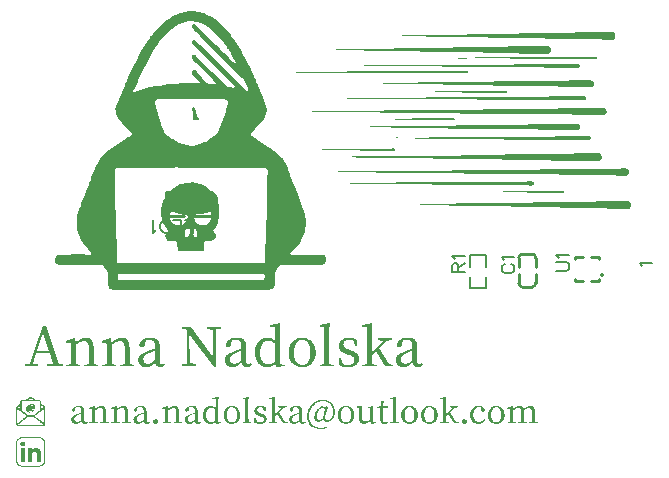
<source format=gto>
G04 Layer: TopSilkscreenLayer*
G04 EasyEDA v6.5.46, 2024-09-05 17:20:12*
G04 40de067d3049435e91e5d68b14a7b093,40d518a219da4ee2a43a6f8a03234e12,10*
G04 Gerber Generator version 0.2*
G04 Scale: 100 percent, Rotated: No, Reflected: No *
G04 Dimensions in millimeters *
G04 leading zeros omitted , absolute positions ,4 integer and 5 decimal *
%FSLAX45Y45*%
%MOMM*%

%ADD10C,0.1524*%
%ADD11C,0.2540*%

%LPD*%
G36*
X1918919Y-341985D02*
G01*
X1891080Y-343814D01*
X1884883Y-347116D01*
X1869389Y-349199D01*
X1857756Y-353618D01*
X1847545Y-353618D01*
X1841550Y-358190D01*
X1833168Y-358292D01*
X1816811Y-364591D01*
X1810613Y-367538D01*
X1796694Y-372465D01*
X1785874Y-375666D01*
X1778101Y-379679D01*
X1758035Y-389128D01*
X1727454Y-409651D01*
X1697685Y-430428D01*
X1678838Y-448309D01*
X1660855Y-461467D01*
X1620367Y-501802D01*
X1600555Y-525018D01*
X1594764Y-529082D01*
X1594764Y-533247D01*
X1590243Y-535025D01*
X1584706Y-545388D01*
X1577390Y-556920D01*
X1571548Y-560070D01*
X1571548Y-563727D01*
X1565300Y-570026D01*
X1556105Y-582117D01*
X1556105Y-585927D01*
X1550974Y-590194D01*
X1546707Y-600405D01*
X1542186Y-602183D01*
X1542186Y-606196D01*
X1525168Y-626922D01*
X1525168Y-632866D01*
X1517396Y-639622D01*
X1517396Y-646430D01*
X1512366Y-650646D01*
X1506982Y-663143D01*
X1501952Y-667359D01*
X1501952Y-673100D01*
X1495856Y-676351D01*
X1492656Y-688187D01*
X1486458Y-693826D01*
X1486458Y-700582D01*
X1478737Y-707847D01*
X1478737Y-714552D01*
X1471015Y-721817D01*
X1471015Y-727252D01*
X1463243Y-736447D01*
X1463243Y-741476D01*
X1455521Y-748182D01*
X1455521Y-758088D01*
X1448308Y-768756D01*
X1446225Y-779170D01*
X1440027Y-783488D01*
X1440027Y-788771D01*
X1432306Y-797763D01*
X1432306Y-801674D01*
X1424990Y-810463D01*
X1422654Y-818235D01*
X1417167Y-824433D01*
X1414881Y-835152D01*
X1409395Y-843026D01*
X1407515Y-854252D01*
X1401521Y-861212D01*
X1399489Y-874674D01*
X1393850Y-879754D01*
X1391869Y-891692D01*
X1385824Y-898652D01*
X1383944Y-910437D01*
X1376629Y-920445D01*
X1376629Y-925626D01*
X1370380Y-933551D01*
X1367790Y-947470D01*
X1361135Y-955903D01*
X1361135Y-965149D01*
X1353413Y-974344D01*
X1353413Y-981354D01*
X1345641Y-988618D01*
X1345641Y-997254D01*
X1337919Y-1008684D01*
X1337919Y-1016304D01*
X1332022Y-1023366D01*
X1426108Y-1023366D01*
X1426108Y-1016355D01*
X1430782Y-1012494D01*
X1430782Y-1008684D01*
X1440027Y-996950D01*
X1440027Y-988263D01*
X1446479Y-983742D01*
X1448765Y-966825D01*
X1455521Y-958189D01*
X1455521Y-953617D01*
X1463243Y-944422D01*
X1463243Y-939037D01*
X1471015Y-928522D01*
X1471015Y-917956D01*
X1478737Y-908710D01*
X1478737Y-899921D01*
X1486458Y-890676D01*
X1486458Y-885952D01*
X1494180Y-876706D01*
X1494180Y-871423D01*
X1501952Y-862177D01*
X1501952Y-851560D01*
X1509674Y-844803D01*
X1509674Y-835304D01*
X1517396Y-826262D01*
X1517396Y-821131D01*
X1525168Y-814374D01*
X1525168Y-807110D01*
X1532890Y-799846D01*
X1532890Y-791667D01*
X1540611Y-781151D01*
X1540611Y-774242D01*
X1547876Y-765505D01*
X1549958Y-757021D01*
X1556105Y-753719D01*
X1556105Y-749046D01*
X1563370Y-742238D01*
X1565452Y-730859D01*
X1569720Y-729234D01*
X1573479Y-717397D01*
X1578711Y-711200D01*
X1582369Y-702564D01*
X1587042Y-700786D01*
X1587042Y-695147D01*
X1594561Y-686155D01*
X1596847Y-677062D01*
X1602486Y-672998D01*
X1602486Y-667410D01*
X1611782Y-655675D01*
X1611833Y-652272D01*
X1623923Y-639216D01*
X1634998Y-622452D01*
X1634998Y-619048D01*
X1640992Y-614883D01*
X1644802Y-606501D01*
X1646783Y-606501D01*
X1665173Y-583031D01*
X1706880Y-537464D01*
X1719325Y-526999D01*
X1720900Y-523036D01*
X1756460Y-493928D01*
X1767281Y-485749D01*
X1817065Y-456387D01*
X1824532Y-454202D01*
X1843125Y-445617D01*
X1863801Y-438962D01*
X1869389Y-438861D01*
X1881784Y-432866D01*
X1891233Y-432765D01*
X1894179Y-429920D01*
X1901901Y-428498D01*
X1925116Y-428091D01*
X1935937Y-431393D01*
X1957628Y-435508D01*
X1973072Y-439166D01*
X1997811Y-447192D01*
X2014829Y-456031D01*
X2017217Y-456031D01*
X2031847Y-463245D01*
X2062835Y-479856D01*
X2088438Y-496620D01*
X2129231Y-535889D01*
X2164181Y-570992D01*
X2164181Y-572516D01*
X2188159Y-601776D01*
X2194661Y-610362D01*
X2196998Y-617778D01*
X2205228Y-630529D01*
X2216556Y-642924D01*
X2224481Y-653796D01*
X2229459Y-664667D01*
X2233777Y-667156D01*
X2233777Y-671220D01*
X2246884Y-687933D01*
X2250795Y-691997D01*
X2250795Y-695096D01*
X2258568Y-705256D01*
X2258568Y-711352D01*
X2266289Y-721868D01*
X2266289Y-724712D01*
X2274011Y-733907D01*
X2274011Y-740206D01*
X2281732Y-749452D01*
X2281732Y-754786D01*
X2289505Y-765302D01*
X2289505Y-769670D01*
X2295702Y-777544D01*
X2295702Y-786079D01*
X2290775Y-787958D01*
X2285288Y-787958D01*
X2270150Y-773226D01*
X2253132Y-759510D01*
X2242312Y-747979D01*
X2234590Y-738479D01*
X2209800Y-711454D01*
X2199030Y-701903D01*
X2188159Y-690930D01*
X2165553Y-665480D01*
X2153767Y-646023D01*
X2127097Y-632104D01*
X2094534Y-600659D01*
X2094534Y-597103D01*
X2089759Y-595274D01*
X2085543Y-587095D01*
X2053539Y-555904D01*
X2025700Y-532892D01*
X2024532Y-530199D01*
X2015236Y-521919D01*
X1991715Y-494030D01*
X1968195Y-470763D01*
X1966874Y-467614D01*
X1952955Y-456387D01*
X1943455Y-454355D01*
X1934413Y-457758D01*
X1922780Y-469036D01*
X1922780Y-482193D01*
X1939950Y-502462D01*
X1943760Y-504901D01*
X1960727Y-524764D01*
X1983892Y-543153D01*
X1995728Y-557631D01*
X2008682Y-572973D01*
X2107234Y-670864D01*
X2125726Y-689457D01*
X2168194Y-732891D01*
X2185060Y-747471D01*
X2219096Y-781710D01*
X2245258Y-807364D01*
X2257755Y-820978D01*
X2347976Y-911301D01*
X2361184Y-923645D01*
X2376119Y-941679D01*
X2376119Y-945743D01*
X2381961Y-950976D01*
X2383434Y-964031D01*
X2391613Y-976121D01*
X2391613Y-980897D01*
X2397912Y-987653D01*
X2399792Y-1014374D01*
X2395880Y-1019098D01*
X2387396Y-1019098D01*
X2373833Y-1008634D01*
X2362860Y-996594D01*
X2352141Y-986485D01*
X2347163Y-981100D01*
X2310892Y-945489D01*
X2288794Y-919073D01*
X2277872Y-907897D01*
X2251608Y-886917D01*
X2248865Y-882192D01*
X2219096Y-851306D01*
X2174240Y-806145D01*
X2149449Y-784301D01*
X2147316Y-778865D01*
X2141728Y-775868D01*
X2111756Y-745337D01*
X2098395Y-730808D01*
X2084476Y-713994D01*
X2073656Y-706526D01*
X2017826Y-650697D01*
X1996287Y-631139D01*
X1969211Y-605942D01*
X1969211Y-603097D01*
X1953869Y-588264D01*
X1941728Y-585216D01*
X1931314Y-589584D01*
X1922780Y-597763D01*
X1922830Y-613460D01*
X1931314Y-624078D01*
X1969973Y-663600D01*
X2005736Y-701903D01*
X2028799Y-721918D01*
X2055875Y-749604D01*
X2055875Y-751535D01*
X2079853Y-776630D01*
X2101494Y-795274D01*
X2124710Y-818997D01*
X2141728Y-838200D01*
X2160676Y-856996D01*
X2220620Y-914755D01*
X2231491Y-924610D01*
X2250795Y-943660D01*
X2250795Y-947166D01*
X2258568Y-953922D01*
X2258568Y-956614D01*
X2271471Y-965606D01*
X2280310Y-974445D01*
X2284831Y-983284D01*
X2284831Y-989330D01*
X2275027Y-992784D01*
X2254656Y-990803D01*
X2247849Y-986536D01*
X2239568Y-986536D01*
X2215794Y-978611D01*
X2192782Y-956462D01*
X2167382Y-935888D01*
X2141829Y-906627D01*
X2093772Y-858418D01*
X2078278Y-840841D01*
X2058365Y-824433D01*
X2031847Y-798068D01*
X2011781Y-776274D01*
X2000910Y-766826D01*
X1982571Y-746861D01*
X1971548Y-738073D01*
X1967992Y-731520D01*
X1962251Y-724103D01*
X1955647Y-716838D01*
X1942541Y-713282D01*
X1926031Y-720039D01*
X1923237Y-723595D01*
X1921510Y-732891D01*
X1923846Y-745794D01*
X1931314Y-755700D01*
X1958898Y-782523D01*
X1971548Y-796188D01*
X2030933Y-855471D01*
X2078482Y-903528D01*
X2100427Y-922172D01*
X2103069Y-927455D01*
X2125624Y-950620D01*
X2127402Y-961644D01*
X2119071Y-964793D01*
X2091334Y-964793D01*
X2080717Y-960374D01*
X2065934Y-958138D01*
X2055266Y-952449D01*
X2021179Y-919073D01*
X2011425Y-911199D01*
X1992426Y-889101D01*
X1992274Y-886460D01*
X1980387Y-877163D01*
X1968449Y-862076D01*
X1954225Y-847394D01*
X1942896Y-845566D01*
X1931314Y-847394D01*
X1922780Y-853338D01*
X1922780Y-876147D01*
X1929739Y-884732D01*
X1948484Y-903528D01*
X1970176Y-923696D01*
X1991004Y-946810D01*
X1990089Y-952957D01*
X1976323Y-957529D01*
X1949500Y-953973D01*
X1878685Y-954227D01*
X1860143Y-957122D01*
X1759559Y-959713D01*
X1750263Y-963574D01*
X1710029Y-965047D01*
X1696364Y-969467D01*
X1681937Y-969467D01*
X1657705Y-975664D01*
X1636928Y-975664D01*
X1624939Y-979881D01*
X1601724Y-982065D01*
X1588465Y-986536D01*
X1576984Y-986637D01*
X1569262Y-991057D01*
X1556308Y-991158D01*
X1547571Y-994613D01*
X1530553Y-998677D01*
X1516634Y-1002385D01*
X1477975Y-1014831D01*
X1475028Y-1017574D01*
X1470152Y-1017574D01*
X1458620Y-1023772D01*
X1451356Y-1023772D01*
X1441348Y-1028750D01*
X1430477Y-1027023D01*
X1426108Y-1023366D01*
X1332022Y-1023366D01*
X1330198Y-1025550D01*
X1330198Y-1034745D01*
X1322476Y-1049324D01*
X1322476Y-1058214D01*
X1314704Y-1067409D01*
X1314704Y-1074369D01*
X1306982Y-1084834D01*
X1306982Y-1095451D01*
X1299260Y-1104646D01*
X1299260Y-1105865D01*
X1611020Y-1105865D01*
X1623415Y-1095146D01*
X1631137Y-1093419D01*
X1645056Y-1089202D01*
X2194356Y-1089812D01*
X2212289Y-1094892D01*
X2219096Y-1099616D01*
X2226818Y-1105814D01*
X2226818Y-1130554D01*
X2220264Y-1137767D01*
X2218283Y-1160424D01*
X2212441Y-1168806D01*
X2210409Y-1198270D01*
X2204770Y-1207922D01*
X2202586Y-1226718D01*
X2196896Y-1231849D01*
X2194814Y-1247089D01*
X2189022Y-1254455D01*
X2186940Y-1267612D01*
X2181453Y-1272743D01*
X2179269Y-1288237D01*
X2173478Y-1294638D01*
X2170734Y-1309268D01*
X2165604Y-1315008D01*
X2163673Y-1326997D01*
X2156409Y-1335786D01*
X2156409Y-1342339D01*
X2150110Y-1349044D01*
X2147671Y-1364640D01*
X2140966Y-1373174D01*
X2140966Y-1377848D01*
X2123186Y-1398371D01*
X2114296Y-1404569D01*
X2089099Y-1423365D01*
X2061972Y-1440230D01*
X2055571Y-1443786D01*
X2052167Y-1447241D01*
X2047341Y-1447241D01*
X2039061Y-1451610D01*
X2028952Y-1453794D01*
X2010206Y-1462379D01*
X2002485Y-1464716D01*
X1996389Y-1468932D01*
X1989175Y-1468932D01*
X1980539Y-1473454D01*
X1964029Y-1475638D01*
X1956054Y-1479804D01*
X1946757Y-1479905D01*
X1939036Y-1484376D01*
X1903475Y-1484376D01*
X1895703Y-1479905D01*
X1887016Y-1479804D01*
X1880870Y-1476502D01*
X1860143Y-1472133D01*
X1841550Y-1467561D01*
X1821434Y-1460093D01*
X1795983Y-1450136D01*
X1794205Y-1447241D01*
X1787855Y-1447241D01*
X1762658Y-1432102D01*
X1751838Y-1426616D01*
X1720900Y-1404721D01*
X1696872Y-1380236D01*
X1696872Y-1375308D01*
X1690268Y-1368247D01*
X1687830Y-1352854D01*
X1681429Y-1346403D01*
X1681429Y-1337310D01*
X1674114Y-1328572D01*
X1672082Y-1317345D01*
X1665935Y-1311808D01*
X1665935Y-1301191D01*
X1658620Y-1291336D01*
X1656791Y-1279245D01*
X1650492Y-1272540D01*
X1650492Y-1261567D01*
X1643227Y-1247902D01*
X1641398Y-1230071D01*
X1635455Y-1221536D01*
X1633778Y-1202436D01*
X1627581Y-1193596D01*
X1625650Y-1175207D01*
X1619910Y-1165707D01*
X1617929Y-1143000D01*
X1611071Y-1133754D01*
X1611020Y-1105865D01*
X1299260Y-1105865D01*
X1299260Y-1113485D01*
X1291539Y-1122730D01*
X1291539Y-1131874D01*
X1283766Y-1140256D01*
X1283766Y-1153007D01*
X1275638Y-1166876D01*
X1277264Y-1188974D01*
X1283766Y-1201267D01*
X1283766Y-1213967D01*
X1291539Y-1224483D01*
X1291539Y-1232611D01*
X1299260Y-1239926D01*
X1299260Y-1246886D01*
X1306982Y-1256131D01*
X1306982Y-1261110D01*
X1314704Y-1267866D01*
X1314704Y-1272387D01*
X1321663Y-1279448D01*
X1330960Y-1292453D01*
X1341526Y-1302207D01*
X1359306Y-1320800D01*
X1377442Y-1342542D01*
X1399235Y-1362710D01*
X1415542Y-1376680D01*
X1417167Y-1389329D01*
X1407261Y-1400708D01*
X1386687Y-1410512D01*
X1344879Y-1440383D01*
X1325270Y-1452676D01*
X1300022Y-1471066D01*
X1248968Y-1505508D01*
X1208735Y-1533042D01*
X1181658Y-1553108D01*
X1181658Y-1555242D01*
X1156360Y-1580794D01*
X1150721Y-1583842D01*
X1150721Y-1589633D01*
X1146048Y-1591411D01*
X1142339Y-1600047D01*
X1135227Y-1608785D01*
X1135227Y-1614220D01*
X1127506Y-1621485D01*
X1127506Y-1627479D01*
X1119784Y-1636725D01*
X1119784Y-1643024D01*
X1112012Y-1652219D01*
X1112012Y-1659534D01*
X1104290Y-1668729D01*
X1104290Y-1678127D01*
X1096568Y-1687322D01*
X1096568Y-1695754D01*
X1088847Y-1704949D01*
X1088847Y-1716887D01*
X1087428Y-1718564D01*
X1268323Y-1718564D01*
X1268323Y-1692808D01*
X1274216Y-1687423D01*
X1275994Y-1680362D01*
X1288592Y-1671624D01*
X1781708Y-1671370D01*
X1784299Y-1668780D01*
X1827631Y-1671116D01*
X1986991Y-1670405D01*
X2549296Y-1671675D01*
X2561945Y-1680057D01*
X2564587Y-1687017D01*
X2569565Y-1691132D01*
X2569565Y-1721662D01*
X2563114Y-1738020D01*
X2561742Y-1918004D01*
X2558491Y-1967636D01*
X2555544Y-2026615D01*
X2552852Y-2201875D01*
X2548026Y-2226716D01*
X2544572Y-2411323D01*
X2541473Y-2429916D01*
X2539187Y-2449728D01*
X2541574Y-2467152D01*
X2538069Y-2478989D01*
X2532481Y-2481935D01*
X1302207Y-2481935D01*
X1291640Y-2473858D01*
X1290523Y-2284120D01*
X1285036Y-2267051D01*
X1282293Y-2060752D01*
X1279448Y-2037486D01*
X1276045Y-2020773D01*
X1275943Y-1828038D01*
X1272895Y-1798574D01*
X1268374Y-1744268D01*
X1268323Y-1718564D01*
X1087428Y-1718564D01*
X1081074Y-1726133D01*
X1081074Y-1735023D01*
X1073353Y-1749552D01*
X1073353Y-1760423D01*
X1065631Y-1768805D01*
X1065631Y-1772564D01*
X1059078Y-1780946D01*
X1056233Y-1793595D01*
X1050544Y-1801672D01*
X1049020Y-1816150D01*
X1042416Y-1825447D01*
X1042416Y-1834591D01*
X1034999Y-1845564D01*
X1032764Y-1855978D01*
X1027328Y-1862175D01*
X1025499Y-1878939D01*
X1019606Y-1885442D01*
X1017676Y-1900428D01*
X1011834Y-1907895D01*
X1009802Y-1921560D01*
X1003960Y-1926843D01*
X1001877Y-1938985D01*
X996187Y-1942084D01*
X994156Y-1956816D01*
X988009Y-1965553D01*
X986282Y-1983181D01*
X980490Y-1991461D01*
X978560Y-2001774D01*
X972972Y-2007971D01*
X969975Y-2021382D01*
X964590Y-2027326D01*
X963117Y-2043684D01*
X956818Y-2050592D01*
X954532Y-2079345D01*
X948791Y-2091740D01*
X948791Y-2177084D01*
X954582Y-2189480D01*
X957071Y-2215337D01*
X962304Y-2221179D01*
X965047Y-2235758D01*
X969467Y-2240686D01*
X974140Y-2254402D01*
X978966Y-2257094D01*
X978966Y-2264460D01*
X986485Y-2273452D01*
X988669Y-2282545D01*
X994206Y-2288743D01*
X996340Y-2297379D01*
X1002182Y-2300478D01*
X1002182Y-2304948D01*
X1011478Y-2315514D01*
X1011478Y-2318461D01*
X1019200Y-2325166D01*
X1019200Y-2329738D01*
X1025194Y-2332990D01*
X1027176Y-2339289D01*
X1033881Y-2346655D01*
X1043178Y-2359304D01*
X1073353Y-2390495D01*
X1073353Y-2400757D01*
X1066901Y-2406599D01*
X1035456Y-2406650D01*
X1009142Y-2405430D01*
X794054Y-2407107D01*
X779983Y-2413254D01*
X769315Y-2424379D01*
X761593Y-2433015D01*
X761593Y-2463190D01*
X768553Y-2468118D01*
X768553Y-2472334D01*
X780846Y-2482900D01*
X797153Y-2491943D01*
X1162710Y-2493518D01*
X1180388Y-2505710D01*
X1183386Y-2513584D01*
X1206398Y-2539746D01*
X1206398Y-2544064D01*
X1213256Y-2553360D01*
X1213737Y-2585059D01*
X1298752Y-2585059D01*
X1299260Y-2574899D01*
X1309319Y-2568752D01*
X1331518Y-2568752D01*
X1340256Y-2572105D01*
X2497582Y-2570530D01*
X2531719Y-2568295D01*
X2540000Y-2575712D01*
X2543657Y-2594356D01*
X2537764Y-2614523D01*
X2523896Y-2621737D01*
X2421788Y-2619502D01*
X1409903Y-2618130D01*
X1386687Y-2617825D01*
X1319834Y-2621737D01*
X1307744Y-2618435D01*
X1299464Y-2611424D01*
X1298752Y-2585059D01*
X1213737Y-2585059D01*
X1214932Y-2667254D01*
X1220114Y-2675026D01*
X1222197Y-2689453D01*
X1233474Y-2698496D01*
X1237488Y-2700883D01*
X1265986Y-2706827D01*
X2561539Y-2706979D01*
X2598115Y-2701696D01*
X2607462Y-2695498D01*
X2617520Y-2683205D01*
X2617520Y-2673807D01*
X2624480Y-2662580D01*
X2626004Y-2550820D01*
X2632964Y-2541981D01*
X2632964Y-2537866D01*
X2639923Y-2530348D01*
X2653893Y-2513787D01*
X2662377Y-2502103D01*
X2675534Y-2493518D01*
X3020568Y-2491892D01*
X3039110Y-2486304D01*
X3052267Y-2478633D01*
X3052267Y-2476093D01*
X3061563Y-2464409D01*
X3061563Y-2429256D01*
X3051505Y-2417521D01*
X3046882Y-2413558D01*
X3034487Y-2406751D01*
X2768346Y-2406446D01*
X2763164Y-2405888D01*
X2758287Y-2401011D01*
X2758287Y-2394153D01*
X2788462Y-2364181D01*
X2803956Y-2346452D01*
X2812440Y-2337155D01*
X2812440Y-2334056D01*
X2818638Y-2327554D01*
X2826410Y-2318867D01*
X2826410Y-2316327D01*
X2835656Y-2304643D01*
X2835656Y-2301595D01*
X2843428Y-2292400D01*
X2843428Y-2286914D01*
X2849118Y-2281732D01*
X2852674Y-2269845D01*
X2858871Y-2264257D01*
X2858871Y-2258618D01*
X2864916Y-2255367D01*
X2866948Y-2244750D01*
X2874365Y-2234641D01*
X2874365Y-2220163D01*
X2881325Y-2211273D01*
X2882950Y-2177084D01*
X2889808Y-2164689D01*
X2889808Y-2097836D01*
X2883357Y-2085543D01*
X2881071Y-2055317D01*
X2874365Y-2048103D01*
X2874365Y-2034184D01*
X2866644Y-2023668D01*
X2866644Y-2010562D01*
X2858871Y-2001316D01*
X2858871Y-1990750D01*
X2851150Y-1980234D01*
X2851150Y-1971751D01*
X2843885Y-1963013D01*
X2842006Y-1950923D01*
X2835656Y-1944217D01*
X2835656Y-1932990D01*
X2827934Y-1923796D01*
X2827934Y-1914347D01*
X2824632Y-1905660D01*
X2821432Y-1903679D01*
X2818688Y-1889099D01*
X2812796Y-1881632D01*
X2810764Y-1867966D01*
X2805074Y-1862785D01*
X2802991Y-1846072D01*
X2797251Y-1838756D01*
X2795016Y-1826514D01*
X2789326Y-1819198D01*
X2787243Y-1807870D01*
X2779979Y-1799132D01*
X2779979Y-1789938D01*
X2773781Y-1781505D01*
X2771089Y-1766671D01*
X2765806Y-1760829D01*
X2764078Y-1747367D01*
X2758033Y-1740712D01*
X2756357Y-1727250D01*
X2750566Y-1720850D01*
X2747873Y-1706168D01*
X2742590Y-1700326D01*
X2740812Y-1686915D01*
X2733548Y-1678127D01*
X2733548Y-1667764D01*
X2725826Y-1658518D01*
X2725826Y-1651660D01*
X2718104Y-1642465D01*
X2718104Y-1636166D01*
X2710332Y-1626920D01*
X2710332Y-1619656D01*
X2703271Y-1610868D01*
X2699562Y-1602333D01*
X2696819Y-1602333D01*
X2692908Y-1592935D01*
X2687116Y-1589836D01*
X2687116Y-1586585D01*
X2672740Y-1569669D01*
X2647848Y-1548841D01*
X2619806Y-1527302D01*
X2581148Y-1500886D01*
X2542489Y-1475282D01*
X2495499Y-1441805D01*
X2457348Y-1415694D01*
X2432608Y-1403350D01*
X2422855Y-1395933D01*
X2420874Y-1385163D01*
X2422855Y-1374648D01*
X2437180Y-1364335D01*
X2454706Y-1346758D01*
X2459329Y-1344066D01*
X2478227Y-1321308D01*
X2498191Y-1300480D01*
X2522728Y-1269644D01*
X2524760Y-1263040D01*
X2530856Y-1257503D01*
X2530856Y-1253490D01*
X2538577Y-1245108D01*
X2538577Y-1239723D01*
X2546350Y-1234643D01*
X2546350Y-1227124D01*
X2553614Y-1219250D01*
X2556256Y-1188974D01*
X2556256Y-1173429D01*
X2553614Y-1144727D01*
X2546350Y-1134821D01*
X2546350Y-1124610D01*
X2540050Y-1118260D01*
X2537358Y-1104036D01*
X2534412Y-1102106D01*
X2530856Y-1095298D01*
X2530856Y-1088339D01*
X2524556Y-1081582D01*
X2522016Y-1065530D01*
X2515412Y-1058468D01*
X2515412Y-1047648D01*
X2507640Y-1037132D01*
X2507640Y-1029004D01*
X2499918Y-1018489D01*
X2499918Y-1010412D01*
X2492197Y-999896D01*
X2492197Y-990041D01*
X2485491Y-981506D01*
X2483053Y-966317D01*
X2476703Y-958189D01*
X2476703Y-952093D01*
X2468981Y-942848D01*
X2468981Y-935736D01*
X2462428Y-927404D01*
X2459685Y-915162D01*
X2453487Y-908964D01*
X2453487Y-902919D01*
X2449931Y-894994D01*
X2447442Y-894994D01*
X2443886Y-881887D01*
X2438044Y-877773D01*
X2438044Y-870610D01*
X2430729Y-859840D01*
X2428697Y-848868D01*
X2422956Y-842264D01*
X2421077Y-830376D01*
X2414879Y-824788D01*
X2412898Y-814120D01*
X2408936Y-812546D01*
X2405024Y-802690D01*
X2399690Y-796493D01*
X2397455Y-785672D01*
X2391816Y-779424D01*
X2388768Y-766013D01*
X2384094Y-760831D01*
X2381859Y-751535D01*
X2374595Y-742746D01*
X2374595Y-737260D01*
X2368499Y-731723D01*
X2366416Y-725170D01*
X2359101Y-716381D01*
X2359101Y-712114D01*
X2351379Y-703783D01*
X2351379Y-696112D01*
X2343658Y-686917D01*
X2343658Y-682142D01*
X2335885Y-672947D01*
X2335885Y-667156D01*
X2329942Y-662990D01*
X2327910Y-654812D01*
X2322118Y-649528D01*
X2318664Y-639013D01*
X2312720Y-635863D01*
X2312720Y-629970D01*
X2304948Y-620776D01*
X2304948Y-616305D01*
X2297226Y-609041D01*
X2297226Y-603351D01*
X2289505Y-596595D01*
X2289505Y-592785D01*
X2283409Y-585520D01*
X2272487Y-571601D01*
X2266289Y-565251D01*
X2266289Y-561492D01*
X2258568Y-554736D01*
X2258568Y-550976D01*
X2250846Y-543661D01*
X2250795Y-540258D01*
X2226818Y-513638D01*
X2219960Y-504901D01*
X2203602Y-486765D01*
X2178862Y-462635D01*
X2157222Y-442569D01*
X2132431Y-424180D01*
X2092198Y-397560D01*
X2076754Y-388518D01*
X2050440Y-375716D01*
X2025700Y-364947D01*
X2014829Y-361137D01*
X1993188Y-354990D01*
X1975967Y-352501D01*
X1969973Y-349402D01*
X1951431Y-347116D01*
X1945233Y-343712D01*
G37*
G36*
X1932127Y-1154074D02*
G01*
X1924354Y-1169466D01*
X1924354Y-1184605D01*
X1929282Y-1199794D01*
X1930907Y-1264158D01*
X1940966Y-1270406D01*
X1964689Y-1270406D01*
X1976780Y-1264208D01*
X1979523Y-1259332D01*
X1976170Y-1239469D01*
X1970684Y-1235506D01*
X1968195Y-1219606D01*
X1961489Y-1211021D01*
X1961489Y-1199997D01*
X1955038Y-1193190D01*
X1952701Y-1175715D01*
X1945995Y-1169466D01*
X1945995Y-1165250D01*
X1934870Y-1154074D01*
G37*
G36*
X1939594Y-1796237D02*
G01*
X1881784Y-1796491D01*
X1870964Y-1800656D01*
X1861566Y-1800910D01*
X1843938Y-1807108D01*
X1837893Y-1807108D01*
X1836115Y-1809953D01*
X1826107Y-1812036D01*
X1793595Y-1824786D01*
X1768856Y-1841144D01*
X1756714Y-1852422D01*
X1737918Y-1868017D01*
X1735632Y-1871878D01*
X1711604Y-1896770D01*
X1704644Y-1906117D01*
X1704644Y-1909825D01*
X1696872Y-1919020D01*
X1696872Y-1923948D01*
X1689150Y-1934108D01*
X1689150Y-1939899D01*
X1681429Y-1950415D01*
X1681429Y-1963369D01*
X1674469Y-1972208D01*
X1672386Y-1997151D01*
X1665935Y-2009444D01*
X1665935Y-2073503D01*
X1673707Y-2097278D01*
X1673707Y-2107793D01*
X1735582Y-2107793D01*
X1735582Y-2058670D01*
X1745691Y-2049068D01*
X1756359Y-2043379D01*
X1765757Y-2045614D01*
X1771954Y-2048002D01*
X1785874Y-2053894D01*
X1794052Y-2058416D01*
X1805279Y-2058416D01*
X1816455Y-2063089D01*
X1842414Y-2066036D01*
X1845259Y-2067814D01*
X1881276Y-2070506D01*
X1888772Y-2077669D01*
X1937918Y-2077669D01*
X1949856Y-2069388D01*
X1969973Y-2064664D01*
X2000910Y-2064562D01*
X2019503Y-2059736D01*
X2037334Y-2057196D01*
X2041143Y-2054047D01*
X2053539Y-2051761D01*
X2059736Y-2047341D01*
X2082088Y-2048357D01*
X2086559Y-2054504D01*
X2088438Y-2074672D01*
X2085746Y-2109622D01*
X2079040Y-2116785D01*
X2079040Y-2123948D01*
X2069795Y-2134514D01*
X2069795Y-2137257D01*
X2054656Y-2148382D01*
X2041143Y-2153310D01*
X2013712Y-2159050D01*
X1994763Y-2154224D01*
X1972564Y-2147011D01*
X1963470Y-2142337D01*
X1953717Y-2131212D01*
X1953717Y-2124151D01*
X1945995Y-2113635D01*
X1945995Y-2101951D01*
X1939239Y-2095652D01*
X1937918Y-2077669D01*
X1888772Y-2077669D01*
X1890420Y-2079243D01*
X1892096Y-2086102D01*
X1884121Y-2097887D01*
X1884121Y-2106269D01*
X1876399Y-2115464D01*
X1876399Y-2120341D01*
X1857908Y-2142388D01*
X1850542Y-2148230D01*
X1836928Y-2153310D01*
X1816811Y-2156307D01*
X1787398Y-2154580D01*
X1770380Y-2147620D01*
X1759153Y-2140966D01*
X1743303Y-2121865D01*
X1743303Y-2117039D01*
X1735582Y-2107793D01*
X1673707Y-2107793D01*
X1673707Y-2115362D01*
X1679905Y-2123338D01*
X1682496Y-2137206D01*
X1689150Y-2145690D01*
X1689150Y-2152904D01*
X1695094Y-2156104D01*
X1698548Y-2166620D01*
X1704644Y-2172106D01*
X1704644Y-2176068D01*
X1712366Y-2185263D01*
X1712366Y-2188159D01*
X1720088Y-2195474D01*
X1720088Y-2209952D01*
X1705559Y-2226005D01*
X1701329Y-2237130D01*
X1860905Y-2237130D01*
X1860905Y-2230475D01*
X1867204Y-2218029D01*
X1869135Y-2197455D01*
X1879752Y-2187143D01*
X1896922Y-2187143D01*
X1907336Y-2193594D01*
X1907336Y-2198471D01*
X1928825Y-2198471D01*
X1932432Y-2190546D01*
X1939036Y-2187346D01*
X1954580Y-2187143D01*
X1961489Y-2191969D01*
X1961489Y-2197252D01*
X1969109Y-2209647D01*
X1969211Y-2246274D01*
X1959559Y-2255113D01*
X1950923Y-2256383D01*
X1939289Y-2249830D01*
X1933956Y-2228240D01*
X1930958Y-2220518D01*
X1928825Y-2198471D01*
X1907336Y-2198471D01*
X1907336Y-2221128D01*
X1899564Y-2235708D01*
X1899564Y-2244445D01*
X1892604Y-2250998D01*
X1882190Y-2255418D01*
X1875282Y-2255418D01*
X1863242Y-2247239D01*
X1860956Y-2243785D01*
X1860905Y-2237130D01*
X1701329Y-2237130D01*
X1699971Y-2240686D01*
X1699971Y-2248865D01*
X1704593Y-2257755D01*
X1704644Y-2268880D01*
X1710537Y-2274265D01*
X1713992Y-2282545D01*
X1723948Y-2288540D01*
X1739442Y-2294077D01*
X1758645Y-2294178D01*
X1774799Y-2290724D01*
X1792071Y-2294686D01*
X1797304Y-2297328D01*
X1800555Y-2308910D01*
X1800606Y-2335276D01*
X1805178Y-2350516D01*
X1805178Y-2365349D01*
X1808124Y-2373122D01*
X1818335Y-2375712D01*
X2015540Y-2374087D01*
X2024125Y-2365451D01*
X2024583Y-2307386D01*
X2024888Y-2300478D01*
X2033270Y-2294940D01*
X2087575Y-2293264D01*
X2106117Y-2286254D01*
X2116429Y-2277465D01*
X2119477Y-2264003D01*
X2124710Y-2258161D01*
X2124710Y-2232863D01*
X2117750Y-2225344D01*
X2117750Y-2220264D01*
X2110486Y-2213406D01*
X2106422Y-2201113D01*
X2110638Y-2188362D01*
X2117750Y-2185111D01*
X2117750Y-2181504D01*
X2125472Y-2174189D01*
X2125472Y-2168753D01*
X2133193Y-2159558D01*
X2133193Y-2151735D01*
X2140508Y-2142947D01*
X2142540Y-2131720D01*
X2148687Y-2126183D01*
X2148687Y-2108504D01*
X2156409Y-2093925D01*
X2156409Y-1995220D01*
X2149906Y-1986940D01*
X2147824Y-1962454D01*
X2142388Y-1956409D01*
X2140458Y-1944370D01*
X2133193Y-1935632D01*
X2133193Y-1929333D01*
X2125472Y-1920087D01*
X2125472Y-1914398D01*
X2117750Y-1905152D01*
X2117750Y-1902256D01*
X2110028Y-1894992D01*
X2110028Y-1891639D01*
X2089048Y-1869948D01*
X2061819Y-1845411D01*
X2050440Y-1836216D01*
X2038807Y-1828749D01*
X2018842Y-1817979D01*
X2015185Y-1817979D01*
X2002485Y-1812188D01*
X1991664Y-1808378D01*
X1979269Y-1805330D01*
X1973427Y-1802130D01*
X1948332Y-1799742D01*
G37*
G36*
X560628Y-3608781D02*
G01*
X559257Y-3608832D01*
X556920Y-3609492D01*
X555853Y-3610406D01*
X555599Y-3610406D01*
X554431Y-3611422D01*
X553212Y-3612032D01*
X553008Y-3612337D01*
X551535Y-3613048D01*
X551230Y-3613658D01*
X550113Y-3614165D01*
X549503Y-3614775D01*
X548030Y-3615283D01*
X547573Y-3615994D01*
X546608Y-3616451D01*
X545592Y-3617264D01*
X544830Y-3617468D01*
X543102Y-3618992D01*
X541020Y-3620058D01*
X540613Y-3620668D01*
X539242Y-3621379D01*
X538835Y-3621836D01*
X537362Y-3622598D01*
X537210Y-3622954D01*
X535736Y-3623767D01*
X535736Y-3624021D01*
X534162Y-3624783D01*
X533146Y-3625646D01*
X532841Y-3625646D01*
X531520Y-3626815D01*
X531114Y-3626815D01*
X528828Y-3628288D01*
X528421Y-3628847D01*
X523798Y-3631793D01*
X523392Y-3632352D01*
X521970Y-3632860D01*
X519379Y-3634994D01*
X518515Y-3635197D01*
X518115Y-3635552D01*
X539750Y-3635552D01*
X542086Y-3633825D01*
X542493Y-3633825D01*
X543610Y-3632860D01*
X544880Y-3632352D01*
X545439Y-3631742D01*
X546354Y-3631336D01*
X547166Y-3630320D01*
X547522Y-3630320D01*
X550214Y-3628288D01*
X551738Y-3627577D01*
X553567Y-3626104D01*
X554939Y-3625342D01*
X555294Y-3624783D01*
X558901Y-3622294D01*
X560527Y-3622141D01*
X561594Y-3622548D01*
X571449Y-3629863D01*
X572770Y-3630574D01*
X573379Y-3631234D01*
X574446Y-3631742D01*
X575056Y-3632403D01*
X577291Y-3633825D01*
X579424Y-3635552D01*
X578967Y-3636822D01*
X578205Y-3637229D01*
X575919Y-3637229D01*
X573684Y-3636822D01*
X550113Y-3637127D01*
X547674Y-3636467D01*
X545744Y-3636467D01*
X543864Y-3637229D01*
X540816Y-3637229D01*
X539953Y-3636365D01*
X539750Y-3635552D01*
X518058Y-3635603D01*
X517601Y-3636060D01*
X512978Y-3637076D01*
X481126Y-3637381D01*
X480059Y-3638550D01*
X478840Y-3638550D01*
X473354Y-3643680D01*
X473354Y-3644036D01*
X472287Y-3645611D01*
X471982Y-3647236D01*
X471017Y-3649421D01*
X470865Y-3666439D01*
X469544Y-3668725D01*
X468528Y-3669334D01*
X468223Y-3669842D01*
X466801Y-3670350D01*
X462838Y-3673500D01*
X461873Y-3673703D01*
X459587Y-3675837D01*
X458266Y-3676142D01*
X454659Y-3679190D01*
X453339Y-3679850D01*
X452983Y-3680358D01*
X452069Y-3680917D01*
X451307Y-3681729D01*
X448259Y-3683660D01*
X448259Y-3683914D01*
X447040Y-3684524D01*
X446735Y-3685133D01*
X442264Y-3687724D01*
X438658Y-3690874D01*
X436372Y-3693414D01*
X435914Y-3694531D01*
X435051Y-3695700D01*
X434467Y-3697579D01*
X450342Y-3697579D01*
X450850Y-3696411D01*
X453237Y-3694785D01*
X453694Y-3694785D01*
X454710Y-3693769D01*
X455980Y-3693414D01*
X456895Y-3692448D01*
X458114Y-3692144D01*
X458927Y-3691382D01*
X459790Y-3690975D01*
X460146Y-3690365D01*
X461568Y-3689705D01*
X469239Y-3684371D01*
X470306Y-3684371D01*
X470763Y-3684828D01*
X470966Y-3686200D01*
X470814Y-3712921D01*
X470357Y-3713683D01*
X468985Y-3713683D01*
X466801Y-3712159D01*
X461924Y-3707637D01*
X460959Y-3707129D01*
X457454Y-3704132D01*
X457200Y-3704132D01*
X453593Y-3700983D01*
X450545Y-3699001D01*
X450342Y-3697579D01*
X434467Y-3697579D01*
X433933Y-3699103D01*
X433875Y-3772611D01*
X445719Y-3772611D01*
X445719Y-3711752D01*
X446278Y-3711194D01*
X447497Y-3711194D01*
X456327Y-3718610D01*
X482244Y-3718610D01*
X482244Y-3715105D01*
X482904Y-3712718D01*
X482904Y-3650894D01*
X483412Y-3650030D01*
X484428Y-3649065D01*
X485901Y-3648659D01*
X631444Y-3648659D01*
X634034Y-3649573D01*
X635406Y-3653180D01*
X635340Y-3698951D01*
X646531Y-3698951D01*
X646531Y-3684574D01*
X647090Y-3683812D01*
X648411Y-3684015D01*
X649274Y-3684473D01*
X649884Y-3685133D01*
X651154Y-3685844D01*
X651154Y-3686098D01*
X652322Y-3686759D01*
X654558Y-3688638D01*
X655624Y-3689096D01*
X658012Y-3691128D01*
X660908Y-3692702D01*
X661416Y-3693464D01*
X662635Y-3693617D01*
X663752Y-3694633D01*
X665022Y-3695039D01*
X666902Y-3696512D01*
X667308Y-3697833D01*
X666851Y-3699103D01*
X664006Y-3700983D01*
X648766Y-3713530D01*
X647192Y-3713937D01*
X646582Y-3713378D01*
X646531Y-3698951D01*
X635340Y-3698951D01*
X635304Y-3723233D01*
X634492Y-3724706D01*
X634492Y-3725062D01*
X626313Y-3731564D01*
X623214Y-3734460D01*
X621995Y-3734917D01*
X620928Y-3735679D01*
X618337Y-3738118D01*
X606755Y-3747515D01*
X606348Y-3747515D01*
X601370Y-3751986D01*
X600151Y-3752342D01*
X595884Y-3756304D01*
X589483Y-3761536D01*
X588518Y-3761994D01*
X588518Y-3762248D01*
X587349Y-3763010D01*
X584047Y-3765956D01*
X582066Y-3767175D01*
X536397Y-3767023D01*
X534009Y-3766210D01*
X532790Y-3765092D01*
X532434Y-3765092D01*
X524154Y-3758184D01*
X523544Y-3757879D01*
X518566Y-3753358D01*
X518159Y-3753358D01*
X516940Y-3752342D01*
X515772Y-3752037D01*
X515213Y-3751173D01*
X502615Y-3740708D01*
X501548Y-3740302D01*
X495503Y-3734917D01*
X494334Y-3734409D01*
X490829Y-3731158D01*
X485393Y-3726992D01*
X483057Y-3724960D01*
X482244Y-3718610D01*
X456387Y-3718661D01*
X462889Y-3723894D01*
X463702Y-3724300D01*
X468680Y-3728313D01*
X471474Y-3730904D01*
X472592Y-3731564D01*
X472592Y-3731768D01*
X474878Y-3733342D01*
X478688Y-3736797D01*
X479856Y-3737254D01*
X486054Y-3742639D01*
X486816Y-3742994D01*
X493471Y-3748582D01*
X496062Y-3750411D01*
X501599Y-3755390D01*
X502716Y-3755847D01*
X507746Y-3760114D01*
X510540Y-3762197D01*
X515975Y-3766972D01*
X517448Y-3767734D01*
X522376Y-3772154D01*
X522528Y-3772712D01*
X595071Y-3772814D01*
X595833Y-3771239D01*
X596696Y-3770782D01*
X598779Y-3768851D01*
X599897Y-3768140D01*
X599897Y-3767937D01*
X610768Y-3759200D01*
X611022Y-3759200D01*
X613511Y-3756964D01*
X616356Y-3754882D01*
X621893Y-3749903D01*
X622960Y-3749548D01*
X629310Y-3744163D01*
X630377Y-3743502D01*
X630580Y-3743096D01*
X631952Y-3742334D01*
X631952Y-3742080D01*
X633069Y-3741369D01*
X636219Y-3738422D01*
X637743Y-3737711D01*
X637946Y-3737254D01*
X638911Y-3736746D01*
X642213Y-3733596D01*
X643229Y-3733139D01*
X650595Y-3727145D01*
X652018Y-3726230D01*
X665378Y-3715004D01*
X666445Y-3714496D01*
X670001Y-3711194D01*
X671271Y-3711194D01*
X671626Y-3711549D01*
X671626Y-3833164D01*
X671322Y-3833774D01*
X670306Y-3833368D01*
X667207Y-3831031D01*
X665988Y-3830421D01*
X665530Y-3829659D01*
X662838Y-3827272D01*
X661822Y-3826865D01*
X656539Y-3822395D01*
X652018Y-3818991D01*
X648360Y-3815740D01*
X647192Y-3815181D01*
X642467Y-3810914D01*
X640740Y-3809746D01*
X639927Y-3809542D01*
X635609Y-3805631D01*
X627837Y-3799433D01*
X626567Y-3798620D01*
X626364Y-3798265D01*
X625500Y-3797808D01*
X620725Y-3793490D01*
X619404Y-3793032D01*
X613511Y-3787851D01*
X612546Y-3787343D01*
X605282Y-3781450D01*
X604977Y-3781450D01*
X601370Y-3778097D01*
X599338Y-3776522D01*
X597357Y-3775303D01*
X597052Y-3774744D01*
X595934Y-3774135D01*
X595071Y-3772814D01*
X522456Y-3772814D01*
X522020Y-3773474D01*
X519785Y-3775608D01*
X519480Y-3775608D01*
X517855Y-3776878D01*
X517296Y-3777081D01*
X513994Y-3780180D01*
X513181Y-3780586D01*
X512876Y-3781145D01*
X508914Y-3783990D01*
X505104Y-3787343D01*
X504799Y-3787343D01*
X502716Y-3788816D01*
X497941Y-3793134D01*
X496773Y-3793337D01*
X492506Y-3797249D01*
X483362Y-3804716D01*
X481431Y-3806088D01*
X481126Y-3806088D01*
X476250Y-3810457D01*
X475081Y-3810914D01*
X465632Y-3818940D01*
X464870Y-3819296D01*
X461111Y-3822496D01*
X460857Y-3822496D01*
X450189Y-3831132D01*
X450189Y-3831386D01*
X446278Y-3833977D01*
X445770Y-3833469D01*
X445719Y-3772611D01*
X433875Y-3772611D01*
X433781Y-3836568D01*
X434085Y-3840581D01*
X434695Y-3841597D01*
X435051Y-3843477D01*
X435985Y-3845560D01*
X452018Y-3845560D01*
X452018Y-3845204D01*
X453237Y-3843629D01*
X458622Y-3839565D01*
X458622Y-3839311D01*
X464870Y-3834231D01*
X465480Y-3834028D01*
X471881Y-3828592D01*
X472846Y-3828135D01*
X476707Y-3824833D01*
X476961Y-3824833D01*
X482142Y-3820414D01*
X486867Y-3816858D01*
X490728Y-3813454D01*
X491693Y-3812946D01*
X496722Y-3808577D01*
X497890Y-3808120D01*
X510793Y-3797452D01*
X512775Y-3796233D01*
X512927Y-3795826D01*
X513791Y-3795369D01*
X517194Y-3792169D01*
X519226Y-3790848D01*
X519582Y-3790848D01*
X526186Y-3785158D01*
X526948Y-3784803D01*
X532942Y-3779418D01*
X537159Y-3778554D01*
X553567Y-3778300D01*
X581507Y-3778351D01*
X584098Y-3779265D01*
X586689Y-3781450D01*
X586943Y-3781450D01*
X593699Y-3787140D01*
X594410Y-3787495D01*
X597357Y-3790187D01*
X599490Y-3791610D01*
X603758Y-3795522D01*
X604113Y-3795522D01*
X612597Y-3802126D01*
X618185Y-3806951D01*
X619709Y-3807663D01*
X619912Y-3808120D01*
X620826Y-3808577D01*
X623214Y-3810914D01*
X623468Y-3810914D01*
X623874Y-3811676D01*
X625551Y-3812794D01*
X626668Y-3813251D01*
X632968Y-3818636D01*
X634034Y-3819245D01*
X639572Y-3824071D01*
X641197Y-3824986D01*
X645972Y-3829151D01*
X647039Y-3829710D01*
X651306Y-3833520D01*
X653389Y-3834892D01*
X658063Y-3838905D01*
X658368Y-3838905D01*
X664972Y-3844442D01*
X665581Y-3845204D01*
X665124Y-3846017D01*
X664159Y-3846931D01*
X453339Y-3846931D01*
X452018Y-3845560D01*
X435985Y-3845560D01*
X436270Y-3846677D01*
X438302Y-3849370D01*
X438505Y-3850081D01*
X442620Y-3854094D01*
X442976Y-3854094D01*
X443992Y-3855008D01*
X445414Y-3855567D01*
X446278Y-3856278D01*
X448005Y-3856736D01*
X449834Y-3857650D01*
X450900Y-3857650D01*
X452526Y-3858056D01*
X456539Y-3858260D01*
X456539Y-3858818D01*
X465988Y-3858818D01*
X465988Y-3858260D01*
X469798Y-3858056D01*
X526288Y-3858260D01*
X526288Y-3858818D01*
X532892Y-3858818D01*
X532892Y-3858260D01*
X544982Y-3858056D01*
X593140Y-3858260D01*
X593140Y-3858818D01*
X596900Y-3858818D01*
X596900Y-3858260D01*
X645972Y-3858056D01*
X654354Y-3858260D01*
X654354Y-3858818D01*
X663194Y-3858818D01*
X663194Y-3858209D01*
X668375Y-3857447D01*
X670052Y-3856634D01*
X671372Y-3856278D01*
X672338Y-3855465D01*
X673506Y-3855110D01*
X675894Y-3853078D01*
X678942Y-3850081D01*
X679297Y-3849014D01*
X679907Y-3848455D01*
X680466Y-3847439D01*
X681380Y-3846626D01*
X681583Y-3845458D01*
X682294Y-3844086D01*
X683514Y-3839514D01*
X683818Y-3833114D01*
X683717Y-3698798D01*
X682599Y-3695801D01*
X682599Y-3695344D01*
X681583Y-3694277D01*
X681024Y-3693312D01*
X680770Y-3693312D01*
X679907Y-3691788D01*
X677265Y-3689096D01*
X669594Y-3684066D01*
X667461Y-3682237D01*
X666445Y-3681679D01*
X662686Y-3678529D01*
X661568Y-3678224D01*
X659231Y-3676040D01*
X658520Y-3675837D01*
X657656Y-3675126D01*
X656640Y-3674719D01*
X654405Y-3672636D01*
X650748Y-3670147D01*
X650443Y-3670147D01*
X649274Y-3669233D01*
X648055Y-3668674D01*
X647547Y-3667810D01*
X646988Y-3667506D01*
X646582Y-3666845D01*
X646430Y-3649421D01*
X645769Y-3648201D01*
X645160Y-3645357D01*
X644245Y-3644137D01*
X644245Y-3643782D01*
X641197Y-3640734D01*
X638556Y-3638550D01*
X637387Y-3638550D01*
X636320Y-3637381D01*
X634187Y-3637381D01*
X631393Y-3636467D01*
X628142Y-3636975D01*
X607974Y-3636568D01*
X604875Y-3637076D01*
X602843Y-3636213D01*
X601421Y-3636213D01*
X599084Y-3634181D01*
X597509Y-3633368D01*
X597306Y-3632962D01*
X588873Y-3627170D01*
X587552Y-3626510D01*
X585012Y-3624478D01*
X584606Y-3624478D01*
X583742Y-3623564D01*
X581710Y-3622141D01*
X581304Y-3622141D01*
X580136Y-3621125D01*
X579170Y-3620668D01*
X578866Y-3620058D01*
X577494Y-3619500D01*
X576376Y-3618636D01*
X576021Y-3618636D01*
X575106Y-3617468D01*
X574294Y-3617264D01*
X572262Y-3615994D01*
X571957Y-3615385D01*
X570992Y-3614928D01*
X570077Y-3614115D01*
X568858Y-3613759D01*
X566623Y-3611778D01*
X565556Y-3611321D01*
X563168Y-3609492D01*
G37*
G36*
X568299Y-3672027D02*
G01*
X568096Y-3672230D01*
X559257Y-3672484D01*
X558241Y-3672840D01*
X557225Y-3673500D01*
X553008Y-3673703D01*
X551281Y-3674770D01*
X549554Y-3674872D01*
X548589Y-3675887D01*
X546608Y-3676192D01*
X545439Y-3677056D01*
X543763Y-3677513D01*
X541578Y-3679037D01*
X540054Y-3679698D01*
X539292Y-3680612D01*
X536956Y-3681882D01*
X534162Y-3684219D01*
X529894Y-3688334D01*
X529894Y-3688587D01*
X526440Y-3692956D01*
X525932Y-3693972D01*
X525221Y-3694785D01*
X524916Y-3695903D01*
X524205Y-3696766D01*
X523595Y-3698341D01*
X522935Y-3699001D01*
X522478Y-3700678D01*
X521766Y-3701897D01*
X521309Y-3704031D01*
X520700Y-3704844D01*
X520395Y-3706114D01*
X520141Y-3709720D01*
X519531Y-3710533D01*
X519226Y-3711701D01*
X519023Y-3719322D01*
X519328Y-3723030D01*
X520141Y-3724401D01*
X520395Y-3727043D01*
X520750Y-3728110D01*
X521309Y-3728770D01*
X521766Y-3730345D01*
X522376Y-3731006D01*
X522935Y-3732174D01*
X523443Y-3732580D01*
X523849Y-3733393D01*
X525068Y-3734815D01*
X525068Y-3735120D01*
X528167Y-3738168D01*
X530707Y-3739642D01*
X531368Y-3740302D01*
X532993Y-3740759D01*
X533400Y-3741216D01*
X534212Y-3741623D01*
X536143Y-3741928D01*
X539496Y-3742893D01*
X543255Y-3743553D01*
X547522Y-3744010D01*
X552805Y-3743858D01*
X555802Y-3743401D01*
X557479Y-3743401D01*
X558952Y-3742944D01*
X560781Y-3742690D01*
X562152Y-3742080D01*
X565912Y-3741521D01*
X567537Y-3740759D01*
X569620Y-3740150D01*
X570128Y-3739591D01*
X571804Y-3739286D01*
X572719Y-3738524D01*
X574243Y-3737965D01*
X575767Y-3736949D01*
X576072Y-3736949D01*
X579323Y-3734308D01*
X580085Y-3732733D01*
X579780Y-3730345D01*
X578713Y-3729888D01*
X578154Y-3730091D01*
X577494Y-3730955D01*
X576275Y-3731107D01*
X574954Y-3732276D01*
X573735Y-3732276D01*
X572668Y-3733444D01*
X571195Y-3733444D01*
X570077Y-3733901D01*
X569417Y-3734460D01*
X567690Y-3734917D01*
X566724Y-3735730D01*
X562660Y-3735882D01*
X560628Y-3736949D01*
X553161Y-3737254D01*
X546049Y-3736949D01*
X544068Y-3735933D01*
X541223Y-3735476D01*
X540512Y-3734765D01*
X539343Y-3734460D01*
X536041Y-3731768D01*
X533603Y-3729380D01*
X533298Y-3728110D01*
X532333Y-3727196D01*
X532130Y-3725722D01*
X531215Y-3724452D01*
X531063Y-3723233D01*
X531164Y-3712819D01*
X532028Y-3711600D01*
X532384Y-3708654D01*
X533501Y-3706977D01*
X533755Y-3704691D01*
X534670Y-3703726D01*
X534873Y-3702405D01*
X535838Y-3701389D01*
X536041Y-3700170D01*
X538124Y-3697732D01*
X538530Y-3696715D01*
X543407Y-3691839D01*
X546912Y-3689045D01*
X551484Y-3686556D01*
X554126Y-3685387D01*
X555294Y-3685133D01*
X556158Y-3684524D01*
X559409Y-3683609D01*
X562559Y-3683050D01*
X563829Y-3683050D01*
X566775Y-3682288D01*
X570382Y-3682288D01*
X572414Y-3682898D01*
X575360Y-3683152D01*
X579729Y-3684524D01*
X580237Y-3685082D01*
X581558Y-3685692D01*
X585012Y-3689096D01*
X585012Y-3689350D01*
X586282Y-3690670D01*
X586486Y-3693160D01*
X587502Y-3694176D01*
X587756Y-3698951D01*
X587502Y-3704996D01*
X586486Y-3706571D01*
X586282Y-3709009D01*
X585216Y-3710482D01*
X585012Y-3711905D01*
X584149Y-3712514D01*
X583641Y-3714038D01*
X578510Y-3719525D01*
X573938Y-3722725D01*
X572617Y-3722928D01*
X572008Y-3722624D01*
X570890Y-3721150D01*
X571804Y-3719576D01*
X572109Y-3717696D01*
X573024Y-3716477D01*
X573379Y-3714038D01*
X574192Y-3713226D01*
X574700Y-3710686D01*
X575462Y-3709619D01*
X576021Y-3707079D01*
X576478Y-3706723D01*
X577037Y-3704894D01*
X577799Y-3703472D01*
X578154Y-3701846D01*
X578866Y-3700830D01*
X579526Y-3698646D01*
X580186Y-3697325D01*
X580542Y-3695750D01*
X581406Y-3694277D01*
X582320Y-3691839D01*
X581355Y-3691178D01*
X577138Y-3691026D01*
X575360Y-3690162D01*
X572465Y-3690061D01*
X571144Y-3691178D01*
X569112Y-3691178D01*
X568096Y-3690213D01*
X566775Y-3689959D01*
X561187Y-3689756D01*
X556158Y-3690213D01*
X554075Y-3691432D01*
X553466Y-3692245D01*
X552043Y-3692448D01*
X549757Y-3694633D01*
X548487Y-3695039D01*
X544322Y-3700170D01*
X542696Y-3702507D01*
X540867Y-3705809D01*
X540410Y-3707485D01*
X539800Y-3708196D01*
X539343Y-3711041D01*
X538734Y-3712006D01*
X538327Y-3714038D01*
X538156Y-3718915D01*
X550316Y-3718915D01*
X550316Y-3712768D01*
X551281Y-3711854D01*
X551535Y-3709263D01*
X552551Y-3708146D01*
X553008Y-3706012D01*
X553923Y-3704996D01*
X553923Y-3704640D01*
X555142Y-3702913D01*
X555142Y-3702507D01*
X559308Y-3698443D01*
X560578Y-3698240D01*
X561644Y-3697274D01*
X562406Y-3697122D01*
X566369Y-3697173D01*
X567080Y-3697833D01*
X567080Y-3701897D01*
X565962Y-3703421D01*
X565759Y-3704945D01*
X565099Y-3705961D01*
X564438Y-3708857D01*
X563727Y-3709924D01*
X563067Y-3712514D01*
X562406Y-3713886D01*
X562203Y-3714902D01*
X560476Y-3717848D01*
X558342Y-3720388D01*
X554482Y-3721252D01*
X552043Y-3720693D01*
X550316Y-3718915D01*
X538156Y-3718915D01*
X538429Y-3723233D01*
X539343Y-3724452D01*
X539699Y-3725976D01*
X542188Y-3728415D01*
X544525Y-3729736D01*
X547370Y-3730244D01*
X548487Y-3731006D01*
X550926Y-3730853D01*
X552043Y-3730040D01*
X555853Y-3729685D01*
X556869Y-3728770D01*
X558241Y-3728567D01*
X558800Y-3727958D01*
X560019Y-3727246D01*
X561848Y-3725418D01*
X563067Y-3725062D01*
X563880Y-3725570D01*
X564438Y-3726637D01*
X564896Y-3728313D01*
X566572Y-3729685D01*
X572312Y-3729685D01*
X573481Y-3728923D01*
X576224Y-3728465D01*
X576986Y-3727754D01*
X578916Y-3726891D01*
X584504Y-3722827D01*
X587044Y-3720439D01*
X588568Y-3718712D01*
X589076Y-3717594D01*
X591007Y-3715613D01*
X593902Y-3710381D01*
X594614Y-3709568D01*
X595020Y-3708044D01*
X597052Y-3703015D01*
X597357Y-3700932D01*
X597966Y-3699662D01*
X598424Y-3696004D01*
X598424Y-3692601D01*
X597966Y-3689451D01*
X597509Y-3688740D01*
X596900Y-3686098D01*
X596341Y-3685336D01*
X595680Y-3683508D01*
X595223Y-3683152D01*
X594461Y-3681933D01*
X588264Y-3676192D01*
X586841Y-3675989D01*
X585825Y-3674872D01*
X584606Y-3674872D01*
X583234Y-3673703D01*
X579323Y-3673449D01*
X578612Y-3672789D01*
X577596Y-3672484D01*
G37*
G36*
X485140Y-3951732D02*
G01*
X483311Y-3951986D01*
X479602Y-3951986D01*
X477977Y-3952798D01*
X472236Y-3953764D01*
X471373Y-3954475D01*
X470662Y-3954475D01*
X468477Y-3955287D01*
X467868Y-3955287D01*
X467309Y-3955897D01*
X466293Y-3956151D01*
X463956Y-3957218D01*
X463702Y-3957574D01*
X462381Y-3957929D01*
X458266Y-3960266D01*
X455726Y-3962095D01*
X453288Y-3964279D01*
X452323Y-3964889D01*
X446887Y-3970426D01*
X443382Y-3974795D01*
X440029Y-3980281D01*
X437540Y-3985514D01*
X436524Y-3989171D01*
X435864Y-3989984D01*
X435051Y-3994200D01*
X434797Y-3996893D01*
X434187Y-3997553D01*
X433933Y-4007154D01*
X433832Y-4148328D01*
X433962Y-4151629D01*
X442366Y-4151629D01*
X442366Y-4003344D01*
X442772Y-4002074D01*
X443382Y-3995470D01*
X443788Y-3994708D01*
X444042Y-3992778D01*
X444550Y-3992219D01*
X444754Y-3991051D01*
X446582Y-3986326D01*
X448005Y-3983888D01*
X448005Y-3983482D01*
X448564Y-3983075D01*
X449783Y-3980637D01*
X452831Y-3976674D01*
X457098Y-3972255D01*
X461670Y-3968546D01*
X467207Y-3965092D01*
X467766Y-3965092D01*
X468884Y-3964330D01*
X469950Y-3964127D01*
X473151Y-3962654D01*
X474624Y-3962450D01*
X475437Y-3961841D01*
X477113Y-3961841D01*
X478078Y-3961333D01*
X483209Y-3960723D01*
X484936Y-3960215D01*
X633222Y-3960266D01*
X635000Y-3960825D01*
X639267Y-3961231D01*
X640181Y-3961688D01*
X641756Y-3961841D01*
X642569Y-3962450D01*
X644296Y-3962704D01*
X645769Y-3963466D01*
X646176Y-3963466D01*
X647801Y-3964279D01*
X648258Y-3964279D01*
X653338Y-3967022D01*
X660247Y-3972306D01*
X664514Y-3976725D01*
X665226Y-3978046D01*
X665835Y-3978351D01*
X669798Y-3984345D01*
X670814Y-3986834D01*
X670814Y-3987342D01*
X671626Y-3988460D01*
X671626Y-3988866D01*
X672439Y-3990797D01*
X672439Y-3991559D01*
X673150Y-3992879D01*
X673455Y-3994353D01*
X673862Y-3994861D01*
X674928Y-4001871D01*
X674928Y-4150969D01*
X674420Y-4153255D01*
X673912Y-4158030D01*
X673252Y-4159351D01*
X673252Y-4160520D01*
X672693Y-4161282D01*
X672236Y-4163263D01*
X671626Y-4164634D01*
X671626Y-4165295D01*
X671017Y-4165955D01*
X670001Y-4168241D01*
X670001Y-4168648D01*
X666800Y-4173677D01*
X665022Y-4176014D01*
X661619Y-4179874D01*
X657504Y-4183532D01*
X650748Y-4187850D01*
X648766Y-4188714D01*
X648258Y-4188714D01*
X647547Y-4189526D01*
X646226Y-4189729D01*
X645007Y-4190390D01*
X644144Y-4190390D01*
X643331Y-4191050D01*
X640283Y-4191508D01*
X639622Y-4191863D01*
X637540Y-4192168D01*
X636676Y-4192727D01*
X628446Y-4192981D01*
X486765Y-4192981D01*
X481126Y-4192727D01*
X480212Y-4192117D01*
X477926Y-4191965D01*
X476504Y-4191457D01*
X474014Y-4191050D01*
X473456Y-4190492D01*
X469900Y-4189323D01*
X469087Y-4188714D01*
X466547Y-4187748D01*
X466343Y-4187444D01*
X463600Y-4186072D01*
X463245Y-4185462D01*
X462838Y-4185462D01*
X459536Y-4183126D01*
X454609Y-4178554D01*
X451459Y-4174998D01*
X448005Y-4169664D01*
X448005Y-4169308D01*
X447395Y-4168749D01*
X446989Y-4166971D01*
X445566Y-4164736D01*
X444754Y-4162247D01*
X444754Y-4161332D01*
X444042Y-4160367D01*
X443788Y-4158386D01*
X443433Y-4157979D01*
X442823Y-4152442D01*
X442366Y-4151629D01*
X433962Y-4151629D01*
X434187Y-4156049D01*
X434898Y-4157370D01*
X434898Y-4158894D01*
X435864Y-4163212D01*
X436422Y-4163822D01*
X436626Y-4165549D01*
X437184Y-4166362D01*
X437388Y-4167530D01*
X438200Y-4169003D01*
X438200Y-4169511D01*
X438810Y-4170324D01*
X439064Y-4171289D01*
X441655Y-4176014D01*
X444246Y-4179824D01*
X446582Y-4182770D01*
X450088Y-4186377D01*
X453542Y-4189476D01*
X457403Y-4192422D01*
X460298Y-4193946D01*
X460298Y-4194251D01*
X467614Y-4197756D01*
X468122Y-4197756D01*
X469646Y-4198569D01*
X470204Y-4198569D01*
X471373Y-4199178D01*
X473964Y-4199585D01*
X474522Y-4200042D01*
X476351Y-4200347D01*
X477266Y-4200804D01*
X484124Y-4201210D01*
X485597Y-4201566D01*
X631494Y-4201668D01*
X633374Y-4201210D01*
X640080Y-4200804D01*
X641654Y-4200194D01*
X642670Y-4200194D01*
X643991Y-4199534D01*
X646176Y-4199178D01*
X651256Y-4196943D01*
X651764Y-4196943D01*
X652322Y-4196283D01*
X653796Y-4195927D01*
X662940Y-4189984D01*
X667308Y-4186123D01*
X670610Y-4182668D01*
X672439Y-4180433D01*
X672693Y-4179874D01*
X672947Y-4179874D01*
X675233Y-4176471D01*
X675589Y-4176268D01*
X676960Y-4173372D01*
X677976Y-4171899D01*
X679196Y-4169105D01*
X679653Y-4168698D01*
X679653Y-4168241D01*
X680669Y-4165295D01*
X680669Y-4164533D01*
X681329Y-4163669D01*
X681583Y-4161942D01*
X681837Y-4161536D01*
X682498Y-4157268D01*
X683107Y-4156049D01*
X683107Y-4153204D01*
X683768Y-4149902D01*
X683768Y-4003192D01*
X683107Y-4000144D01*
X683107Y-3997553D01*
X682599Y-3996537D01*
X681939Y-3992168D01*
X681482Y-3991000D01*
X681482Y-3990035D01*
X680770Y-3989222D01*
X679653Y-3985056D01*
X678992Y-3984244D01*
X677875Y-3981500D01*
X677570Y-3981348D01*
X677316Y-3980332D01*
X674116Y-3975150D01*
X669086Y-3968953D01*
X665988Y-3965701D01*
X661822Y-3962298D01*
X659739Y-3961028D01*
X659282Y-3960520D01*
X657047Y-3959250D01*
X656488Y-3958742D01*
X654507Y-3957726D01*
X654050Y-3957726D01*
X653186Y-3956964D01*
X650595Y-3956050D01*
X649325Y-3955287D01*
X648716Y-3955287D01*
X646582Y-3954475D01*
X645820Y-3954475D01*
X644956Y-3953814D01*
X638911Y-3952748D01*
X637946Y-3952087D01*
X634034Y-3951833D01*
G37*
G36*
X489559Y-3989527D02*
G01*
X487375Y-3989781D01*
X486206Y-3990492D01*
X485140Y-3990492D01*
X484124Y-3991101D01*
X482803Y-3991508D01*
X479704Y-3993591D01*
X477723Y-3995216D01*
X474827Y-3998620D01*
X473201Y-4001414D01*
X471779Y-4005732D01*
X471779Y-4007154D01*
X471068Y-4008272D01*
X471119Y-4012641D01*
X471779Y-4013911D01*
X471779Y-4015435D01*
X472236Y-4016349D01*
X472795Y-4018787D01*
X473405Y-4019804D01*
X473405Y-4020413D01*
X474116Y-4021074D01*
X475132Y-4022851D01*
X479551Y-4027373D01*
X479907Y-4027373D01*
X480517Y-4028033D01*
X481177Y-4028236D01*
X482447Y-4029100D01*
X485292Y-4030472D01*
X487883Y-4030827D01*
X488746Y-4031386D01*
X495503Y-4031487D01*
X496925Y-4030827D01*
X499211Y-4030522D01*
X500938Y-4029811D01*
X501954Y-4028998D01*
X502513Y-4028998D01*
X506171Y-4026408D01*
X509371Y-4022851D01*
X511048Y-4020413D01*
X511911Y-4018279D01*
X512114Y-4017111D01*
X512622Y-4016552D01*
X512826Y-4014419D01*
X513384Y-4013809D01*
X513384Y-4007307D01*
X512826Y-4006748D01*
X512622Y-4004614D01*
X512114Y-4004005D01*
X511759Y-4002278D01*
X510895Y-4000449D01*
X510285Y-3999992D01*
X510285Y-3999484D01*
X509117Y-3997553D01*
X508000Y-3996639D01*
X507593Y-3995826D01*
X506425Y-3994708D01*
X505612Y-3994302D01*
X504139Y-3992930D01*
X502310Y-3991965D01*
X501853Y-3991508D01*
X498652Y-3990390D01*
X497433Y-3989628D01*
G37*
G36*
X596696Y-4044594D02*
G01*
X594410Y-4044848D01*
X592937Y-4045407D01*
X592429Y-4045407D01*
X591108Y-4046067D01*
X588822Y-4046372D01*
X587603Y-4047032D01*
X586841Y-4047032D01*
X586232Y-4047642D01*
X583285Y-4048810D01*
X582777Y-4049268D01*
X581964Y-4049522D01*
X579018Y-4051198D01*
X577494Y-4052570D01*
X576783Y-4052925D01*
X572770Y-4056786D01*
X570230Y-4060139D01*
X570026Y-4061307D01*
X568807Y-4062577D01*
X567944Y-4062577D01*
X567588Y-4061968D01*
X567588Y-4059885D01*
X568045Y-4057751D01*
X568299Y-4048404D01*
X566928Y-4047083D01*
X565404Y-4047134D01*
X564388Y-4047693D01*
X536194Y-4047693D01*
X534924Y-4047032D01*
X533400Y-4047388D01*
X533044Y-4048251D01*
X533146Y-4163517D01*
X533908Y-4164177D01*
X569010Y-4164076D01*
X569620Y-4162806D01*
X569214Y-4160977D01*
X569315Y-4102455D01*
X569976Y-4101185D01*
X570230Y-4095750D01*
X570585Y-4092803D01*
X570890Y-4091889D01*
X570890Y-4090974D01*
X571703Y-4089857D01*
X571703Y-4089044D01*
X572160Y-4088384D01*
X572719Y-4086504D01*
X573532Y-4084929D01*
X574141Y-4084269D01*
X574294Y-4083659D01*
X576529Y-4081322D01*
X579831Y-4078986D01*
X580186Y-4078986D01*
X581101Y-4078224D01*
X582574Y-4077970D01*
X583234Y-4077512D01*
X585063Y-4077157D01*
X585876Y-4076598D01*
X591261Y-4076395D01*
X595884Y-4076598D01*
X596798Y-4077309D01*
X597509Y-4077309D01*
X599948Y-4078224D01*
X600760Y-4078935D01*
X601624Y-4079138D01*
X604113Y-4081526D01*
X605891Y-4084015D01*
X606298Y-4085132D01*
X606907Y-4085691D01*
X607110Y-4086860D01*
X607517Y-4087571D01*
X607974Y-4089704D01*
X608584Y-4090924D01*
X608584Y-4092295D01*
X609244Y-4093819D01*
X609600Y-4099204D01*
X609701Y-4163060D01*
X610565Y-4164177D01*
X645210Y-4164177D01*
X646226Y-4163060D01*
X646176Y-4090517D01*
X645566Y-4089044D01*
X645312Y-4082796D01*
X645058Y-4082338D01*
X644499Y-4076547D01*
X643788Y-4075429D01*
X643788Y-4073651D01*
X643280Y-4072890D01*
X642670Y-4070197D01*
X641350Y-4067251D01*
X641350Y-4066692D01*
X640181Y-4063847D01*
X637082Y-4058920D01*
X634136Y-4055313D01*
X629412Y-4051096D01*
X628904Y-4051096D01*
X626668Y-4049471D01*
X626313Y-4049471D01*
X625246Y-4048658D01*
X624332Y-4048455D01*
X623925Y-4048048D01*
X622096Y-4047642D01*
X621538Y-4047134D01*
X620115Y-4046829D01*
X619607Y-4046423D01*
X616864Y-4046016D01*
X615645Y-4045407D01*
X614222Y-4045407D01*
X612241Y-4044696D01*
G37*
G36*
X475284Y-4047185D02*
G01*
X474218Y-4048099D01*
X474421Y-4163872D01*
X475234Y-4164177D01*
X509625Y-4164177D01*
X510285Y-4163517D01*
X510285Y-4048201D01*
X509727Y-4047693D01*
X477875Y-4047693D01*
X476707Y-4047185D01*
G37*
G36*
X5484418Y-519277D02*
G01*
X5441289Y-519633D01*
X5429910Y-521766D01*
X5292953Y-522173D01*
X5263743Y-524713D01*
X5062118Y-527354D01*
X4901082Y-529996D01*
X4714646Y-532536D01*
X4660138Y-535178D01*
X4538370Y-535381D01*
X4508042Y-539394D01*
X4358335Y-539546D01*
X4338015Y-542391D01*
X4159199Y-544576D01*
X3890060Y-547065D01*
X3886555Y-549402D01*
X3698849Y-551027D01*
X3691280Y-553872D01*
X3692550Y-554329D01*
X3783837Y-558342D01*
X4023512Y-560730D01*
X4075531Y-563270D01*
X4208881Y-563473D01*
X4234027Y-567486D01*
X4416653Y-567486D01*
X4444542Y-570382D01*
X4804714Y-575259D01*
X5021834Y-577850D01*
X5024526Y-579577D01*
X5215585Y-582574D01*
X5389321Y-584657D01*
X5404510Y-587349D01*
X5485942Y-587603D01*
X5498388Y-580694D01*
X5507736Y-571144D01*
X5509463Y-560120D01*
X5512714Y-553415D01*
X5509412Y-543356D01*
X5507786Y-532028D01*
X5498185Y-524814D01*
G37*
G36*
X4941112Y-639826D02*
G01*
X4803444Y-640283D01*
X4784394Y-642366D01*
X4609388Y-643940D01*
X4585309Y-646836D01*
X4220057Y-651510D01*
X4050131Y-654354D01*
X4005783Y-656132D01*
X3830777Y-658876D01*
X3640531Y-660908D01*
X3621532Y-663803D01*
X3402126Y-664057D01*
X3365347Y-666800D01*
X3167532Y-669137D01*
X3111246Y-671728D01*
X3106877Y-674319D01*
X3112465Y-677468D01*
X3380181Y-678637D01*
X3382721Y-680313D01*
X3657041Y-682802D01*
X3848506Y-685139D01*
X3873855Y-687933D01*
X3996893Y-688086D01*
X4020972Y-691997D01*
X4185818Y-692200D01*
X4211218Y-694944D01*
X4573016Y-699770D01*
X4576419Y-702005D01*
X4821174Y-704240D01*
X4937201Y-705662D01*
X4951120Y-698906D01*
X4960061Y-691743D01*
X4960061Y-685546D01*
X4966360Y-677621D01*
X4966360Y-666343D01*
X4960061Y-658368D01*
X4960061Y-654151D01*
X4951526Y-645464D01*
G37*
G36*
X5342382Y-729691D02*
G01*
X5192725Y-730046D01*
X5092547Y-732129D01*
X4344365Y-737260D01*
X4294886Y-740257D01*
X4175302Y-740003D01*
X4170984Y-742543D01*
X4181246Y-746912D01*
X4317746Y-745591D01*
X4618177Y-745845D01*
X4620666Y-747420D01*
X5345633Y-751382D01*
X5355742Y-747877D01*
X5357317Y-741222D01*
X5355031Y-734263D01*
G37*
G36*
X5147106Y-791514D02*
G01*
X4875733Y-793445D01*
X4871466Y-795375D01*
X4425543Y-797712D01*
X4067911Y-800506D01*
X3857396Y-803351D01*
X3431286Y-804875D01*
X3381857Y-805383D01*
X3375507Y-805992D01*
X3380536Y-809091D01*
X3404666Y-808075D01*
X3421379Y-808482D01*
X3428746Y-811936D01*
X4027322Y-813663D01*
X4056481Y-816406D01*
X4415383Y-816762D01*
X4461052Y-819403D01*
X4883302Y-821893D01*
X4928971Y-824484D01*
X5193080Y-824636D01*
X5204815Y-819150D01*
X5204815Y-814222D01*
X5208320Y-807110D01*
X5203748Y-797204D01*
X5195265Y-791921D01*
G37*
G36*
X4251807Y-851712D02*
G01*
X4114850Y-852017D01*
X3981653Y-854049D01*
X3332378Y-855370D01*
X3144621Y-858113D01*
X2720695Y-858113D01*
X2646324Y-862228D01*
X2642514Y-862939D01*
X2714802Y-864869D01*
X2907538Y-867664D01*
X3464255Y-870407D01*
X3475685Y-870661D01*
X3627831Y-870051D01*
X3700932Y-872794D01*
X4254957Y-872998D01*
X4259072Y-870559D01*
X4262374Y-862380D01*
X4258106Y-853541D01*
G37*
G36*
X5272633Y-928065D02*
G01*
X5230774Y-930249D01*
X4989830Y-933297D01*
X4832604Y-935786D01*
X4582769Y-938326D01*
X4553610Y-941019D01*
X4398873Y-941374D01*
X4378604Y-944016D01*
X4173169Y-946403D01*
X4149090Y-948944D01*
X3845966Y-949248D01*
X3829507Y-952144D01*
X3549243Y-954176D01*
X3532733Y-959256D01*
X3556863Y-961186D01*
X3819347Y-964285D01*
X4040022Y-966368D01*
X4057751Y-969162D01*
X4259376Y-969467D01*
X4282236Y-972058D01*
X4471263Y-974140D01*
X4474768Y-976426D01*
X4745075Y-978865D01*
X4941671Y-981151D01*
X5109057Y-983792D01*
X5204155Y-986891D01*
X5308244Y-986028D01*
X5315559Y-980998D01*
X5323992Y-972058D01*
X5323992Y-966927D01*
X5327650Y-959459D01*
X5324805Y-953871D01*
X5322874Y-939190D01*
X5319877Y-938174D01*
X5314950Y-932942D01*
X5303062Y-928928D01*
G37*
G36*
X4564786Y-1018844D02*
G01*
X4562906Y-1020876D01*
X4334205Y-1022654D01*
X4303776Y-1025347D01*
X3984193Y-1025804D01*
X3977843Y-1027734D01*
X3984193Y-1031494D01*
X4042562Y-1033576D01*
X4383684Y-1034948D01*
X4443272Y-1037590D01*
X4584547Y-1037590D01*
X4591304Y-1031443D01*
X4589526Y-1022858D01*
X4582769Y-1021486D01*
X4571949Y-1018844D01*
G37*
G36*
X5246573Y-1065733D02*
G01*
X4977180Y-1066190D01*
X4908702Y-1068273D01*
X4480052Y-1071168D01*
X4442002Y-1073556D01*
X3919524Y-1073962D01*
X3890365Y-1076706D01*
X3295599Y-1078738D01*
X3248660Y-1081633D01*
X3229660Y-1083665D01*
X3247390Y-1085799D01*
X4308856Y-1090930D01*
X4364634Y-1093724D01*
X4731156Y-1094028D01*
X4778044Y-1096822D01*
X5220665Y-1099058D01*
X5239410Y-1100785D01*
X5251094Y-1097483D01*
X5256784Y-1093774D01*
X5260543Y-1085138D01*
X5263438Y-1080922D01*
X5257495Y-1071321D01*
G37*
G36*
X5246014Y-1166672D02*
G01*
X5173726Y-1168501D01*
X4871923Y-1170381D01*
X4823612Y-1174191D01*
X4567529Y-1174343D01*
X4549800Y-1177188D01*
X4216298Y-1179271D01*
X3952494Y-1182166D01*
X3947414Y-1183792D01*
X3144672Y-1188466D01*
X3045764Y-1191768D01*
X2941269Y-1193647D01*
X2938373Y-1196695D01*
X2969717Y-1198626D01*
X3267710Y-1199286D01*
X3295599Y-1202182D01*
X3473145Y-1202385D01*
X3559352Y-1205128D01*
X3861206Y-1208024D01*
X4529531Y-1212900D01*
X4557928Y-1214628D01*
X4802174Y-1217320D01*
X5124246Y-1219454D01*
X5168646Y-1222298D01*
X5414264Y-1222400D01*
X5428183Y-1212646D01*
X5430215Y-1207008D01*
X5435600Y-1201928D01*
X5435600Y-1188008D01*
X5429351Y-1180338D01*
X5428640Y-1175004D01*
X5416143Y-1166825D01*
G37*
G36*
X4141165Y-1250543D02*
G01*
X3985463Y-1251000D01*
X3895445Y-1253185D01*
X3678580Y-1255826D01*
X3555593Y-1258468D01*
X3546703Y-1255928D01*
X3532124Y-1255928D01*
X3532124Y-1260856D01*
X3560622Y-1262837D01*
X3728059Y-1265123D01*
X3976624Y-1267866D01*
X4012082Y-1270609D01*
X4144619Y-1270660D01*
X4154728Y-1261008D01*
X4152442Y-1256487D01*
G37*
G36*
X5155996Y-1297838D02*
G01*
X4965750Y-1299819D01*
X4950510Y-1302562D01*
X4776774Y-1302918D01*
X4756505Y-1305661D01*
X4529531Y-1308201D01*
X4277156Y-1310538D01*
X4165549Y-1313332D01*
X4142740Y-1315008D01*
X3795268Y-1317548D01*
X3484575Y-1320698D01*
X3459175Y-1320698D01*
X3435096Y-1319580D01*
X3427729Y-1324813D01*
X3436365Y-1328674D01*
X3451606Y-1328521D01*
X3484575Y-1326642D01*
X3512464Y-1329893D01*
X3701389Y-1331976D01*
X3929684Y-1334820D01*
X3944874Y-1336446D01*
X4246727Y-1339342D01*
X4378604Y-1341374D01*
X4605578Y-1344117D01*
X4639818Y-1346860D01*
X4841494Y-1347114D01*
X4868113Y-1349908D01*
X5064658Y-1352143D01*
X5119217Y-1354836D01*
X5190642Y-1355039D01*
X5204815Y-1349298D01*
X5204815Y-1345692D01*
X5210810Y-1341577D01*
X5212232Y-1324864D01*
X5210505Y-1307947D01*
X5195214Y-1299006D01*
G37*
G36*
X5287010Y-1403248D02*
G01*
X5196535Y-1403604D01*
X5169916Y-1405890D01*
X4822444Y-1408684D01*
X4487672Y-1411020D01*
X4416653Y-1413916D01*
X4038752Y-1413916D01*
X3814267Y-1416659D01*
X3712565Y-1417269D01*
X3708349Y-1421028D01*
X3709720Y-1422501D01*
X3915714Y-1424584D01*
X3984193Y-1427175D01*
X4319016Y-1427480D01*
X4387494Y-1430324D01*
X4750155Y-1432458D01*
X5190185Y-1437182D01*
X5287873Y-1437386D01*
X5303824Y-1429613D01*
X5303062Y-1411986D01*
G37*
G36*
X3656736Y-1413916D02*
G01*
X3649421Y-1414170D01*
X3641140Y-1416710D01*
X3643731Y-1421841D01*
X3652774Y-1423670D01*
X3672535Y-1422450D01*
X3678986Y-1417066D01*
G37*
G36*
X3627983Y-1507693D02*
G01*
X3621532Y-1507896D01*
X3616451Y-1510182D01*
X3465525Y-1510538D01*
X3397046Y-1513281D01*
X3024225Y-1515262D01*
X3018536Y-1517396D01*
X3018536Y-1522222D01*
X3024225Y-1524152D01*
X3327298Y-1523847D01*
X3367887Y-1526794D01*
X3617722Y-1528927D01*
X3631641Y-1530502D01*
X3644341Y-1526946D01*
X3646728Y-1519834D01*
X3643325Y-1513179D01*
G37*
G36*
X5371795Y-1547876D02*
G01*
X5272633Y-1548282D01*
X5247284Y-1550517D01*
X5063388Y-1553311D01*
X5025339Y-1555597D01*
X4819904Y-1556004D01*
X4788204Y-1558747D01*
X4360824Y-1563573D01*
X4315206Y-1566468D01*
X4093260Y-1568246D01*
X3991813Y-1570736D01*
X3660851Y-1573072D01*
X3616451Y-1575816D01*
X3282899Y-1576019D01*
X3277514Y-1577543D01*
X3278784Y-1582674D01*
X3279140Y-1583131D01*
X3348888Y-1585214D01*
X3635451Y-1589328D01*
X3887825Y-1592326D01*
X4040022Y-1594510D01*
X4318101Y-1597101D01*
X4321556Y-1599438D01*
X4539640Y-1601266D01*
X4565040Y-1604010D01*
X4731156Y-1604162D01*
X4764125Y-1608124D01*
X4945481Y-1608124D01*
X4979720Y-1610918D01*
X5189220Y-1613103D01*
X5191607Y-1614678D01*
X5372912Y-1615236D01*
X5389930Y-1606296D01*
X5389930Y-1600555D01*
X5396280Y-1594256D01*
X5396280Y-1568805D01*
X5390845Y-1562709D01*
X5388051Y-1556766D01*
G37*
G36*
X5588000Y-1676450D02*
G01*
X5559247Y-1676806D01*
X5545277Y-1679295D01*
X5221935Y-1681581D01*
X5172456Y-1684375D01*
X4884572Y-1684528D01*
X4847793Y-1687372D01*
X4282236Y-1692300D01*
X3966464Y-1696720D01*
X3164992Y-1701444D01*
X3154832Y-1704492D01*
X3120593Y-1704746D01*
X3115513Y-1706880D01*
X3350107Y-1711655D01*
X3615182Y-1713839D01*
X3975354Y-1716481D01*
X4224477Y-1719122D01*
X4227220Y-1720900D01*
X4849063Y-1725726D01*
X4902352Y-1728571D01*
X5168646Y-1728825D01*
X5186426Y-1731619D01*
X5441289Y-1733550D01*
X5595721Y-1737106D01*
X5614416Y-1726844D01*
X5614416Y-1722475D01*
X5620766Y-1716176D01*
X5620613Y-1694535D01*
X5612485Y-1684934D01*
X5604916Y-1680768D01*
G37*
G36*
X4801057Y-1784908D02*
G01*
X4762855Y-1785264D01*
X4750155Y-1787906D01*
X4395063Y-1790344D01*
X4223867Y-1792579D01*
X3697579Y-1795525D01*
X3599942Y-1798320D01*
X3310839Y-1798472D01*
X3220770Y-1801012D01*
X3210661Y-1803349D01*
X3211880Y-1803806D01*
X3323488Y-1806295D01*
X3352647Y-1808988D01*
X3698849Y-1809191D01*
X3778758Y-1811985D01*
X4144010Y-1814118D01*
X4384954Y-1816912D01*
X4534560Y-1819706D01*
X4769053Y-1819757D01*
X4795824Y-1822805D01*
X4810861Y-1819452D01*
X4821834Y-1807921D01*
X4821834Y-1795780D01*
X4813554Y-1789328D01*
G37*
G36*
X5070398Y-1865274D02*
G01*
X4879492Y-1865680D01*
X4857953Y-1867712D01*
X4648047Y-1867966D01*
X4577689Y-1870710D01*
X4528921Y-1874672D01*
X4524654Y-1874672D01*
X4526280Y-1876399D01*
X4731156Y-1878685D01*
X4786934Y-1881174D01*
X4949139Y-1881378D01*
X4981092Y-1885492D01*
X5068062Y-1884730D01*
X5075428Y-1875942D01*
X5075428Y-1870659D01*
G37*
G36*
X5529884Y-1951024D02*
G01*
X5528056Y-1952904D01*
X5356352Y-1954936D01*
X5327192Y-1957527D01*
X5159756Y-1957730D01*
X5115407Y-1961642D01*
X4918811Y-1961845D01*
X4899812Y-1964639D01*
X4717186Y-1967077D01*
X4524451Y-1969109D01*
X4521098Y-1971344D01*
X4308856Y-1973935D01*
X3998163Y-1976424D01*
X3868826Y-1978812D01*
X3840937Y-1983333D01*
X3840124Y-1984197D01*
X3875125Y-1985772D01*
X3904335Y-1989023D01*
X4303064Y-1993646D01*
X4305808Y-1995424D01*
X4449622Y-1998116D01*
X4805984Y-2002993D01*
X4830064Y-2005838D01*
X5024069Y-2006142D01*
X5062118Y-2008682D01*
X5228234Y-2011070D01*
X5262473Y-2013813D01*
X5432450Y-2014169D01*
X5447639Y-2016556D01*
X5608472Y-2019300D01*
X5624982Y-2016506D01*
X5634685Y-2008378D01*
X5634685Y-2003399D01*
X5639765Y-2001723D01*
X5640882Y-1995881D01*
X5642508Y-1985162D01*
X5642305Y-1982470D01*
X5640222Y-1967738D01*
X5631434Y-1957832D01*
X5616854Y-1951024D01*
G37*
G36*
X2665476Y-2982468D02*
G01*
X2588260Y-3003550D01*
X2588260Y-3018536D01*
X2630424Y-3022346D01*
X2630424Y-3141218D01*
X2625140Y-3135325D01*
X2619857Y-3130143D01*
X2614472Y-3125622D01*
X2609138Y-3121710D01*
X2603703Y-3118408D01*
X2598267Y-3115614D01*
X2592781Y-3113379D01*
X2587193Y-3111601D01*
X2581605Y-3110280D01*
X2575915Y-3109366D01*
X2570175Y-3108858D01*
X2564384Y-3108706D01*
X2558643Y-3108858D01*
X2553004Y-3109264D01*
X2547467Y-3109976D01*
X2542082Y-3110992D01*
X2536748Y-3112262D01*
X2526538Y-3115614D01*
X2521661Y-3117697D01*
X2516886Y-3120034D01*
X2512212Y-3122625D01*
X2507742Y-3125470D01*
X2499258Y-3131870D01*
X2495245Y-3135477D01*
X2487777Y-3143300D01*
X2484272Y-3147568D01*
X2477922Y-3156762D01*
X2475026Y-3161690D01*
X2469794Y-3172206D01*
X2465476Y-3183483D01*
X2462022Y-3195574D01*
X2460650Y-3201924D01*
X2458618Y-3215132D01*
X2457958Y-3221990D01*
X2457476Y-3234944D01*
X2501392Y-3234944D01*
X2501544Y-3226155D01*
X2502052Y-3217875D01*
X2502865Y-3209950D01*
X2504033Y-3202482D01*
X2505456Y-3195472D01*
X2507132Y-3188817D01*
X2509113Y-3182620D01*
X2511348Y-3176778D01*
X2513838Y-3171393D01*
X2516581Y-3166364D01*
X2519527Y-3161690D01*
X2522677Y-3157423D01*
X2526080Y-3153562D01*
X2529586Y-3150057D01*
X2533345Y-3146907D01*
X2537206Y-3144062D01*
X2541270Y-3141624D01*
X2545435Y-3139541D01*
X2549753Y-3137763D01*
X2554173Y-3136341D01*
X2558694Y-3135223D01*
X2563317Y-3134461D01*
X2567990Y-3134004D01*
X2572766Y-3133852D01*
X2581249Y-3134410D01*
X2585567Y-3135172D01*
X2589936Y-3136239D01*
X2594406Y-3137712D01*
X2598978Y-3139541D01*
X2603703Y-3141776D01*
X2608529Y-3144520D01*
X2613507Y-3147669D01*
X2618638Y-3151327D01*
X2623921Y-3155543D01*
X2629408Y-3160268D01*
X2629408Y-3305301D01*
X2624632Y-3310331D01*
X2620010Y-3314801D01*
X2615387Y-3318713D01*
X2610866Y-3322116D01*
X2606344Y-3324961D01*
X2601772Y-3327400D01*
X2597200Y-3329381D01*
X2592476Y-3330905D01*
X2587701Y-3332073D01*
X2582722Y-3332886D01*
X2577592Y-3333343D01*
X2572258Y-3333496D01*
X2567228Y-3333343D01*
X2562301Y-3332886D01*
X2557526Y-3332124D01*
X2552903Y-3331006D01*
X2548382Y-3329584D01*
X2544064Y-3327857D01*
X2539847Y-3325774D01*
X2535834Y-3323336D01*
X2531973Y-3320592D01*
X2528316Y-3317494D01*
X2524861Y-3314039D01*
X2521559Y-3310229D01*
X2518511Y-3306064D01*
X2515717Y-3301492D01*
X2513076Y-3296615D01*
X2510739Y-3291332D01*
X2508605Y-3285642D01*
X2506726Y-3279597D01*
X2505151Y-3273145D01*
X2503830Y-3266338D01*
X2502763Y-3259074D01*
X2502001Y-3251453D01*
X2501544Y-3243427D01*
X2501392Y-3234944D01*
X2457476Y-3234944D01*
X2457551Y-3243021D01*
X2458516Y-3256127D01*
X2460396Y-3268675D01*
X2463190Y-3280613D01*
X2464917Y-3286302D01*
X2468981Y-3297123D01*
X2471318Y-3302304D01*
X2473858Y-3307283D01*
X2479497Y-3316579D01*
X2485948Y-3325114D01*
X2489403Y-3329076D01*
X2496870Y-3336290D01*
X2504998Y-3342589D01*
X2509316Y-3345383D01*
X2513787Y-3347923D01*
X2523185Y-3352292D01*
X2528112Y-3354070D01*
X2533142Y-3355594D01*
X2538323Y-3356864D01*
X2543657Y-3357879D01*
X2549093Y-3358591D01*
X2554630Y-3358997D01*
X2560320Y-3359150D01*
X2567838Y-3358896D01*
X2574950Y-3358083D01*
X2581757Y-3356762D01*
X2588260Y-3354882D01*
X2594457Y-3352546D01*
X2600350Y-3349751D01*
X2605989Y-3346450D01*
X2611374Y-3342741D01*
X2616504Y-3338576D01*
X2621432Y-3334004D01*
X2626156Y-3328974D01*
X2630678Y-3323590D01*
X2633472Y-3357879D01*
X2711196Y-3352800D01*
X2711196Y-3337306D01*
X2670556Y-3332734D01*
X2670556Y-3057398D01*
X2671826Y-2986024D01*
G37*
G36*
X3082036Y-2982468D02*
G01*
X3004820Y-3003550D01*
X3004820Y-3018536D01*
X3045460Y-3022346D01*
X3045358Y-3268472D01*
X3044444Y-3331718D01*
X3004820Y-3337306D01*
X3004820Y-3352800D01*
X3127756Y-3352800D01*
X3127756Y-3337306D01*
X3087624Y-3331718D01*
X3087116Y-3303828D01*
X3086608Y-3254552D01*
X3086608Y-3057398D01*
X3088894Y-2986024D01*
G37*
G36*
X3444240Y-2982468D02*
G01*
X3366770Y-3003550D01*
X3366770Y-3018536D01*
X3407664Y-3022346D01*
X3407613Y-3261309D01*
X3406648Y-3331718D01*
X3367278Y-3337306D01*
X3367278Y-3352800D01*
X3488944Y-3352800D01*
X3488944Y-3337306D01*
X3449574Y-3331718D01*
X3448812Y-3259074D01*
X3482086Y-3225292D01*
X3559810Y-3352800D01*
X3627882Y-3352800D01*
X3627882Y-3337306D01*
X3595370Y-3332734D01*
X3510787Y-3196336D01*
X3568446Y-3138424D01*
X3615182Y-3132074D01*
X3615182Y-3115564D01*
X3499865Y-3115564D01*
X3499865Y-3132074D01*
X3539236Y-3140202D01*
X3448812Y-3233420D01*
X3448812Y-3057398D01*
X3451098Y-2986024D01*
G37*
G36*
X658876Y-3015488D02*
G01*
X588759Y-3221990D01*
X609600Y-3221990D01*
X660654Y-3066542D01*
X712724Y-3221990D01*
X588759Y-3221990D01*
X552450Y-3328924D01*
X511556Y-3335528D01*
X511556Y-3352800D01*
X623316Y-3352800D01*
X623316Y-3335528D01*
X574294Y-3328924D01*
X602996Y-3241802D01*
X719328Y-3241802D01*
X748538Y-3329432D01*
X699008Y-3335528D01*
X699008Y-3352800D01*
X835406Y-3352800D01*
X835406Y-3335528D01*
X796036Y-3330956D01*
X688086Y-3015488D01*
G37*
G36*
X1840738Y-3017774D02*
G01*
X1840738Y-3035046D01*
X1876298Y-3039618D01*
X1881378Y-3045968D01*
X1880616Y-3329432D01*
X1838452Y-3335528D01*
X1838452Y-3352800D01*
X1956816Y-3352800D01*
X1956816Y-3335528D01*
X1903475Y-3328670D01*
X1902460Y-3075178D01*
X2106930Y-3356101D01*
X2124710Y-3356101D01*
X2125218Y-3040888D01*
X2167128Y-3035046D01*
X2167128Y-3017774D01*
X2048764Y-3017774D01*
X2048764Y-3035046D01*
X2102358Y-3041396D01*
X2103120Y-3273806D01*
X1917954Y-3017774D01*
G37*
G36*
X1028192Y-3108706D02*
G01*
X1022350Y-3108909D01*
X1016508Y-3109518D01*
X1010564Y-3110534D01*
X1004671Y-3111906D01*
X998778Y-3113684D01*
X992886Y-3115818D01*
X987044Y-3118307D01*
X981252Y-3121152D01*
X975512Y-3124301D01*
X969822Y-3127806D01*
X964234Y-3131616D01*
X958799Y-3135731D01*
X953465Y-3140100D01*
X948232Y-3144774D01*
X943152Y-3149701D01*
X938276Y-3154934D01*
X934212Y-3113786D01*
X927353Y-3109214D01*
X856742Y-3136646D01*
X856742Y-3151632D01*
X896619Y-3155696D01*
X897382Y-3175406D01*
X897788Y-3196336D01*
X897839Y-3267049D01*
X897128Y-3331718D01*
X860044Y-3337306D01*
X860044Y-3352800D01*
X975360Y-3352800D01*
X975360Y-3337306D01*
X940562Y-3331718D01*
X939647Y-3267049D01*
X939546Y-3173476D01*
X945997Y-3167837D01*
X952246Y-3162808D01*
X958342Y-3158286D01*
X964336Y-3154375D01*
X970178Y-3150920D01*
X975918Y-3147974D01*
X981608Y-3145536D01*
X987247Y-3143554D01*
X992835Y-3142081D01*
X998423Y-3141014D01*
X1004011Y-3140405D01*
X1009650Y-3140202D01*
X1014933Y-3140405D01*
X1019810Y-3140964D01*
X1024331Y-3141929D01*
X1028446Y-3143351D01*
X1032205Y-3145180D01*
X1035608Y-3147466D01*
X1038606Y-3150311D01*
X1041298Y-3153613D01*
X1043635Y-3157423D01*
X1045667Y-3161842D01*
X1047343Y-3166770D01*
X1048715Y-3172358D01*
X1049731Y-3178505D01*
X1050493Y-3185312D01*
X1050899Y-3192780D01*
X1051052Y-3200908D01*
X1050899Y-3281883D01*
X1050290Y-3331718D01*
X1013206Y-3337306D01*
X1013206Y-3352800D01*
X1128522Y-3352800D01*
X1128522Y-3337306D01*
X1093216Y-3331718D01*
X1092301Y-3267405D01*
X1092098Y-3191764D01*
X1091184Y-3177184D01*
X1090422Y-3170478D01*
X1089406Y-3164179D01*
X1088186Y-3158236D01*
X1086764Y-3152597D01*
X1085088Y-3147364D01*
X1083208Y-3142538D01*
X1081074Y-3137966D01*
X1078738Y-3133801D01*
X1076198Y-3129991D01*
X1073404Y-3126486D01*
X1070406Y-3123285D01*
X1067206Y-3120491D01*
X1063752Y-3117951D01*
X1060094Y-3115716D01*
X1056182Y-3113836D01*
X1052068Y-3112262D01*
X1047750Y-3110941D01*
X1043178Y-3109976D01*
X1038402Y-3109264D01*
X1033424Y-3108858D01*
G37*
G36*
X1331976Y-3108706D02*
G01*
X1326083Y-3108909D01*
X1320190Y-3109518D01*
X1314246Y-3110534D01*
X1308303Y-3111906D01*
X1302410Y-3113684D01*
X1296466Y-3115818D01*
X1290624Y-3118307D01*
X1284782Y-3121152D01*
X1279042Y-3124301D01*
X1273352Y-3127806D01*
X1267815Y-3131616D01*
X1262329Y-3135731D01*
X1256995Y-3140100D01*
X1251762Y-3144774D01*
X1246682Y-3149701D01*
X1241806Y-3154934D01*
X1237742Y-3113786D01*
X1230884Y-3109214D01*
X1160526Y-3136646D01*
X1160526Y-3151632D01*
X1200150Y-3155696D01*
X1201013Y-3175406D01*
X1201521Y-3196336D01*
X1201674Y-3253740D01*
X1200658Y-3331718D01*
X1163574Y-3337306D01*
X1163574Y-3352800D01*
X1278890Y-3352800D01*
X1278890Y-3337306D01*
X1244092Y-3331718D01*
X1243177Y-3267049D01*
X1243076Y-3173476D01*
X1249527Y-3167837D01*
X1255776Y-3162808D01*
X1261922Y-3158286D01*
X1267917Y-3154375D01*
X1273759Y-3150920D01*
X1279550Y-3147974D01*
X1285240Y-3145536D01*
X1290878Y-3143554D01*
X1296466Y-3142081D01*
X1302054Y-3141014D01*
X1307592Y-3140405D01*
X1313180Y-3140202D01*
X1318463Y-3140405D01*
X1323340Y-3140964D01*
X1327861Y-3141929D01*
X1332026Y-3143351D01*
X1335786Y-3145180D01*
X1339189Y-3147466D01*
X1342237Y-3150311D01*
X1344980Y-3153613D01*
X1347317Y-3157423D01*
X1349349Y-3161842D01*
X1351076Y-3166770D01*
X1352448Y-3172358D01*
X1353515Y-3178505D01*
X1354226Y-3185312D01*
X1354683Y-3192780D01*
X1354836Y-3200908D01*
X1354683Y-3274567D01*
X1353820Y-3331718D01*
X1316736Y-3337306D01*
X1316736Y-3352800D01*
X1432052Y-3352800D01*
X1432052Y-3337306D01*
X1396746Y-3331718D01*
X1396034Y-3267405D01*
X1395882Y-3191764D01*
X1394968Y-3177184D01*
X1394206Y-3170478D01*
X1393190Y-3164179D01*
X1391970Y-3158236D01*
X1390497Y-3152597D01*
X1388821Y-3147364D01*
X1384808Y-3137966D01*
X1382471Y-3133801D01*
X1379880Y-3129991D01*
X1377086Y-3126486D01*
X1374089Y-3123285D01*
X1370888Y-3120491D01*
X1367434Y-3117951D01*
X1363776Y-3115716D01*
X1359865Y-3113836D01*
X1355750Y-3112262D01*
X1351432Y-3110941D01*
X1346911Y-3109976D01*
X1342136Y-3109264D01*
X1337157Y-3108858D01*
G37*
G36*
X1573784Y-3108706D02*
G01*
X1566113Y-3108858D01*
X1558696Y-3109417D01*
X1551533Y-3110230D01*
X1544624Y-3111449D01*
X1537970Y-3112973D01*
X1531620Y-3114802D01*
X1525524Y-3116935D01*
X1519732Y-3119374D01*
X1514246Y-3122117D01*
X1509064Y-3125165D01*
X1504238Y-3128518D01*
X1499717Y-3132124D01*
X1495552Y-3136036D01*
X1491742Y-3140202D01*
X1488287Y-3144621D01*
X1485188Y-3149295D01*
X1482496Y-3154222D01*
X1480159Y-3159404D01*
X1478280Y-3164789D01*
X1476756Y-3170428D01*
X1478940Y-3178556D01*
X1483360Y-3184499D01*
X1490065Y-3188208D01*
X1499108Y-3189478D01*
X1503730Y-3189122D01*
X1507947Y-3188055D01*
X1511706Y-3186226D01*
X1515008Y-3183737D01*
X1517904Y-3180486D01*
X1520444Y-3176524D01*
X1522526Y-3171799D01*
X1524254Y-3166364D01*
X1533906Y-3132074D01*
X1541627Y-3130245D01*
X1548892Y-3128873D01*
X1555750Y-3128060D01*
X1562354Y-3127756D01*
X1568450Y-3127908D01*
X1574139Y-3128416D01*
X1579321Y-3129280D01*
X1584096Y-3130550D01*
X1588465Y-3132277D01*
X1592376Y-3134461D01*
X1595932Y-3137154D01*
X1599031Y-3140405D01*
X1601724Y-3144215D01*
X1604060Y-3148634D01*
X1606042Y-3153714D01*
X1607616Y-3159455D01*
X1608836Y-3165957D01*
X1609699Y-3173171D01*
X1610207Y-3181146D01*
X1610360Y-3205480D01*
X1595120Y-3209188D01*
X1580032Y-3213252D01*
X1565656Y-3217570D01*
X1552702Y-3221990D01*
X1534515Y-3228949D01*
X1519021Y-3235909D01*
X1506016Y-3242868D01*
X1500428Y-3246424D01*
X1495348Y-3249980D01*
X1490827Y-3253536D01*
X1486814Y-3257194D01*
X1483309Y-3260902D01*
X1480261Y-3264662D01*
X1477619Y-3268472D01*
X1475435Y-3272383D01*
X1473657Y-3276396D01*
X1472234Y-3280460D01*
X1471168Y-3284677D01*
X1470265Y-3291078D01*
X1512570Y-3291078D01*
X1512722Y-3286506D01*
X1513332Y-3281832D01*
X1514449Y-3277158D01*
X1516176Y-3272485D01*
X1518615Y-3267811D01*
X1521866Y-3263188D01*
X1526032Y-3258515D01*
X1531213Y-3253943D01*
X1537512Y-3249371D01*
X1545031Y-3244900D01*
X1553870Y-3240532D01*
X1564132Y-3236214D01*
X1584655Y-3229000D01*
X1597152Y-3225038D01*
X1610360Y-3221228D01*
X1610360Y-3300729D01*
X1597660Y-3310483D01*
X1587093Y-3318001D01*
X1578000Y-3323539D01*
X1573784Y-3325571D01*
X1569720Y-3327196D01*
X1565706Y-3328466D01*
X1561693Y-3329279D01*
X1557528Y-3329787D01*
X1553210Y-3329940D01*
X1547520Y-3329686D01*
X1542084Y-3328924D01*
X1537004Y-3327654D01*
X1532280Y-3325825D01*
X1527962Y-3323488D01*
X1524152Y-3320592D01*
X1520748Y-3317138D01*
X1517904Y-3313125D01*
X1515618Y-3308502D01*
X1513941Y-3303320D01*
X1512925Y-3297478D01*
X1512570Y-3291078D01*
X1470265Y-3291078D01*
X1469898Y-3297936D01*
X1470253Y-3305251D01*
X1471269Y-3312109D01*
X1472895Y-3318510D01*
X1475130Y-3324453D01*
X1477924Y-3329940D01*
X1481226Y-3334918D01*
X1485036Y-3339490D01*
X1489303Y-3343605D01*
X1494028Y-3347212D01*
X1499158Y-3350361D01*
X1504594Y-3353054D01*
X1510385Y-3355238D01*
X1516481Y-3356914D01*
X1522831Y-3358184D01*
X1529435Y-3358896D01*
X1536192Y-3359150D01*
X1541729Y-3358997D01*
X1546961Y-3358540D01*
X1551990Y-3357778D01*
X1556816Y-3356660D01*
X1561439Y-3355289D01*
X1565960Y-3353562D01*
X1570380Y-3351529D01*
X1574698Y-3349193D01*
X1583334Y-3343554D01*
X1592072Y-3336645D01*
X1601266Y-3328466D01*
X1611122Y-3319018D01*
X1612442Y-3324860D01*
X1614220Y-3330295D01*
X1616506Y-3335324D01*
X1619199Y-3339947D01*
X1622399Y-3344113D01*
X1625955Y-3347770D01*
X1630019Y-3350920D01*
X1634439Y-3353562D01*
X1639265Y-3355644D01*
X1644497Y-3357168D01*
X1650085Y-3358083D01*
X1656080Y-3358387D01*
X1662430Y-3358032D01*
X1668475Y-3357016D01*
X1674215Y-3355238D01*
X1679752Y-3352596D01*
X1684934Y-3349091D01*
X1689912Y-3344672D01*
X1694586Y-3339236D01*
X1699006Y-3332734D01*
X1689862Y-3323082D01*
X1685188Y-3328365D01*
X1680514Y-3332276D01*
X1675485Y-3334715D01*
X1669796Y-3335528D01*
X1665732Y-3335121D01*
X1662125Y-3333851D01*
X1658975Y-3331616D01*
X1656384Y-3328365D01*
X1654302Y-3324047D01*
X1652778Y-3318510D01*
X1651812Y-3311702D01*
X1651507Y-3303524D01*
X1651507Y-3194558D01*
X1651000Y-3179775D01*
X1650339Y-3173018D01*
X1649425Y-3166567D01*
X1648206Y-3160572D01*
X1646732Y-3154883D01*
X1645056Y-3149600D01*
X1643024Y-3144621D01*
X1640789Y-3140049D01*
X1638249Y-3135782D01*
X1635455Y-3131870D01*
X1632356Y-3128314D01*
X1629003Y-3125012D01*
X1625396Y-3122117D01*
X1621485Y-3119475D01*
X1617319Y-3117138D01*
X1612849Y-3115106D01*
X1608124Y-3113379D01*
X1603095Y-3111906D01*
X1597812Y-3110738D01*
X1592224Y-3109823D01*
X1580235Y-3108807D01*
G37*
G36*
X2306574Y-3108706D02*
G01*
X2298954Y-3108858D01*
X2291588Y-3109417D01*
X2284425Y-3110230D01*
X2277516Y-3111449D01*
X2270912Y-3112973D01*
X2264562Y-3114802D01*
X2258517Y-3116935D01*
X2252726Y-3119374D01*
X2247239Y-3122117D01*
X2242108Y-3125165D01*
X2237232Y-3128518D01*
X2232761Y-3132124D01*
X2228596Y-3136036D01*
X2224786Y-3140202D01*
X2221331Y-3144621D01*
X2218232Y-3149295D01*
X2215540Y-3154222D01*
X2213203Y-3159404D01*
X2211324Y-3164789D01*
X2209800Y-3170428D01*
X2211882Y-3178556D01*
X2216302Y-3184499D01*
X2223058Y-3188208D01*
X2232152Y-3189478D01*
X2236724Y-3189122D01*
X2240889Y-3188055D01*
X2244598Y-3186226D01*
X2247950Y-3183737D01*
X2250897Y-3180486D01*
X2253437Y-3176524D01*
X2255570Y-3171799D01*
X2257298Y-3166364D01*
X2266950Y-3132074D01*
X2274519Y-3130245D01*
X2281732Y-3128873D01*
X2288540Y-3128060D01*
X2295144Y-3127756D01*
X2301240Y-3127908D01*
X2306929Y-3128416D01*
X2312111Y-3129280D01*
X2316886Y-3130550D01*
X2321255Y-3132277D01*
X2325166Y-3134461D01*
X2328722Y-3137154D01*
X2331821Y-3140405D01*
X2334514Y-3144215D01*
X2336850Y-3148634D01*
X2338832Y-3153714D01*
X2340406Y-3159455D01*
X2341626Y-3165957D01*
X2342489Y-3173171D01*
X2342997Y-3181146D01*
X2343150Y-3205480D01*
X2327910Y-3209188D01*
X2312822Y-3213252D01*
X2298446Y-3217570D01*
X2285492Y-3221990D01*
X2267305Y-3228949D01*
X2251862Y-3235909D01*
X2238857Y-3242868D01*
X2233269Y-3246424D01*
X2228240Y-3249980D01*
X2223719Y-3253536D01*
X2219756Y-3257194D01*
X2216251Y-3260902D01*
X2213203Y-3264662D01*
X2210612Y-3268472D01*
X2208428Y-3272383D01*
X2206650Y-3276396D01*
X2205278Y-3280460D01*
X2204212Y-3284677D01*
X2203309Y-3291078D01*
X2245360Y-3291078D01*
X2245563Y-3286506D01*
X2246122Y-3281832D01*
X2247290Y-3277158D01*
X2249017Y-3272485D01*
X2251506Y-3267811D01*
X2254758Y-3263188D01*
X2258923Y-3258515D01*
X2264156Y-3253943D01*
X2270455Y-3249371D01*
X2277922Y-3244900D01*
X2286711Y-3240532D01*
X2296922Y-3236214D01*
X2317546Y-3229000D01*
X2329992Y-3225038D01*
X2343150Y-3221228D01*
X2343150Y-3300729D01*
X2330450Y-3310483D01*
X2319883Y-3318001D01*
X2310739Y-3323539D01*
X2306574Y-3325571D01*
X2302510Y-3327196D01*
X2298496Y-3328466D01*
X2294483Y-3329279D01*
X2290318Y-3329787D01*
X2286000Y-3329940D01*
X2280310Y-3329686D01*
X2274874Y-3328924D01*
X2269794Y-3327654D01*
X2265070Y-3325825D01*
X2260752Y-3323488D01*
X2256891Y-3320592D01*
X2253538Y-3317138D01*
X2250694Y-3313125D01*
X2248408Y-3308502D01*
X2246731Y-3303320D01*
X2245715Y-3297478D01*
X2245360Y-3291078D01*
X2203309Y-3291078D01*
X2202942Y-3297936D01*
X2203297Y-3305251D01*
X2204313Y-3312109D01*
X2205939Y-3318510D01*
X2208174Y-3324453D01*
X2210968Y-3329940D01*
X2214270Y-3334918D01*
X2218080Y-3339490D01*
X2222347Y-3343605D01*
X2227072Y-3347212D01*
X2232202Y-3350361D01*
X2237638Y-3353054D01*
X2243429Y-3355238D01*
X2249525Y-3356914D01*
X2255875Y-3358184D01*
X2262479Y-3358896D01*
X2269236Y-3359150D01*
X2274722Y-3358997D01*
X2279954Y-3358540D01*
X2284933Y-3357778D01*
X2289708Y-3356660D01*
X2294382Y-3355289D01*
X2298903Y-3353562D01*
X2303322Y-3351529D01*
X2307640Y-3349193D01*
X2316327Y-3343554D01*
X2325116Y-3336645D01*
X2334310Y-3328466D01*
X2344166Y-3319018D01*
X2345436Y-3324860D01*
X2347163Y-3330295D01*
X2349398Y-3335324D01*
X2352090Y-3339947D01*
X2355240Y-3344113D01*
X2358796Y-3347770D01*
X2362809Y-3350920D01*
X2367229Y-3353562D01*
X2372055Y-3355644D01*
X2377287Y-3357168D01*
X2382875Y-3358083D01*
X2388870Y-3358387D01*
X2395270Y-3358032D01*
X2401366Y-3357016D01*
X2407158Y-3355238D01*
X2412593Y-3352596D01*
X2417826Y-3349091D01*
X2422753Y-3344672D01*
X2427376Y-3339236D01*
X2431796Y-3332734D01*
X2422652Y-3323082D01*
X2418029Y-3328365D01*
X2413355Y-3332276D01*
X2408377Y-3334715D01*
X2402586Y-3335528D01*
X2398522Y-3335121D01*
X2394915Y-3333851D01*
X2391765Y-3331616D01*
X2389174Y-3328365D01*
X2387092Y-3324047D01*
X2385568Y-3318510D01*
X2384602Y-3311702D01*
X2384298Y-3303524D01*
X2384298Y-3194558D01*
X2383790Y-3179775D01*
X2383129Y-3173018D01*
X2382215Y-3166567D01*
X2380996Y-3160572D01*
X2379522Y-3154883D01*
X2377846Y-3149600D01*
X2375814Y-3144621D01*
X2373579Y-3140049D01*
X2371039Y-3135782D01*
X2368245Y-3131870D01*
X2365146Y-3128314D01*
X2361793Y-3125012D01*
X2358186Y-3122117D01*
X2354275Y-3119475D01*
X2350109Y-3117138D01*
X2345639Y-3115106D01*
X2340914Y-3113379D01*
X2335885Y-3111906D01*
X2330602Y-3110738D01*
X2325014Y-3109823D01*
X2313025Y-3108807D01*
G37*
G36*
X2856992Y-3108706D02*
G01*
X2846070Y-3109214D01*
X2840685Y-3109823D01*
X2829966Y-3111855D01*
X2819552Y-3114903D01*
X2814472Y-3116783D01*
X2809443Y-3118916D01*
X2804515Y-3121304D01*
X2795066Y-3126790D01*
X2786126Y-3133293D01*
X2781909Y-3136900D01*
X2777794Y-3140760D01*
X2773883Y-3144875D01*
X2770174Y-3149193D01*
X2763266Y-3158591D01*
X2757220Y-3168954D01*
X2754579Y-3174492D01*
X2752140Y-3180283D01*
X2749956Y-3186277D01*
X2748026Y-3192526D01*
X2746349Y-3199028D01*
X2744978Y-3205734D01*
X2743860Y-3212693D01*
X2743098Y-3219856D01*
X2742590Y-3227273D01*
X2742438Y-3234944D01*
X2788158Y-3234944D01*
X2788666Y-3218230D01*
X2789326Y-3210356D01*
X2791358Y-3195675D01*
X2792780Y-3188817D01*
X2794406Y-3182366D01*
X2796286Y-3176219D01*
X2798419Y-3170428D01*
X2800756Y-3165043D01*
X2803347Y-3159963D01*
X2806192Y-3155238D01*
X2809240Y-3150920D01*
X2812542Y-3146907D01*
X2815996Y-3143300D01*
X2819704Y-3140100D01*
X2823667Y-3137204D01*
X2827782Y-3134715D01*
X2832150Y-3132582D01*
X2836722Y-3130854D01*
X2841498Y-3129483D01*
X2846476Y-3128518D01*
X2851607Y-3127959D01*
X2856992Y-3127756D01*
X2862326Y-3127959D01*
X2867456Y-3128518D01*
X2872435Y-3129483D01*
X2877210Y-3130854D01*
X2881731Y-3132582D01*
X2886100Y-3134715D01*
X2890266Y-3137204D01*
X2894228Y-3140100D01*
X2897936Y-3143300D01*
X2901442Y-3146907D01*
X2904744Y-3150920D01*
X2907842Y-3155238D01*
X2910687Y-3159963D01*
X2913278Y-3165043D01*
X2915666Y-3170428D01*
X2917799Y-3176219D01*
X2919730Y-3182366D01*
X2921406Y-3188817D01*
X2922828Y-3195675D01*
X2923997Y-3202838D01*
X2924911Y-3210356D01*
X2925572Y-3218230D01*
X2926080Y-3234944D01*
X2925572Y-3251453D01*
X2924911Y-3259226D01*
X2923997Y-3266643D01*
X2922828Y-3273704D01*
X2921406Y-3280410D01*
X2919730Y-3286760D01*
X2917799Y-3292805D01*
X2915666Y-3298444D01*
X2913278Y-3303778D01*
X2910687Y-3308756D01*
X2907842Y-3313328D01*
X2904744Y-3317595D01*
X2901442Y-3321456D01*
X2897936Y-3324961D01*
X2894228Y-3328111D01*
X2890266Y-3330905D01*
X2886100Y-3333343D01*
X2881731Y-3335426D01*
X2877210Y-3337102D01*
X2872435Y-3338423D01*
X2867456Y-3339337D01*
X2862326Y-3339896D01*
X2856992Y-3340100D01*
X2851607Y-3339896D01*
X2846476Y-3339337D01*
X2841498Y-3338423D01*
X2836722Y-3337102D01*
X2832150Y-3335426D01*
X2827782Y-3333343D01*
X2823667Y-3330905D01*
X2819704Y-3328111D01*
X2815996Y-3324961D01*
X2812542Y-3321456D01*
X2809240Y-3317595D01*
X2806192Y-3313328D01*
X2803347Y-3308756D01*
X2800756Y-3303778D01*
X2798419Y-3298444D01*
X2796286Y-3292805D01*
X2794406Y-3286760D01*
X2792780Y-3280410D01*
X2791358Y-3273704D01*
X2789326Y-3259226D01*
X2788666Y-3251453D01*
X2788158Y-3234944D01*
X2742438Y-3234944D01*
X2742590Y-3242564D01*
X2743098Y-3249879D01*
X2743860Y-3257042D01*
X2744927Y-3263900D01*
X2746298Y-3270554D01*
X2749854Y-3283153D01*
X2752039Y-3289046D01*
X2754477Y-3294786D01*
X2757119Y-3300222D01*
X2760014Y-3305454D01*
X2763164Y-3310432D01*
X2766466Y-3315157D01*
X2773730Y-3323894D01*
X2777591Y-3327908D01*
X2785922Y-3335223D01*
X2790291Y-3338525D01*
X2794863Y-3341573D01*
X2799537Y-3344367D01*
X2809240Y-3349244D01*
X2814218Y-3351326D01*
X2819349Y-3353155D01*
X2829814Y-3356101D01*
X2840532Y-3358032D01*
X2851454Y-3359048D01*
X2862478Y-3359048D01*
X2873400Y-3358032D01*
X2878785Y-3357219D01*
X2889402Y-3354781D01*
X2899765Y-3351326D01*
X2904794Y-3349294D01*
X2914548Y-3344418D01*
X2919272Y-3341624D01*
X2923844Y-3338576D01*
X2932531Y-3331768D01*
X2936646Y-3328009D01*
X2940608Y-3323996D01*
X2944368Y-3319729D01*
X2947924Y-3315258D01*
X2951276Y-3310534D01*
X2954426Y-3305556D01*
X2957372Y-3300323D01*
X2960065Y-3294887D01*
X2962554Y-3289198D01*
X2964738Y-3283254D01*
X2966669Y-3277057D01*
X2968345Y-3270656D01*
X2969768Y-3264001D01*
X2970834Y-3257092D01*
X2971647Y-3249930D01*
X2972155Y-3242564D01*
X2972308Y-3234944D01*
X2972155Y-3227273D01*
X2971647Y-3219805D01*
X2970834Y-3212592D01*
X2969717Y-3205581D01*
X2968345Y-3198876D01*
X2966669Y-3192373D01*
X2964688Y-3186074D01*
X2962452Y-3180080D01*
X2960014Y-3174288D01*
X2957271Y-3168751D01*
X2954324Y-3163468D01*
X2951175Y-3158388D01*
X2947771Y-3153562D01*
X2944215Y-3148990D01*
X2936443Y-3140557D01*
X2928061Y-3133140D01*
X2923590Y-3129788D01*
X2919018Y-3126689D01*
X2909519Y-3121202D01*
X2904591Y-3118815D01*
X2894431Y-3114852D01*
X2889250Y-3113227D01*
X2883966Y-3111855D01*
X2873298Y-3109823D01*
X2862427Y-3108807D01*
G37*
G36*
X3255772Y-3108706D02*
G01*
X3247542Y-3108960D01*
X3239668Y-3109671D01*
X3232200Y-3110839D01*
X3225139Y-3112414D01*
X3218434Y-3114395D01*
X3212134Y-3116783D01*
X3206242Y-3119526D01*
X3200755Y-3122625D01*
X3195675Y-3126028D01*
X3191052Y-3129737D01*
X3186785Y-3133699D01*
X3182975Y-3137966D01*
X3179622Y-3142437D01*
X3176676Y-3147110D01*
X3174136Y-3151987D01*
X3172104Y-3157067D01*
X3170478Y-3162249D01*
X3169310Y-3167583D01*
X3168650Y-3173018D01*
X3168396Y-3178556D01*
X3168700Y-3184804D01*
X3169513Y-3190748D01*
X3170885Y-3196386D01*
X3172764Y-3201670D01*
X3175152Y-3206699D01*
X3178048Y-3211474D01*
X3181400Y-3215944D01*
X3185210Y-3220161D01*
X3189427Y-3224174D01*
X3194050Y-3227933D01*
X3199079Y-3231489D01*
X3204514Y-3234791D01*
X3210306Y-3237941D01*
X3216402Y-3240938D01*
X3222853Y-3243732D01*
X3229610Y-3246374D01*
X3252978Y-3253994D01*
X3260852Y-3257092D01*
X3267913Y-3260191D01*
X3274212Y-3263341D01*
X3279749Y-3266541D01*
X3284626Y-3269843D01*
X3288741Y-3273348D01*
X3292144Y-3277006D01*
X3294938Y-3280918D01*
X3297072Y-3285083D01*
X3298545Y-3289604D01*
X3299409Y-3294481D01*
X3299714Y-3299714D01*
X3299307Y-3305505D01*
X3298190Y-3310991D01*
X3296259Y-3316071D01*
X3293516Y-3320796D01*
X3290011Y-3325063D01*
X3285642Y-3328873D01*
X3280511Y-3332175D01*
X3274517Y-3334918D01*
X3267659Y-3337153D01*
X3259988Y-3338779D01*
X3251453Y-3339744D01*
X3242056Y-3340100D01*
X3230575Y-3339592D01*
X3225139Y-3338931D01*
X3219958Y-3338017D01*
X3214979Y-3336848D01*
X3210102Y-3335375D01*
X3205429Y-3333699D01*
X3200908Y-3331718D01*
X3189986Y-3285490D01*
X3166110Y-3285490D01*
X3167126Y-3340354D01*
X3173222Y-3343351D01*
X3185210Y-3348532D01*
X3191205Y-3350768D01*
X3203244Y-3354425D01*
X3215589Y-3357067D01*
X3222040Y-3357981D01*
X3228644Y-3358642D01*
X3242564Y-3359150D01*
X3250336Y-3358997D01*
X3257803Y-3358489D01*
X3264966Y-3357676D01*
X3271774Y-3356559D01*
X3278276Y-3355136D01*
X3284474Y-3353409D01*
X3290315Y-3351479D01*
X3295853Y-3349244D01*
X3301085Y-3346754D01*
X3305962Y-3344011D01*
X3310534Y-3341115D01*
X3314750Y-3337915D01*
X3318662Y-3334562D01*
X3322218Y-3331057D01*
X3325469Y-3327349D01*
X3328365Y-3323437D01*
X3330905Y-3319424D01*
X3333140Y-3315208D01*
X3335020Y-3310890D01*
X3336594Y-3306470D01*
X3337763Y-3301949D01*
X3338626Y-3297275D01*
X3339185Y-3292551D01*
X3339337Y-3287776D01*
X3339134Y-3281984D01*
X3338423Y-3276346D01*
X3337255Y-3270910D01*
X3335578Y-3265627D01*
X3333394Y-3260547D01*
X3330701Y-3255670D01*
X3327450Y-3250946D01*
X3323640Y-3246374D01*
X3319221Y-3242005D01*
X3314242Y-3237738D01*
X3308604Y-3233674D01*
X3302355Y-3229762D01*
X3295497Y-3226003D01*
X3287928Y-3222396D01*
X3279698Y-3218942D01*
X3245459Y-3206242D01*
X3238296Y-3203244D01*
X3231946Y-3200247D01*
X3226358Y-3197199D01*
X3221532Y-3194050D01*
X3217468Y-3190798D01*
X3214065Y-3187293D01*
X3211372Y-3183534D01*
X3209290Y-3179470D01*
X3207867Y-3175050D01*
X3207004Y-3170174D01*
X3206750Y-3164840D01*
X3207105Y-3159556D01*
X3208172Y-3154527D01*
X3209899Y-3149904D01*
X3212338Y-3145637D01*
X3215487Y-3141776D01*
X3219246Y-3138373D01*
X3223717Y-3135376D01*
X3228848Y-3132886D01*
X3234588Y-3130905D01*
X3241040Y-3129432D01*
X3248101Y-3128568D01*
X3255772Y-3128264D01*
X3264966Y-3128873D01*
X3274009Y-3130651D01*
X3282899Y-3133496D01*
X3291840Y-3137408D01*
X3301492Y-3180080D01*
X3323844Y-3180080D01*
X3325622Y-3129280D01*
X3320186Y-3126079D01*
X3309264Y-3120491D01*
X3303778Y-3118053D01*
X3298240Y-3115919D01*
X3292601Y-3114040D01*
X3286861Y-3112414D01*
X3280968Y-3111093D01*
X3274974Y-3110077D01*
X3268776Y-3109315D01*
X3262376Y-3108858D01*
G37*
G36*
X3754628Y-3108706D02*
G01*
X3746957Y-3108858D01*
X3739540Y-3109417D01*
X3732377Y-3110230D01*
X3725468Y-3111449D01*
X3718814Y-3112973D01*
X3712464Y-3114802D01*
X3706368Y-3116935D01*
X3700576Y-3119374D01*
X3695090Y-3122117D01*
X3689908Y-3125165D01*
X3685082Y-3128518D01*
X3680561Y-3132124D01*
X3676396Y-3136036D01*
X3672586Y-3140202D01*
X3669131Y-3144621D01*
X3666032Y-3149295D01*
X3663340Y-3154222D01*
X3661003Y-3159404D01*
X3659124Y-3164789D01*
X3657600Y-3170428D01*
X3659784Y-3178556D01*
X3664204Y-3184499D01*
X3670909Y-3188208D01*
X3679951Y-3189478D01*
X3684574Y-3189122D01*
X3688791Y-3188055D01*
X3692550Y-3186226D01*
X3695852Y-3183737D01*
X3698748Y-3180486D01*
X3701287Y-3176524D01*
X3703370Y-3171799D01*
X3705098Y-3166364D01*
X3714750Y-3132074D01*
X3722471Y-3130245D01*
X3729736Y-3128873D01*
X3736594Y-3128060D01*
X3743198Y-3127756D01*
X3749294Y-3127908D01*
X3754983Y-3128416D01*
X3760165Y-3129280D01*
X3764940Y-3130550D01*
X3769309Y-3132277D01*
X3773220Y-3134461D01*
X3776776Y-3137154D01*
X3779875Y-3140405D01*
X3782568Y-3144215D01*
X3784904Y-3148634D01*
X3786886Y-3153714D01*
X3788460Y-3159455D01*
X3789679Y-3165957D01*
X3790543Y-3173171D01*
X3791051Y-3181146D01*
X3791204Y-3205480D01*
X3775964Y-3209188D01*
X3760825Y-3213252D01*
X3746500Y-3217570D01*
X3733546Y-3221990D01*
X3715359Y-3228949D01*
X3699865Y-3235909D01*
X3686860Y-3242868D01*
X3681272Y-3246424D01*
X3676192Y-3249980D01*
X3671671Y-3253536D01*
X3667658Y-3257194D01*
X3664153Y-3260902D01*
X3661105Y-3264662D01*
X3658463Y-3268472D01*
X3656279Y-3272383D01*
X3654501Y-3276396D01*
X3653078Y-3280460D01*
X3652012Y-3284677D01*
X3651109Y-3291078D01*
X3693414Y-3291078D01*
X3693566Y-3286506D01*
X3694176Y-3281832D01*
X3695293Y-3277158D01*
X3697020Y-3272485D01*
X3699459Y-3267811D01*
X3702710Y-3263188D01*
X3706876Y-3258515D01*
X3712057Y-3253943D01*
X3718356Y-3249371D01*
X3725875Y-3244900D01*
X3734714Y-3240532D01*
X3744976Y-3236214D01*
X3765499Y-3229000D01*
X3777996Y-3225038D01*
X3791204Y-3221228D01*
X3791204Y-3300729D01*
X3778504Y-3310483D01*
X3767937Y-3318001D01*
X3758793Y-3323539D01*
X3754628Y-3325571D01*
X3750564Y-3327196D01*
X3746550Y-3328466D01*
X3742537Y-3329279D01*
X3738372Y-3329787D01*
X3734054Y-3329940D01*
X3728364Y-3329686D01*
X3722928Y-3328924D01*
X3717848Y-3327654D01*
X3713124Y-3325825D01*
X3708806Y-3323488D01*
X3704945Y-3320592D01*
X3701592Y-3317138D01*
X3698748Y-3313125D01*
X3696462Y-3308502D01*
X3694785Y-3303320D01*
X3693769Y-3297478D01*
X3693414Y-3291078D01*
X3651109Y-3291078D01*
X3650742Y-3297936D01*
X3651097Y-3305251D01*
X3652113Y-3312109D01*
X3653739Y-3318510D01*
X3655974Y-3324453D01*
X3658768Y-3329940D01*
X3662070Y-3334918D01*
X3665880Y-3339490D01*
X3670147Y-3343605D01*
X3674872Y-3347212D01*
X3680002Y-3350361D01*
X3685438Y-3353054D01*
X3691229Y-3355238D01*
X3697325Y-3356914D01*
X3703675Y-3358184D01*
X3710279Y-3358896D01*
X3717036Y-3359150D01*
X3722573Y-3358997D01*
X3727805Y-3358540D01*
X3732834Y-3357778D01*
X3737660Y-3356660D01*
X3742283Y-3355289D01*
X3746804Y-3353562D01*
X3751224Y-3351529D01*
X3755542Y-3349193D01*
X3764178Y-3343554D01*
X3772915Y-3336645D01*
X3782110Y-3328466D01*
X3791965Y-3319018D01*
X3793286Y-3324860D01*
X3795064Y-3330295D01*
X3797350Y-3335324D01*
X3800043Y-3339947D01*
X3803243Y-3344113D01*
X3806850Y-3347770D01*
X3810863Y-3350920D01*
X3815283Y-3353562D01*
X3820109Y-3355644D01*
X3825341Y-3357168D01*
X3830929Y-3358083D01*
X3836924Y-3358387D01*
X3843274Y-3358032D01*
X3849319Y-3357016D01*
X3855059Y-3355238D01*
X3860596Y-3352596D01*
X3865778Y-3349091D01*
X3870756Y-3344672D01*
X3875430Y-3339236D01*
X3879850Y-3332734D01*
X3870706Y-3323082D01*
X3866032Y-3328365D01*
X3861358Y-3332276D01*
X3856329Y-3334715D01*
X3850640Y-3335528D01*
X3846576Y-3335121D01*
X3842969Y-3333851D01*
X3839819Y-3331616D01*
X3837228Y-3328365D01*
X3835146Y-3324047D01*
X3833622Y-3318510D01*
X3832656Y-3311702D01*
X3832351Y-3303524D01*
X3832351Y-3194558D01*
X3831844Y-3179775D01*
X3831183Y-3173018D01*
X3830269Y-3166567D01*
X3829050Y-3160572D01*
X3827576Y-3154883D01*
X3825900Y-3149600D01*
X3823868Y-3144621D01*
X3821633Y-3140049D01*
X3819093Y-3135782D01*
X3816299Y-3131870D01*
X3813200Y-3128314D01*
X3809847Y-3125012D01*
X3806240Y-3122117D01*
X3802329Y-3119475D01*
X3798163Y-3117138D01*
X3793693Y-3115106D01*
X3788968Y-3113379D01*
X3783939Y-3111906D01*
X3778656Y-3110738D01*
X3773068Y-3109823D01*
X3761079Y-3108807D01*
G37*
G36*
X2145030Y-3609086D02*
G01*
X2097786Y-3622040D01*
X2097786Y-3631184D01*
X2123440Y-3633470D01*
X2123440Y-3706114D01*
X2118563Y-3700881D01*
X2113686Y-3696614D01*
X2108809Y-3693160D01*
X2103831Y-3690518D01*
X2098802Y-3688537D01*
X2093671Y-3687267D01*
X2088438Y-3686505D01*
X2083054Y-3686301D01*
X2077516Y-3686505D01*
X2072081Y-3687216D01*
X2066848Y-3688283D01*
X2061819Y-3689807D01*
X2056993Y-3691788D01*
X2052370Y-3694125D01*
X2048002Y-3696868D01*
X2043836Y-3700018D01*
X2039924Y-3703523D01*
X2036318Y-3707384D01*
X2032965Y-3711600D01*
X2029917Y-3716223D01*
X2027174Y-3721150D01*
X2024786Y-3726383D01*
X2022703Y-3731971D01*
X2020976Y-3737813D01*
X2019604Y-3744010D01*
X2018588Y-3750513D01*
X2017979Y-3757269D01*
X2017805Y-3763264D01*
X2044700Y-3763264D01*
X2044954Y-3755339D01*
X2045614Y-3747973D01*
X2046681Y-3741267D01*
X2048205Y-3735070D01*
X2050084Y-3729482D01*
X2052269Y-3724401D01*
X2054809Y-3719931D01*
X2057654Y-3715918D01*
X2060752Y-3712464D01*
X2064105Y-3709466D01*
X2067712Y-3707028D01*
X2071471Y-3704996D01*
X2075434Y-3703472D01*
X2079548Y-3702405D01*
X2083816Y-3701745D01*
X2088134Y-3701542D01*
X2092045Y-3701745D01*
X2096058Y-3702354D01*
X2100122Y-3703472D01*
X2104288Y-3705098D01*
X2108657Y-3707282D01*
X2113178Y-3710127D01*
X2117902Y-3713581D01*
X2122932Y-3717798D01*
X2122932Y-3806444D01*
X2118563Y-3810914D01*
X2114296Y-3814622D01*
X2110130Y-3817620D01*
X2105964Y-3819956D01*
X2101748Y-3821684D01*
X2097379Y-3822852D01*
X2092756Y-3823512D01*
X2087880Y-3823715D01*
X2083307Y-3823512D01*
X2078888Y-3822852D01*
X2074672Y-3821785D01*
X2070607Y-3820210D01*
X2066848Y-3818229D01*
X2063292Y-3815791D01*
X2059990Y-3812844D01*
X2056942Y-3809390D01*
X2054199Y-3805478D01*
X2051812Y-3801008D01*
X2049678Y-3796080D01*
X2047951Y-3790594D01*
X2046528Y-3784600D01*
X2045512Y-3778046D01*
X2044903Y-3770934D01*
X2044700Y-3763264D01*
X2017805Y-3763264D01*
X2017979Y-3770833D01*
X2018538Y-3777183D01*
X2019452Y-3783279D01*
X2020722Y-3789121D01*
X2022348Y-3794760D01*
X2024278Y-3800043D01*
X2026564Y-3805123D01*
X2029104Y-3809847D01*
X2032000Y-3814318D01*
X2035200Y-3818432D01*
X2038604Y-3822192D01*
X2042363Y-3825646D01*
X2046325Y-3828694D01*
X2050592Y-3831437D01*
X2055063Y-3833774D01*
X2059787Y-3835704D01*
X2064715Y-3837228D01*
X2069846Y-3838295D01*
X2075230Y-3839006D01*
X2080768Y-3839210D01*
X2087473Y-3838854D01*
X2093772Y-3837787D01*
X2099614Y-3836009D01*
X2105101Y-3833571D01*
X2110181Y-3830472D01*
X2115007Y-3826764D01*
X2119477Y-3822496D01*
X2123694Y-3817620D01*
X2125472Y-3838448D01*
X2172970Y-3835400D01*
X2172970Y-3826001D01*
X2148078Y-3823208D01*
X2148078Y-3654806D01*
X2148840Y-3611372D01*
G37*
G36*
X2399538Y-3609086D02*
G01*
X2352294Y-3622040D01*
X2352294Y-3631184D01*
X2377186Y-3633470D01*
X2377135Y-3783888D01*
X2376424Y-3822446D01*
X2352294Y-3826001D01*
X2352294Y-3835400D01*
X2427478Y-3835400D01*
X2427478Y-3826001D01*
X2402840Y-3822446D01*
X2402332Y-3777487D01*
X2402332Y-3654806D01*
X2403602Y-3611372D01*
G37*
G36*
X2620772Y-3609086D02*
G01*
X2573528Y-3622040D01*
X2573528Y-3631184D01*
X2598420Y-3633470D01*
X2598318Y-3790187D01*
X2597912Y-3822446D01*
X2573782Y-3826001D01*
X2573782Y-3835400D01*
X2648204Y-3835400D01*
X2648204Y-3826001D01*
X2624074Y-3822446D01*
X2623566Y-3777996D01*
X2643886Y-3757422D01*
X2691384Y-3835400D01*
X2733040Y-3835400D01*
X2733040Y-3826001D01*
X2713228Y-3823208D01*
X2661412Y-3739896D01*
X2696718Y-3704336D01*
X2725166Y-3700526D01*
X2725166Y-3690365D01*
X2654808Y-3690365D01*
X2654808Y-3700526D01*
X2678938Y-3705606D01*
X2623566Y-3762501D01*
X2623566Y-3654806D01*
X2624836Y-3611372D01*
G37*
G36*
X3645915Y-3609086D02*
G01*
X3598672Y-3622040D01*
X3598672Y-3631184D01*
X3623564Y-3633470D01*
X3623513Y-3783888D01*
X3623056Y-3822446D01*
X3598672Y-3826001D01*
X3598672Y-3835400D01*
X3673856Y-3835400D01*
X3673856Y-3826001D01*
X3649218Y-3822446D01*
X3648710Y-3777487D01*
X3648710Y-3654806D01*
X3649979Y-3611372D01*
G37*
G36*
X4071365Y-3609086D02*
G01*
X4024122Y-3622040D01*
X4024122Y-3631184D01*
X4049014Y-3633470D01*
X4048912Y-3790187D01*
X4048506Y-3822446D01*
X4024376Y-3826001D01*
X4024376Y-3835400D01*
X4098798Y-3835400D01*
X4098798Y-3826001D01*
X4074668Y-3822446D01*
X4074160Y-3777996D01*
X4094479Y-3757422D01*
X4141978Y-3835400D01*
X4183634Y-3835400D01*
X4183634Y-3826001D01*
X4163822Y-3823208D01*
X4112260Y-3739896D01*
X4147312Y-3704336D01*
X4175760Y-3700526D01*
X4175760Y-3690365D01*
X4105401Y-3690365D01*
X4105401Y-3700526D01*
X4129532Y-3705606D01*
X4074160Y-3762501D01*
X4074160Y-3654806D01*
X4075684Y-3611372D01*
G37*
G36*
X3034538Y-3637026D02*
G01*
X3028188Y-3637178D01*
X3021990Y-3637584D01*
X3015843Y-3638245D01*
X3003854Y-3640378D01*
X2998012Y-3641801D01*
X2986735Y-3645408D01*
X2975914Y-3649979D01*
X2965653Y-3655364D01*
X2960725Y-3658412D01*
X2951378Y-3665067D01*
X2942640Y-3672535D01*
X2934614Y-3680714D01*
X2927350Y-3689553D01*
X2923946Y-3694226D01*
X2917850Y-3704031D01*
X2915056Y-3709111D01*
X2910179Y-3719728D01*
X2906217Y-3730904D01*
X2903169Y-3742486D01*
X2902000Y-3748430D01*
X2901086Y-3754475D01*
X2900426Y-3760622D01*
X2899918Y-3773170D01*
X2900070Y-3779875D01*
X2900476Y-3786428D01*
X2901188Y-3792728D01*
X2902153Y-3798824D01*
X2903372Y-3804716D01*
X2904845Y-3810355D01*
X2908554Y-3821074D01*
X2910789Y-3826103D01*
X2913227Y-3830929D01*
X2915869Y-3835552D01*
X2918714Y-3839921D01*
X2925064Y-3848049D01*
X2932226Y-3855364D01*
X2936036Y-3858717D01*
X2944215Y-3864711D01*
X2948533Y-3867404D01*
X2953054Y-3869893D01*
X2962402Y-3874160D01*
X2972358Y-3877614D01*
X2977489Y-3879037D01*
X2988106Y-3881170D01*
X2999079Y-3882491D01*
X3010408Y-3882898D01*
X3017723Y-3882694D01*
X3025190Y-3882085D01*
X3032709Y-3881069D01*
X3040227Y-3879646D01*
X3047695Y-3877767D01*
X3055010Y-3875481D01*
X3062173Y-3872788D01*
X3069082Y-3869690D01*
X3066034Y-3862324D01*
X3060446Y-3864660D01*
X3054756Y-3866743D01*
X3048914Y-3868521D01*
X3042869Y-3869994D01*
X3036519Y-3871163D01*
X3029864Y-3872026D01*
X3022904Y-3872585D01*
X3015488Y-3872737D01*
X3004108Y-3872229D01*
X2998520Y-3871569D01*
X2993034Y-3870655D01*
X2987649Y-3869486D01*
X2982366Y-3868064D01*
X2972104Y-3864406D01*
X2967177Y-3862171D01*
X2962452Y-3859733D01*
X2957830Y-3856990D01*
X2953410Y-3853992D01*
X2949143Y-3850741D01*
X2945079Y-3847185D01*
X2941269Y-3843426D01*
X2937611Y-3839413D01*
X2934208Y-3835095D01*
X2931058Y-3830523D01*
X2928112Y-3825697D01*
X2925470Y-3820617D01*
X2923082Y-3815283D01*
X2921000Y-3809695D01*
X2919171Y-3803853D01*
X2917647Y-3797706D01*
X2916478Y-3791356D01*
X2915615Y-3784701D01*
X2915107Y-3777792D01*
X2914904Y-3770629D01*
X2915056Y-3764584D01*
X2915462Y-3758590D01*
X2917139Y-3746804D01*
X2918358Y-3741013D01*
X2919831Y-3735324D01*
X2921558Y-3729685D01*
X2923540Y-3724148D01*
X2928213Y-3713479D01*
X2930906Y-3708298D01*
X2937002Y-3698443D01*
X2943961Y-3689197D01*
X2947771Y-3684828D01*
X2955950Y-3676700D01*
X2964942Y-3669385D01*
X2969717Y-3666083D01*
X2974644Y-3663035D01*
X2979775Y-3660190D01*
X2985109Y-3657600D01*
X2990545Y-3655314D01*
X2996184Y-3653282D01*
X3001975Y-3651554D01*
X3007868Y-3650081D01*
X3013964Y-3648964D01*
X3020161Y-3648100D01*
X3026511Y-3647592D01*
X3033014Y-3647440D01*
X3039059Y-3647592D01*
X3045002Y-3648100D01*
X3050794Y-3648964D01*
X3056432Y-3650132D01*
X3061919Y-3651605D01*
X3067202Y-3653383D01*
X3072282Y-3655466D01*
X3077210Y-3657904D01*
X3081883Y-3660597D01*
X3086354Y-3663543D01*
X3090570Y-3666845D01*
X3094583Y-3670401D01*
X3098292Y-3674211D01*
X3101797Y-3678326D01*
X3104997Y-3682695D01*
X3107893Y-3687267D01*
X3110484Y-3692144D01*
X3112770Y-3697274D01*
X3114751Y-3702608D01*
X3116376Y-3708196D01*
X3117697Y-3714038D01*
X3118612Y-3720084D01*
X3119170Y-3726332D01*
X3119374Y-3732784D01*
X3119069Y-3742436D01*
X3118205Y-3751427D01*
X3116783Y-3759708D01*
X3114852Y-3767328D01*
X3112516Y-3774338D01*
X3109772Y-3780637D01*
X3106724Y-3786327D01*
X3103321Y-3791407D01*
X3099714Y-3795826D01*
X3095853Y-3799636D01*
X3091891Y-3802837D01*
X3087776Y-3805428D01*
X3083560Y-3807460D01*
X3079394Y-3808882D01*
X3075228Y-3809695D01*
X3071114Y-3810000D01*
X3066237Y-3809593D01*
X3062173Y-3808374D01*
X3058871Y-3806393D01*
X3056382Y-3803599D01*
X3054705Y-3799992D01*
X3053842Y-3795623D01*
X3053791Y-3790492D01*
X3054604Y-3784600D01*
X3072638Y-3695192D01*
X3067558Y-3691128D01*
X3051048Y-3699510D01*
X3046272Y-3695649D01*
X3041396Y-3693007D01*
X3036316Y-3691585D01*
X3030982Y-3691128D01*
X3024987Y-3691585D01*
X3018993Y-3692855D01*
X3013049Y-3694988D01*
X3007156Y-3697884D01*
X3001416Y-3701592D01*
X2995828Y-3706012D01*
X2990443Y-3711194D01*
X2985262Y-3717036D01*
X2981807Y-3721303D01*
X2975457Y-3730548D01*
X2972511Y-3735527D01*
X2969869Y-3740708D01*
X2967431Y-3746093D01*
X2965348Y-3751630D01*
X2963519Y-3757371D01*
X2962097Y-3763314D01*
X2961030Y-3769360D01*
X2960312Y-3775710D01*
X2980944Y-3775710D01*
X2981299Y-3767683D01*
X2982315Y-3760063D01*
X2983941Y-3752799D01*
X2986074Y-3745941D01*
X2988665Y-3739489D01*
X2991662Y-3733444D01*
X2994964Y-3727805D01*
X2998470Y-3722624D01*
X3002280Y-3717950D01*
X3006191Y-3713987D01*
X3010154Y-3710736D01*
X3014167Y-3708196D01*
X3018129Y-3706215D01*
X3022041Y-3704894D01*
X3025851Y-3704082D01*
X3029458Y-3703828D01*
X3034487Y-3704386D01*
X3039211Y-3706164D01*
X3043732Y-3709415D01*
X3048000Y-3714242D01*
X3033776Y-3789679D01*
X3024022Y-3797300D01*
X3015792Y-3802227D01*
X3008630Y-3804920D01*
X3002026Y-3805682D01*
X2997098Y-3805224D01*
X2992831Y-3803802D01*
X2989224Y-3801465D01*
X2986227Y-3798214D01*
X2983941Y-3793998D01*
X2982264Y-3788867D01*
X2981299Y-3782771D01*
X2980944Y-3775710D01*
X2960312Y-3775710D01*
X2960116Y-3781806D01*
X2960420Y-3788562D01*
X2961386Y-3794658D01*
X2962859Y-3800094D01*
X2964840Y-3804869D01*
X2967278Y-3808984D01*
X2970123Y-3812540D01*
X2973324Y-3815486D01*
X2976829Y-3817874D01*
X2980588Y-3819651D01*
X2984550Y-3820922D01*
X2988665Y-3821684D01*
X2992882Y-3821937D01*
X2998724Y-3821480D01*
X3004362Y-3820160D01*
X3009849Y-3818026D01*
X3015183Y-3815130D01*
X3020364Y-3811574D01*
X3025444Y-3807358D01*
X3030321Y-3802583D01*
X3035046Y-3797300D01*
X3036366Y-3802379D01*
X3038449Y-3807053D01*
X3041294Y-3811219D01*
X3044850Y-3814876D01*
X3049168Y-3817823D01*
X3054146Y-3820058D01*
X3059887Y-3821429D01*
X3066288Y-3821937D01*
X3070402Y-3821734D01*
X3074720Y-3821176D01*
X3079140Y-3820160D01*
X3083610Y-3818737D01*
X3088182Y-3816959D01*
X3092704Y-3814724D01*
X3097174Y-3812032D01*
X3101594Y-3808933D01*
X3105912Y-3805428D01*
X3110026Y-3801414D01*
X3113989Y-3796995D01*
X3117646Y-3792067D01*
X3121050Y-3786733D01*
X3124149Y-3780891D01*
X3126841Y-3774592D01*
X3129178Y-3767785D01*
X3131058Y-3760470D01*
X3132429Y-3752697D01*
X3133293Y-3744366D01*
X3133598Y-3735578D01*
X3133445Y-3729482D01*
X3133039Y-3723487D01*
X3132328Y-3717645D01*
X3131362Y-3711956D01*
X3130143Y-3706418D01*
X3126892Y-3695852D01*
X3124860Y-3690823D01*
X3122574Y-3685997D01*
X3120034Y-3681323D01*
X3117240Y-3676853D01*
X3114192Y-3672586D01*
X3110941Y-3668522D01*
X3107385Y-3664661D01*
X3103626Y-3661054D01*
X3099663Y-3657650D01*
X3095447Y-3654501D01*
X3090976Y-3651554D01*
X3086303Y-3648913D01*
X3081375Y-3646474D01*
X3076244Y-3644341D01*
X3070910Y-3642410D01*
X3065373Y-3640785D01*
X3059633Y-3639464D01*
X3053638Y-3638397D01*
X3047492Y-3637635D01*
X3041091Y-3637178D01*
G37*
G36*
X3528568Y-3648201D02*
G01*
X3520440Y-3689604D01*
X3493008Y-3692906D01*
X3493008Y-3703828D01*
X3518915Y-3703828D01*
X3518662Y-3803650D01*
X3519271Y-3812184D01*
X3521049Y-3819499D01*
X3523894Y-3825595D01*
X3527856Y-3830574D01*
X3532835Y-3834384D01*
X3538829Y-3837076D01*
X3545687Y-3838701D01*
X3553460Y-3839210D01*
X3559098Y-3838956D01*
X3564432Y-3838143D01*
X3569411Y-3836873D01*
X3574084Y-3835095D01*
X3578351Y-3832860D01*
X3582212Y-3830218D01*
X3585718Y-3827170D01*
X3588765Y-3823715D01*
X3582670Y-3816604D01*
X3576980Y-3820414D01*
X3571900Y-3823106D01*
X3566972Y-3824732D01*
X3561842Y-3825240D01*
X3554476Y-3823970D01*
X3548837Y-3819906D01*
X3545281Y-3812794D01*
X3544062Y-3802379D01*
X3544062Y-3703828D01*
X3585464Y-3703828D01*
X3585464Y-3690365D01*
X3544315Y-3690365D01*
X3546094Y-3648201D01*
G37*
G36*
X966469Y-3686301D02*
G01*
X958748Y-3686606D01*
X951433Y-3687470D01*
X944524Y-3688892D01*
X938123Y-3690874D01*
X932230Y-3693363D01*
X926896Y-3696360D01*
X922070Y-3699814D01*
X917854Y-3703777D01*
X914196Y-3708146D01*
X911250Y-3712972D01*
X908913Y-3718255D01*
X907287Y-3723894D01*
X908558Y-3728923D01*
X911148Y-3732580D01*
X915212Y-3734815D01*
X920750Y-3735578D01*
X926134Y-3734714D01*
X930503Y-3732072D01*
X933856Y-3727653D01*
X936244Y-3721354D01*
X942086Y-3700526D01*
X946708Y-3699357D01*
X951128Y-3698595D01*
X955294Y-3698138D01*
X959358Y-3697986D01*
X966622Y-3698392D01*
X972769Y-3699662D01*
X977849Y-3702050D01*
X981913Y-3705656D01*
X985012Y-3710686D01*
X987145Y-3717290D01*
X988415Y-3725621D01*
X988821Y-3735832D01*
X988821Y-3745484D01*
X970229Y-3750157D01*
X961440Y-3752748D01*
X953516Y-3755390D01*
X944168Y-3758946D01*
X935939Y-3762451D01*
X928776Y-3766007D01*
X922680Y-3769563D01*
X917549Y-3773220D01*
X913282Y-3776929D01*
X909878Y-3780739D01*
X907237Y-3784650D01*
X905256Y-3788664D01*
X903935Y-3792880D01*
X903209Y-3797554D01*
X928878Y-3797554D01*
X929132Y-3793337D01*
X930046Y-3789070D01*
X931824Y-3784803D01*
X934669Y-3780536D01*
X938733Y-3776319D01*
X944321Y-3772204D01*
X951534Y-3768191D01*
X960628Y-3764279D01*
X973124Y-3759758D01*
X988821Y-3754882D01*
X988821Y-3803650D01*
X977696Y-3811981D01*
X973124Y-3815079D01*
X969010Y-3817467D01*
X965149Y-3819296D01*
X961440Y-3820515D01*
X957732Y-3821226D01*
X953769Y-3821429D01*
X948639Y-3821074D01*
X943864Y-3820007D01*
X939647Y-3818229D01*
X935990Y-3815689D01*
X932992Y-3812387D01*
X930757Y-3808272D01*
X929386Y-3803345D01*
X928878Y-3797554D01*
X903209Y-3797554D01*
X902969Y-3801872D01*
X903325Y-3807764D01*
X904392Y-3813200D01*
X906119Y-3818077D01*
X908456Y-3822496D01*
X911352Y-3826408D01*
X914806Y-3829761D01*
X918667Y-3832656D01*
X922934Y-3834993D01*
X927608Y-3836822D01*
X932586Y-3838143D01*
X937869Y-3838956D01*
X943356Y-3839210D01*
X949960Y-3838854D01*
X956005Y-3837736D01*
X961644Y-3835857D01*
X967028Y-3833215D01*
X972312Y-3829812D01*
X977696Y-3825595D01*
X983284Y-3820617D01*
X989330Y-3814826D01*
X990600Y-3820058D01*
X992530Y-3824782D01*
X995121Y-3828846D01*
X998270Y-3832301D01*
X1002030Y-3835044D01*
X1006398Y-3837025D01*
X1011326Y-3838295D01*
X1016762Y-3838701D01*
X1024382Y-3837889D01*
X1031290Y-3835247D01*
X1037437Y-3830472D01*
X1042924Y-3823208D01*
X1037336Y-3817112D01*
X1034491Y-3820363D01*
X1031646Y-3822750D01*
X1028547Y-3824224D01*
X1025144Y-3824732D01*
X1020419Y-3823715D01*
X1016863Y-3820363D01*
X1014730Y-3814318D01*
X1013968Y-3805174D01*
X1013968Y-3738626D01*
X1013764Y-3731818D01*
X1013256Y-3725519D01*
X1012342Y-3719728D01*
X1011021Y-3714496D01*
X1009396Y-3709720D01*
X1007364Y-3705453D01*
X1004976Y-3701643D01*
X1002233Y-3698290D01*
X999083Y-3695344D01*
X995578Y-3692855D01*
X991666Y-3690823D01*
X987399Y-3689146D01*
X982726Y-3687876D01*
X977696Y-3687013D01*
X972261Y-3686454D01*
G37*
G36*
X1159002Y-3686301D02*
G01*
X1154226Y-3686505D01*
X1149400Y-3687165D01*
X1144574Y-3688232D01*
X1139748Y-3689705D01*
X1134973Y-3691585D01*
X1130198Y-3693820D01*
X1125524Y-3696411D01*
X1120952Y-3699408D01*
X1116482Y-3702710D01*
X1112113Y-3706317D01*
X1107897Y-3710279D01*
X1103884Y-3714496D01*
X1101344Y-3689350D01*
X1097280Y-3686556D01*
X1054100Y-3703320D01*
X1054100Y-3712464D01*
X1078484Y-3715004D01*
X1079042Y-3733139D01*
X1079246Y-3776776D01*
X1078738Y-3822446D01*
X1056132Y-3826001D01*
X1056132Y-3835400D01*
X1126490Y-3835400D01*
X1126490Y-3826001D01*
X1105154Y-3822446D01*
X1104798Y-3796334D01*
X1104646Y-3725926D01*
X1110538Y-3720896D01*
X1116177Y-3716629D01*
X1121664Y-3713124D01*
X1126947Y-3710330D01*
X1132179Y-3708196D01*
X1137310Y-3706723D01*
X1142441Y-3705860D01*
X1147572Y-3705606D01*
X1153769Y-3706063D01*
X1159052Y-3707485D01*
X1163421Y-3710025D01*
X1166926Y-3713784D01*
X1169619Y-3718814D01*
X1171498Y-3725214D01*
X1172616Y-3733139D01*
X1172972Y-3742690D01*
X1172870Y-3783228D01*
X1172210Y-3822446D01*
X1149604Y-3826001D01*
X1149604Y-3835400D01*
X1219962Y-3835400D01*
X1219962Y-3826001D01*
X1198626Y-3822446D01*
X1198270Y-3796588D01*
X1198118Y-3741928D01*
X1197864Y-3732529D01*
X1197000Y-3724046D01*
X1195628Y-3716528D01*
X1193749Y-3709873D01*
X1191260Y-3704132D01*
X1188262Y-3699256D01*
X1184757Y-3695192D01*
X1180642Y-3691940D01*
X1176020Y-3689400D01*
X1170889Y-3687673D01*
X1165199Y-3686657D01*
G37*
G36*
X1344422Y-3686301D02*
G01*
X1339646Y-3686505D01*
X1334820Y-3687165D01*
X1329994Y-3688232D01*
X1325168Y-3689705D01*
X1320393Y-3691585D01*
X1315618Y-3693820D01*
X1310944Y-3696411D01*
X1306372Y-3699408D01*
X1301902Y-3702710D01*
X1297533Y-3706317D01*
X1293317Y-3710279D01*
X1289304Y-3714496D01*
X1286764Y-3689350D01*
X1282700Y-3686556D01*
X1239774Y-3703320D01*
X1239774Y-3712464D01*
X1263904Y-3715004D01*
X1264818Y-3743299D01*
X1264920Y-3776776D01*
X1264158Y-3822446D01*
X1241552Y-3826001D01*
X1241552Y-3835400D01*
X1311910Y-3835400D01*
X1311910Y-3826001D01*
X1290828Y-3822446D01*
X1290472Y-3796334D01*
X1290320Y-3725926D01*
X1296111Y-3720896D01*
X1301699Y-3716629D01*
X1307134Y-3713124D01*
X1312418Y-3710330D01*
X1317599Y-3708196D01*
X1322730Y-3706723D01*
X1327861Y-3705860D01*
X1332992Y-3705606D01*
X1339189Y-3706063D01*
X1344472Y-3707485D01*
X1348841Y-3710025D01*
X1352346Y-3713784D01*
X1355039Y-3718814D01*
X1356918Y-3725214D01*
X1358036Y-3733139D01*
X1358392Y-3742690D01*
X1358239Y-3796588D01*
X1357884Y-3822446D01*
X1335278Y-3826001D01*
X1335278Y-3835400D01*
X1405636Y-3835400D01*
X1405636Y-3826001D01*
X1384046Y-3822446D01*
X1383690Y-3796588D01*
X1383538Y-3741928D01*
X1383284Y-3732529D01*
X1382420Y-3724046D01*
X1381048Y-3716528D01*
X1379169Y-3709873D01*
X1376680Y-3704132D01*
X1373682Y-3699256D01*
X1370177Y-3695192D01*
X1366062Y-3691940D01*
X1361440Y-3689400D01*
X1356309Y-3687673D01*
X1350619Y-3686657D01*
G37*
G36*
X1492250Y-3686301D02*
G01*
X1484579Y-3686606D01*
X1477314Y-3687470D01*
X1470456Y-3688892D01*
X1464106Y-3690874D01*
X1458214Y-3693363D01*
X1452829Y-3696360D01*
X1448054Y-3699814D01*
X1443786Y-3703777D01*
X1440129Y-3708146D01*
X1437132Y-3712972D01*
X1434744Y-3718255D01*
X1433068Y-3723894D01*
X1434338Y-3728923D01*
X1437081Y-3732580D01*
X1441196Y-3734815D01*
X1446784Y-3735578D01*
X1452016Y-3734714D01*
X1456334Y-3732072D01*
X1459636Y-3727653D01*
X1462024Y-3721354D01*
X1467866Y-3700526D01*
X1472641Y-3699357D01*
X1477060Y-3698595D01*
X1481226Y-3698138D01*
X1485138Y-3697986D01*
X1492402Y-3698392D01*
X1498549Y-3699662D01*
X1503629Y-3702050D01*
X1507693Y-3705656D01*
X1510792Y-3710686D01*
X1512925Y-3717290D01*
X1514195Y-3725621D01*
X1514602Y-3735832D01*
X1514602Y-3745484D01*
X1496110Y-3750157D01*
X1487271Y-3752748D01*
X1479296Y-3755390D01*
X1469948Y-3758946D01*
X1461719Y-3762451D01*
X1454556Y-3766007D01*
X1448460Y-3769563D01*
X1443329Y-3773220D01*
X1439062Y-3776929D01*
X1435658Y-3780739D01*
X1433017Y-3784650D01*
X1431036Y-3788664D01*
X1429715Y-3792880D01*
X1428989Y-3797554D01*
X1454912Y-3797554D01*
X1455166Y-3793337D01*
X1456029Y-3789070D01*
X1457756Y-3784803D01*
X1460550Y-3780536D01*
X1464614Y-3776319D01*
X1470152Y-3772204D01*
X1477314Y-3768191D01*
X1486408Y-3764279D01*
X1498904Y-3759758D01*
X1514602Y-3754882D01*
X1514602Y-3803650D01*
X1503476Y-3811981D01*
X1498904Y-3815079D01*
X1494790Y-3817467D01*
X1490929Y-3819296D01*
X1487220Y-3820515D01*
X1483512Y-3821226D01*
X1479550Y-3821429D01*
X1474419Y-3821074D01*
X1469694Y-3820007D01*
X1465478Y-3818229D01*
X1461871Y-3815689D01*
X1458976Y-3812387D01*
X1456740Y-3808272D01*
X1455369Y-3803345D01*
X1454912Y-3797554D01*
X1428989Y-3797554D01*
X1428750Y-3801872D01*
X1429105Y-3807764D01*
X1430223Y-3813200D01*
X1431950Y-3818077D01*
X1434338Y-3822496D01*
X1437233Y-3826408D01*
X1440688Y-3829761D01*
X1444599Y-3832656D01*
X1448917Y-3834993D01*
X1453591Y-3836822D01*
X1458620Y-3838143D01*
X1463903Y-3838956D01*
X1469390Y-3839210D01*
X1475892Y-3838854D01*
X1481886Y-3837736D01*
X1487474Y-3835857D01*
X1492808Y-3833215D01*
X1498092Y-3829812D01*
X1503476Y-3825595D01*
X1509064Y-3820617D01*
X1515110Y-3814826D01*
X1516380Y-3820058D01*
X1518361Y-3824782D01*
X1520952Y-3828846D01*
X1524152Y-3832301D01*
X1527962Y-3835044D01*
X1532280Y-3837025D01*
X1537157Y-3838295D01*
X1542542Y-3838701D01*
X1550162Y-3837889D01*
X1557070Y-3835247D01*
X1563217Y-3830472D01*
X1568704Y-3823208D01*
X1563116Y-3817112D01*
X1560322Y-3820363D01*
X1557477Y-3822750D01*
X1554429Y-3824224D01*
X1550924Y-3824732D01*
X1546199Y-3823715D01*
X1542694Y-3820363D01*
X1540510Y-3814318D01*
X1539748Y-3805174D01*
X1539748Y-3738626D01*
X1539544Y-3731818D01*
X1539036Y-3725519D01*
X1538122Y-3719728D01*
X1536801Y-3714496D01*
X1535176Y-3709720D01*
X1533144Y-3705453D01*
X1530756Y-3701643D01*
X1528013Y-3698290D01*
X1524863Y-3695344D01*
X1521358Y-3692855D01*
X1517446Y-3690823D01*
X1513179Y-3689146D01*
X1508506Y-3687876D01*
X1503476Y-3687013D01*
X1498041Y-3686454D01*
G37*
G36*
X1777746Y-3686301D02*
G01*
X1772970Y-3686505D01*
X1768144Y-3687165D01*
X1763318Y-3688232D01*
X1758492Y-3689705D01*
X1753717Y-3691585D01*
X1748942Y-3693820D01*
X1744268Y-3696411D01*
X1739696Y-3699408D01*
X1735226Y-3702710D01*
X1730857Y-3706317D01*
X1726641Y-3710279D01*
X1722628Y-3714496D01*
X1720342Y-3689350D01*
X1716024Y-3686556D01*
X1673098Y-3703320D01*
X1673098Y-3712464D01*
X1697228Y-3715004D01*
X1698040Y-3733139D01*
X1698243Y-3776776D01*
X1697837Y-3809898D01*
X1697482Y-3822446D01*
X1674875Y-3826001D01*
X1674875Y-3835400D01*
X1745488Y-3835400D01*
X1745488Y-3826001D01*
X1724152Y-3822446D01*
X1723796Y-3796334D01*
X1723643Y-3725926D01*
X1729435Y-3720896D01*
X1735023Y-3716629D01*
X1740458Y-3713124D01*
X1745742Y-3710330D01*
X1750923Y-3708196D01*
X1756054Y-3706723D01*
X1761185Y-3705860D01*
X1766316Y-3705606D01*
X1772513Y-3706063D01*
X1777796Y-3707485D01*
X1782165Y-3710025D01*
X1785670Y-3713784D01*
X1788363Y-3718814D01*
X1790242Y-3725214D01*
X1791360Y-3733139D01*
X1791716Y-3742690D01*
X1791563Y-3796588D01*
X1791207Y-3822446D01*
X1768602Y-3826001D01*
X1768602Y-3835400D01*
X1838960Y-3835400D01*
X1838960Y-3826001D01*
X1817370Y-3822446D01*
X1817014Y-3796588D01*
X1816862Y-3741928D01*
X1816607Y-3732529D01*
X1815744Y-3724046D01*
X1814372Y-3716528D01*
X1812493Y-3709873D01*
X1810004Y-3704132D01*
X1807006Y-3699256D01*
X1803501Y-3695192D01*
X1799386Y-3691940D01*
X1794764Y-3689400D01*
X1789633Y-3687673D01*
X1783943Y-3686657D01*
G37*
G36*
X1925574Y-3686301D02*
G01*
X1917903Y-3686606D01*
X1910638Y-3687470D01*
X1903780Y-3688892D01*
X1897430Y-3690874D01*
X1891538Y-3693363D01*
X1886153Y-3696360D01*
X1881378Y-3699814D01*
X1877110Y-3703777D01*
X1873453Y-3708146D01*
X1870456Y-3712972D01*
X1868068Y-3718255D01*
X1866392Y-3723894D01*
X1867662Y-3728923D01*
X1870405Y-3732580D01*
X1874520Y-3734815D01*
X1880107Y-3735578D01*
X1885442Y-3734714D01*
X1889709Y-3732072D01*
X1893011Y-3727653D01*
X1895348Y-3721354D01*
X1901189Y-3700526D01*
X1905965Y-3699357D01*
X1910435Y-3698595D01*
X1914652Y-3698138D01*
X1918716Y-3697986D01*
X1925878Y-3698392D01*
X1931974Y-3699662D01*
X1937004Y-3702050D01*
X1941017Y-3705656D01*
X1944116Y-3710686D01*
X1946249Y-3717290D01*
X1947519Y-3725621D01*
X1947925Y-3735832D01*
X1947925Y-3745484D01*
X1929434Y-3750157D01*
X1920595Y-3752748D01*
X1912620Y-3755390D01*
X1903272Y-3758946D01*
X1895043Y-3762451D01*
X1887880Y-3766007D01*
X1881784Y-3769563D01*
X1876653Y-3773220D01*
X1872386Y-3776929D01*
X1868982Y-3780739D01*
X1866341Y-3784650D01*
X1864360Y-3788664D01*
X1863039Y-3792880D01*
X1862313Y-3797554D01*
X1888236Y-3797554D01*
X1888489Y-3793337D01*
X1889353Y-3789070D01*
X1891080Y-3784803D01*
X1893874Y-3780536D01*
X1897938Y-3776319D01*
X1903475Y-3772204D01*
X1910638Y-3768191D01*
X1919732Y-3764279D01*
X1932228Y-3759758D01*
X1947925Y-3754882D01*
X1947925Y-3803650D01*
X1936800Y-3811981D01*
X1932228Y-3815079D01*
X1928164Y-3817467D01*
X1924354Y-3819296D01*
X1920697Y-3820515D01*
X1916988Y-3821226D01*
X1913128Y-3821429D01*
X1907895Y-3821074D01*
X1903120Y-3820007D01*
X1898904Y-3818229D01*
X1895246Y-3815689D01*
X1892300Y-3812387D01*
X1890064Y-3808272D01*
X1888693Y-3803345D01*
X1888236Y-3797554D01*
X1862313Y-3797554D01*
X1862074Y-3801872D01*
X1862429Y-3807764D01*
X1863547Y-3813200D01*
X1865274Y-3818077D01*
X1867662Y-3822496D01*
X1870557Y-3826408D01*
X1874012Y-3829761D01*
X1877923Y-3832656D01*
X1882241Y-3834993D01*
X1886915Y-3836822D01*
X1891944Y-3838143D01*
X1897227Y-3838956D01*
X1902714Y-3839210D01*
X1909216Y-3838854D01*
X1915210Y-3837736D01*
X1920798Y-3835857D01*
X1926132Y-3833215D01*
X1931416Y-3829812D01*
X1936800Y-3825595D01*
X1942388Y-3820617D01*
X1948434Y-3814826D01*
X1949704Y-3820058D01*
X1951685Y-3824782D01*
X1954275Y-3828846D01*
X1957476Y-3832301D01*
X1961286Y-3835044D01*
X1965604Y-3837025D01*
X1970481Y-3838295D01*
X1975866Y-3838701D01*
X1983486Y-3837889D01*
X1990394Y-3835247D01*
X1996541Y-3830472D01*
X2002028Y-3823208D01*
X1996439Y-3817112D01*
X1993646Y-3820363D01*
X1990801Y-3822750D01*
X1987753Y-3824224D01*
X1984248Y-3824732D01*
X1979625Y-3823715D01*
X1976069Y-3820363D01*
X1973834Y-3814318D01*
X1973072Y-3805174D01*
X1973072Y-3738626D01*
X1972868Y-3731818D01*
X1972360Y-3725519D01*
X1971446Y-3719728D01*
X1970176Y-3714496D01*
X1968550Y-3709720D01*
X1966569Y-3705453D01*
X1964182Y-3701643D01*
X1961438Y-3698290D01*
X1958289Y-3695344D01*
X1954784Y-3692855D01*
X1950872Y-3690823D01*
X1946605Y-3689146D01*
X1941931Y-3687876D01*
X1936851Y-3687013D01*
X1931416Y-3686454D01*
G37*
G36*
X2261870Y-3686301D02*
G01*
X2256536Y-3686505D01*
X2251252Y-3687114D01*
X2246071Y-3688079D01*
X2240940Y-3689451D01*
X2235911Y-3691229D01*
X2231034Y-3693363D01*
X2226360Y-3695903D01*
X2221839Y-3698849D01*
X2217521Y-3702151D01*
X2213457Y-3705809D01*
X2209698Y-3709873D01*
X2206193Y-3714343D01*
X2203043Y-3719169D01*
X2200198Y-3724351D01*
X2197709Y-3729939D01*
X2195626Y-3735832D01*
X2194001Y-3742131D01*
X2192782Y-3748836D01*
X2192020Y-3755847D01*
X2191766Y-3763264D01*
X2219706Y-3763264D01*
X2219909Y-3755542D01*
X2220417Y-3748278D01*
X2221331Y-3741470D01*
X2222550Y-3735171D01*
X2224125Y-3729329D01*
X2226005Y-3723944D01*
X2228240Y-3719118D01*
X2230780Y-3714699D01*
X2233625Y-3710838D01*
X2236825Y-3707434D01*
X2240280Y-3704590D01*
X2244039Y-3702202D01*
X2248052Y-3700373D01*
X2252421Y-3699052D01*
X2256993Y-3698240D01*
X2261870Y-3697986D01*
X2266746Y-3698240D01*
X2271369Y-3699052D01*
X2275687Y-3700373D01*
X2279751Y-3702202D01*
X2283510Y-3704590D01*
X2287016Y-3707434D01*
X2290216Y-3710838D01*
X2293061Y-3714699D01*
X2295652Y-3719118D01*
X2297887Y-3723944D01*
X2299817Y-3729329D01*
X2301392Y-3735171D01*
X2302662Y-3741470D01*
X2303576Y-3748278D01*
X2304084Y-3755542D01*
X2304288Y-3763264D01*
X2304084Y-3770934D01*
X2303576Y-3778148D01*
X2302662Y-3784854D01*
X2301392Y-3791102D01*
X2299817Y-3796842D01*
X2297887Y-3802126D01*
X2295652Y-3806901D01*
X2293061Y-3811219D01*
X2290216Y-3815029D01*
X2287016Y-3818331D01*
X2283510Y-3821125D01*
X2279751Y-3823411D01*
X2275687Y-3825189D01*
X2271369Y-3826510D01*
X2266746Y-3827272D01*
X2261870Y-3827526D01*
X2256993Y-3827272D01*
X2252421Y-3826510D01*
X2248052Y-3825189D01*
X2244039Y-3823411D01*
X2240280Y-3821125D01*
X2236825Y-3818331D01*
X2233625Y-3815029D01*
X2230780Y-3811219D01*
X2228240Y-3806901D01*
X2226005Y-3802126D01*
X2224125Y-3796842D01*
X2222550Y-3791102D01*
X2221331Y-3784854D01*
X2220417Y-3778148D01*
X2219909Y-3770934D01*
X2219706Y-3763264D01*
X2191766Y-3763264D01*
X2192020Y-3770629D01*
X2192782Y-3777589D01*
X2193950Y-3784244D01*
X2195626Y-3790492D01*
X2197658Y-3796334D01*
X2200148Y-3801872D01*
X2202942Y-3806951D01*
X2206142Y-3811727D01*
X2209596Y-3816096D01*
X2213406Y-3820109D01*
X2217420Y-3823715D01*
X2221738Y-3826967D01*
X2226208Y-3829812D01*
X2230932Y-3832301D01*
X2235809Y-3834434D01*
X2240838Y-3836162D01*
X2245969Y-3837482D01*
X2251202Y-3838448D01*
X2256536Y-3839006D01*
X2261870Y-3839210D01*
X2267254Y-3839006D01*
X2272538Y-3838448D01*
X2277821Y-3837482D01*
X2282952Y-3836162D01*
X2288032Y-3834434D01*
X2292908Y-3832351D01*
X2297633Y-3829862D01*
X2302205Y-3827018D01*
X2306523Y-3823817D01*
X2310587Y-3820210D01*
X2314397Y-3816197D01*
X2317953Y-3811828D01*
X2321153Y-3807104D01*
X2323998Y-3801973D01*
X2326487Y-3796436D01*
X2328570Y-3790594D01*
X2330246Y-3784295D01*
X2331466Y-3777691D01*
X2332228Y-3770680D01*
X2332482Y-3763264D01*
X2332228Y-3755847D01*
X2331466Y-3748786D01*
X2330246Y-3742080D01*
X2328570Y-3735730D01*
X2326436Y-3729786D01*
X2323947Y-3724249D01*
X2321102Y-3719068D01*
X2317851Y-3714242D01*
X2314346Y-3709771D01*
X2310536Y-3705707D01*
X2306421Y-3702050D01*
X2302103Y-3698748D01*
X2297531Y-3695852D01*
X2292807Y-3693312D01*
X2287930Y-3691178D01*
X2282850Y-3689451D01*
X2277719Y-3688079D01*
X2272487Y-3687064D01*
X2267204Y-3686505D01*
G37*
G36*
X2505710Y-3686301D02*
G01*
X2497378Y-3686708D01*
X2489758Y-3687876D01*
X2482799Y-3689807D01*
X2476550Y-3692347D01*
X2470962Y-3695496D01*
X2466086Y-3699154D01*
X2461920Y-3703320D01*
X2458516Y-3707841D01*
X2455824Y-3712768D01*
X2453944Y-3717950D01*
X2452776Y-3723386D01*
X2452370Y-3728974D01*
X2452674Y-3734003D01*
X2453589Y-3738676D01*
X2455011Y-3743045D01*
X2457043Y-3747109D01*
X2459532Y-3750868D01*
X2462580Y-3754323D01*
X2466035Y-3757574D01*
X2469997Y-3760520D01*
X2474315Y-3763314D01*
X2479090Y-3765854D01*
X2484221Y-3768191D01*
X2489708Y-3770376D01*
X2503932Y-3774948D01*
X2510891Y-3777792D01*
X2516835Y-3780688D01*
X2521762Y-3783634D01*
X2525674Y-3786835D01*
X2528671Y-3790238D01*
X2530754Y-3793998D01*
X2531973Y-3798214D01*
X2532380Y-3802887D01*
X2531872Y-3808171D01*
X2530246Y-3812946D01*
X2527604Y-3817162D01*
X2523794Y-3820718D01*
X2518918Y-3823614D01*
X2512872Y-3825748D01*
X2505710Y-3827068D01*
X2497328Y-3827526D01*
X2490216Y-3827221D01*
X2483713Y-3826306D01*
X2477719Y-3824732D01*
X2472182Y-3822446D01*
X2465324Y-3794251D01*
X2450846Y-3794251D01*
X2451354Y-3827779D01*
X2456992Y-3830472D01*
X2467965Y-3834739D01*
X2473502Y-3836365D01*
X2479141Y-3837584D01*
X2484983Y-3838498D01*
X2491130Y-3839006D01*
X2497582Y-3839210D01*
X2504643Y-3838956D01*
X2511298Y-3838295D01*
X2517495Y-3837228D01*
X2523236Y-3835704D01*
X2528519Y-3833825D01*
X2533396Y-3831640D01*
X2537815Y-3829100D01*
X2541727Y-3826256D01*
X2545232Y-3823157D01*
X2548280Y-3819804D01*
X2550871Y-3816197D01*
X2553004Y-3812438D01*
X2554630Y-3808476D01*
X2555798Y-3804361D01*
X2556510Y-3800094D01*
X2556764Y-3795776D01*
X2556510Y-3791051D01*
X2555748Y-3786530D01*
X2554478Y-3782212D01*
X2552598Y-3778097D01*
X2550160Y-3774186D01*
X2547162Y-3770426D01*
X2543454Y-3766870D01*
X2539136Y-3763467D01*
X2534158Y-3760266D01*
X2528468Y-3757218D01*
X2522016Y-3754323D01*
X2497074Y-3744976D01*
X2491079Y-3742232D01*
X2486152Y-3739438D01*
X2482240Y-3736492D01*
X2479294Y-3733190D01*
X2477312Y-3729532D01*
X2476093Y-3725367D01*
X2475738Y-3720592D01*
X2476246Y-3715765D01*
X2477668Y-3711397D01*
X2480056Y-3707587D01*
X2483408Y-3704386D01*
X2487625Y-3701745D01*
X2492756Y-3699814D01*
X2498801Y-3698646D01*
X2505710Y-3698240D01*
X2511247Y-3698595D01*
X2516784Y-3699713D01*
X2522270Y-3701440D01*
X2527808Y-3703828D01*
X2533650Y-3729736D01*
X2547366Y-3729736D01*
X2548382Y-3698748D01*
X2538374Y-3693363D01*
X2533294Y-3691229D01*
X2528214Y-3689502D01*
X2522931Y-3688079D01*
X2517444Y-3687114D01*
X2511755Y-3686505D01*
G37*
G36*
X2810510Y-3686301D02*
G01*
X2802788Y-3686606D01*
X2795473Y-3687470D01*
X2788564Y-3688892D01*
X2782163Y-3690874D01*
X2776270Y-3693363D01*
X2770936Y-3696360D01*
X2766110Y-3699814D01*
X2761894Y-3703777D01*
X2758236Y-3708146D01*
X2755290Y-3712972D01*
X2752953Y-3718255D01*
X2751328Y-3723894D01*
X2752598Y-3728923D01*
X2755188Y-3732580D01*
X2759252Y-3734815D01*
X2764790Y-3735578D01*
X2770174Y-3734714D01*
X2774543Y-3732072D01*
X2777896Y-3727653D01*
X2780284Y-3721354D01*
X2786126Y-3700526D01*
X2790748Y-3699357D01*
X2795168Y-3698595D01*
X2799334Y-3698138D01*
X2803398Y-3697986D01*
X2810662Y-3698392D01*
X2816809Y-3699662D01*
X2821889Y-3702050D01*
X2825953Y-3705656D01*
X2829052Y-3710686D01*
X2831185Y-3717290D01*
X2832455Y-3725621D01*
X2832862Y-3735832D01*
X2832862Y-3745484D01*
X2814269Y-3750157D01*
X2805480Y-3752748D01*
X2797556Y-3755390D01*
X2788208Y-3758946D01*
X2779979Y-3762451D01*
X2772816Y-3766007D01*
X2766720Y-3769563D01*
X2761589Y-3773220D01*
X2757322Y-3776929D01*
X2753918Y-3780739D01*
X2751277Y-3784650D01*
X2749296Y-3788664D01*
X2747975Y-3792880D01*
X2747249Y-3797554D01*
X2772918Y-3797554D01*
X2773172Y-3793337D01*
X2774086Y-3789070D01*
X2775864Y-3784803D01*
X2778709Y-3780536D01*
X2782773Y-3776319D01*
X2788361Y-3772204D01*
X2795574Y-3768191D01*
X2804668Y-3764279D01*
X2817164Y-3759758D01*
X2832862Y-3754882D01*
X2832862Y-3803650D01*
X2821736Y-3811981D01*
X2817164Y-3815079D01*
X2813050Y-3817467D01*
X2809189Y-3819296D01*
X2805480Y-3820515D01*
X2801772Y-3821226D01*
X2797810Y-3821429D01*
X2792679Y-3821074D01*
X2787904Y-3820007D01*
X2783687Y-3818229D01*
X2780030Y-3815689D01*
X2777032Y-3812387D01*
X2774797Y-3808272D01*
X2773426Y-3803345D01*
X2772918Y-3797554D01*
X2747249Y-3797554D01*
X2747010Y-3801872D01*
X2747365Y-3807764D01*
X2748483Y-3813200D01*
X2750210Y-3818077D01*
X2752598Y-3822496D01*
X2755493Y-3826408D01*
X2758948Y-3829761D01*
X2762859Y-3832656D01*
X2767177Y-3834993D01*
X2771851Y-3836822D01*
X2776880Y-3838143D01*
X2782163Y-3838956D01*
X2787650Y-3839210D01*
X2794152Y-3838854D01*
X2800146Y-3837736D01*
X2805734Y-3835857D01*
X2811068Y-3833215D01*
X2816352Y-3829812D01*
X2821736Y-3825595D01*
X2827324Y-3820617D01*
X2833370Y-3814826D01*
X2834640Y-3820058D01*
X2836570Y-3824782D01*
X2839161Y-3828846D01*
X2842310Y-3832301D01*
X2846070Y-3835044D01*
X2850438Y-3837025D01*
X2855366Y-3838295D01*
X2860802Y-3838701D01*
X2868422Y-3837889D01*
X2875330Y-3835247D01*
X2881477Y-3830472D01*
X2886964Y-3823208D01*
X2881376Y-3817112D01*
X2878582Y-3820363D01*
X2875737Y-3822750D01*
X2872689Y-3824224D01*
X2869184Y-3824732D01*
X2864459Y-3823715D01*
X2860954Y-3820363D01*
X2858770Y-3814318D01*
X2858008Y-3805174D01*
X2858008Y-3738626D01*
X2857804Y-3731818D01*
X2857296Y-3725519D01*
X2856382Y-3719728D01*
X2855112Y-3714496D01*
X2853436Y-3709720D01*
X2851404Y-3705453D01*
X2849016Y-3701643D01*
X2846273Y-3698290D01*
X2843123Y-3695344D01*
X2839618Y-3692855D01*
X2835706Y-3690823D01*
X2831439Y-3689146D01*
X2826766Y-3687876D01*
X2821736Y-3687013D01*
X2816301Y-3686454D01*
G37*
G36*
X3228340Y-3686301D02*
G01*
X3223006Y-3686505D01*
X3217722Y-3687114D01*
X3212541Y-3688079D01*
X3207410Y-3689451D01*
X3202381Y-3691229D01*
X3197504Y-3693363D01*
X3192830Y-3695903D01*
X3188309Y-3698849D01*
X3183991Y-3702151D01*
X3179927Y-3705809D01*
X3176168Y-3709873D01*
X3172663Y-3714343D01*
X3169513Y-3719169D01*
X3166668Y-3724351D01*
X3164179Y-3729939D01*
X3162096Y-3735832D01*
X3160471Y-3742131D01*
X3159252Y-3748836D01*
X3158490Y-3755847D01*
X3158236Y-3763264D01*
X3186176Y-3763264D01*
X3186379Y-3755542D01*
X3186887Y-3748278D01*
X3187801Y-3741470D01*
X3189020Y-3735171D01*
X3190595Y-3729329D01*
X3192475Y-3723944D01*
X3194710Y-3719118D01*
X3197250Y-3714699D01*
X3200095Y-3710838D01*
X3203295Y-3707434D01*
X3206750Y-3704590D01*
X3210509Y-3702202D01*
X3214522Y-3700373D01*
X3218891Y-3699052D01*
X3223463Y-3698240D01*
X3228340Y-3697986D01*
X3233216Y-3698240D01*
X3237788Y-3699052D01*
X3242157Y-3700373D01*
X3246170Y-3702202D01*
X3249930Y-3704590D01*
X3253384Y-3707434D01*
X3256584Y-3710838D01*
X3259429Y-3714699D01*
X3261969Y-3719118D01*
X3264204Y-3723944D01*
X3266084Y-3729329D01*
X3267659Y-3735171D01*
X3268878Y-3741470D01*
X3269792Y-3748278D01*
X3270300Y-3755542D01*
X3270503Y-3763264D01*
X3270300Y-3770934D01*
X3269792Y-3778148D01*
X3268878Y-3784854D01*
X3267659Y-3791102D01*
X3266084Y-3796842D01*
X3264204Y-3802126D01*
X3261969Y-3806901D01*
X3259429Y-3811219D01*
X3256584Y-3815029D01*
X3253384Y-3818331D01*
X3249930Y-3821125D01*
X3246170Y-3823411D01*
X3242157Y-3825189D01*
X3237788Y-3826510D01*
X3233216Y-3827272D01*
X3228340Y-3827526D01*
X3223463Y-3827272D01*
X3218891Y-3826510D01*
X3214522Y-3825189D01*
X3210509Y-3823411D01*
X3206750Y-3821125D01*
X3203295Y-3818331D01*
X3200095Y-3815029D01*
X3197250Y-3811219D01*
X3194710Y-3806901D01*
X3192475Y-3802126D01*
X3190595Y-3796842D01*
X3189020Y-3791102D01*
X3187801Y-3784854D01*
X3186887Y-3778148D01*
X3186379Y-3770934D01*
X3186176Y-3763264D01*
X3158236Y-3763264D01*
X3158490Y-3770629D01*
X3159201Y-3777589D01*
X3160420Y-3784244D01*
X3162046Y-3790492D01*
X3164128Y-3796334D01*
X3166567Y-3801872D01*
X3169361Y-3806951D01*
X3172510Y-3811727D01*
X3176016Y-3816096D01*
X3179775Y-3820109D01*
X3183788Y-3823715D01*
X3188106Y-3826967D01*
X3192576Y-3829812D01*
X3197301Y-3832301D01*
X3202178Y-3834434D01*
X3207207Y-3836162D01*
X3212338Y-3837482D01*
X3217621Y-3838448D01*
X3222955Y-3839006D01*
X3228340Y-3839210D01*
X3233724Y-3839006D01*
X3239008Y-3838448D01*
X3244291Y-3837482D01*
X3249422Y-3836162D01*
X3254502Y-3834434D01*
X3259378Y-3832351D01*
X3264103Y-3829862D01*
X3268675Y-3827018D01*
X3272993Y-3823817D01*
X3277057Y-3820210D01*
X3280867Y-3816197D01*
X3284423Y-3811828D01*
X3287623Y-3807104D01*
X3290468Y-3801973D01*
X3292957Y-3796436D01*
X3295040Y-3790594D01*
X3296716Y-3784295D01*
X3297936Y-3777691D01*
X3298698Y-3770680D01*
X3298951Y-3763264D01*
X3298698Y-3755847D01*
X3297936Y-3748786D01*
X3296716Y-3742080D01*
X3295040Y-3735730D01*
X3292906Y-3729786D01*
X3290417Y-3724249D01*
X3287572Y-3719068D01*
X3284321Y-3714242D01*
X3280816Y-3709771D01*
X3277006Y-3705707D01*
X3272891Y-3702050D01*
X3268573Y-3698748D01*
X3264001Y-3695852D01*
X3259277Y-3693312D01*
X3254400Y-3691178D01*
X3249320Y-3689451D01*
X3244189Y-3688079D01*
X3238957Y-3687064D01*
X3233674Y-3686505D01*
G37*
G36*
X3766058Y-3686301D02*
G01*
X3760724Y-3686505D01*
X3755390Y-3687114D01*
X3750157Y-3688079D01*
X3745026Y-3689451D01*
X3739997Y-3691229D01*
X3735120Y-3693363D01*
X3730396Y-3695903D01*
X3725926Y-3698849D01*
X3721608Y-3702151D01*
X3717594Y-3705809D01*
X3713784Y-3709873D01*
X3710330Y-3714343D01*
X3707129Y-3719169D01*
X3704336Y-3724351D01*
X3701846Y-3729939D01*
X3699814Y-3735832D01*
X3698138Y-3742131D01*
X3696970Y-3748836D01*
X3696208Y-3755847D01*
X3695954Y-3763264D01*
X3723894Y-3763264D01*
X3724046Y-3755542D01*
X3724605Y-3748278D01*
X3725468Y-3741470D01*
X3726687Y-3735171D01*
X3728262Y-3729329D01*
X3730142Y-3723944D01*
X3732326Y-3719118D01*
X3734866Y-3714699D01*
X3737711Y-3710838D01*
X3740861Y-3707434D01*
X3744366Y-3704590D01*
X3748125Y-3702202D01*
X3752189Y-3700373D01*
X3756507Y-3699052D01*
X3761130Y-3698240D01*
X3766058Y-3697986D01*
X3770884Y-3698240D01*
X3775456Y-3699052D01*
X3779774Y-3700373D01*
X3783787Y-3702202D01*
X3787546Y-3704590D01*
X3791000Y-3707434D01*
X3794201Y-3710838D01*
X3797046Y-3714699D01*
X3799586Y-3719118D01*
X3801821Y-3723944D01*
X3803751Y-3729329D01*
X3805326Y-3735171D01*
X3806596Y-3741470D01*
X3807510Y-3748278D01*
X3808018Y-3755542D01*
X3808222Y-3763264D01*
X3808018Y-3770934D01*
X3807510Y-3778148D01*
X3806596Y-3784854D01*
X3805326Y-3791102D01*
X3803751Y-3796842D01*
X3801821Y-3802126D01*
X3799586Y-3806901D01*
X3797046Y-3811219D01*
X3794201Y-3815029D01*
X3791000Y-3818331D01*
X3787546Y-3821125D01*
X3783787Y-3823411D01*
X3779774Y-3825189D01*
X3775456Y-3826510D01*
X3770884Y-3827272D01*
X3766058Y-3827526D01*
X3761130Y-3827272D01*
X3756507Y-3826510D01*
X3752189Y-3825189D01*
X3748125Y-3823411D01*
X3744366Y-3821125D01*
X3740861Y-3818331D01*
X3737711Y-3815029D01*
X3734866Y-3811219D01*
X3732326Y-3806901D01*
X3730142Y-3802126D01*
X3728262Y-3796842D01*
X3726687Y-3791102D01*
X3725468Y-3784854D01*
X3724605Y-3778148D01*
X3724046Y-3770934D01*
X3723894Y-3763264D01*
X3695954Y-3763264D01*
X3696208Y-3770629D01*
X3696919Y-3777589D01*
X3698138Y-3784244D01*
X3699764Y-3790492D01*
X3701846Y-3796334D01*
X3704285Y-3801872D01*
X3707079Y-3806951D01*
X3710228Y-3811727D01*
X3713734Y-3816096D01*
X3717493Y-3820109D01*
X3721506Y-3823715D01*
X3725824Y-3826967D01*
X3730294Y-3829812D01*
X3735019Y-3832301D01*
X3739896Y-3834434D01*
X3744925Y-3836162D01*
X3750056Y-3837482D01*
X3755339Y-3838448D01*
X3760673Y-3839006D01*
X3766058Y-3839210D01*
X3771392Y-3839006D01*
X3776726Y-3838448D01*
X3781958Y-3837482D01*
X3787140Y-3836162D01*
X3792169Y-3834434D01*
X3797046Y-3832351D01*
X3801770Y-3829862D01*
X3806291Y-3827018D01*
X3810609Y-3823817D01*
X3814673Y-3820210D01*
X3818483Y-3816197D01*
X3821988Y-3811828D01*
X3825138Y-3807104D01*
X3827983Y-3801973D01*
X3830472Y-3796436D01*
X3832555Y-3790594D01*
X3834180Y-3784295D01*
X3835400Y-3777691D01*
X3836162Y-3770680D01*
X3836415Y-3763264D01*
X3836162Y-3755847D01*
X3835400Y-3748786D01*
X3834180Y-3742080D01*
X3832504Y-3735730D01*
X3830370Y-3729786D01*
X3827881Y-3724249D01*
X3825036Y-3719068D01*
X3821836Y-3714242D01*
X3818280Y-3709771D01*
X3814470Y-3705707D01*
X3810406Y-3702050D01*
X3806088Y-3698748D01*
X3801567Y-3695852D01*
X3796842Y-3693312D01*
X3791965Y-3691178D01*
X3786936Y-3689451D01*
X3781806Y-3688079D01*
X3776624Y-3687064D01*
X3771341Y-3686505D01*
G37*
G36*
X3933951Y-3686301D02*
G01*
X3928618Y-3686505D01*
X3923284Y-3687114D01*
X3918051Y-3688079D01*
X3912920Y-3689451D01*
X3907891Y-3691229D01*
X3903014Y-3693363D01*
X3898290Y-3695903D01*
X3893820Y-3698849D01*
X3889501Y-3702151D01*
X3885488Y-3705809D01*
X3881678Y-3709873D01*
X3878224Y-3714343D01*
X3875024Y-3719169D01*
X3872229Y-3724351D01*
X3869740Y-3729939D01*
X3867708Y-3735832D01*
X3866032Y-3742131D01*
X3864864Y-3748836D01*
X3864101Y-3755847D01*
X3863848Y-3763264D01*
X3891787Y-3763264D01*
X3891940Y-3755542D01*
X3892499Y-3748278D01*
X3893362Y-3741470D01*
X3894582Y-3735171D01*
X3896156Y-3729329D01*
X3898036Y-3723944D01*
X3900220Y-3719118D01*
X3902760Y-3714699D01*
X3905605Y-3710838D01*
X3908755Y-3707434D01*
X3912260Y-3704590D01*
X3916019Y-3702202D01*
X3920083Y-3700373D01*
X3924401Y-3699052D01*
X3929024Y-3698240D01*
X3933951Y-3697986D01*
X3938778Y-3698240D01*
X3943350Y-3699052D01*
X3947668Y-3700373D01*
X3951681Y-3702202D01*
X3955440Y-3704590D01*
X3958894Y-3707434D01*
X3962095Y-3710838D01*
X3964940Y-3714699D01*
X3967479Y-3719118D01*
X3969715Y-3723944D01*
X3971645Y-3729329D01*
X3973220Y-3735171D01*
X3974490Y-3741470D01*
X3975404Y-3748278D01*
X3975912Y-3755542D01*
X3976115Y-3763264D01*
X3975912Y-3770934D01*
X3975404Y-3778148D01*
X3974490Y-3784854D01*
X3973220Y-3791102D01*
X3971645Y-3796842D01*
X3969715Y-3802126D01*
X3967479Y-3806901D01*
X3964940Y-3811219D01*
X3962095Y-3815029D01*
X3958894Y-3818331D01*
X3955440Y-3821125D01*
X3951681Y-3823411D01*
X3947668Y-3825189D01*
X3943350Y-3826510D01*
X3938778Y-3827272D01*
X3933951Y-3827526D01*
X3929024Y-3827272D01*
X3924401Y-3826510D01*
X3920083Y-3825189D01*
X3916019Y-3823411D01*
X3912260Y-3821125D01*
X3908755Y-3818331D01*
X3905605Y-3815029D01*
X3902760Y-3811219D01*
X3900220Y-3806901D01*
X3898036Y-3802126D01*
X3896156Y-3796842D01*
X3894582Y-3791102D01*
X3893362Y-3784854D01*
X3892499Y-3778148D01*
X3891940Y-3770934D01*
X3891787Y-3763264D01*
X3863848Y-3763264D01*
X3864101Y-3770629D01*
X3864813Y-3777589D01*
X3866032Y-3784244D01*
X3867658Y-3790492D01*
X3869740Y-3796334D01*
X3872179Y-3801872D01*
X3874973Y-3806951D01*
X3878122Y-3811727D01*
X3881628Y-3816096D01*
X3885387Y-3820109D01*
X3889400Y-3823715D01*
X3893718Y-3826967D01*
X3898188Y-3829812D01*
X3902913Y-3832301D01*
X3907790Y-3834434D01*
X3912819Y-3836162D01*
X3917950Y-3837482D01*
X3923233Y-3838448D01*
X3928567Y-3839006D01*
X3933951Y-3839210D01*
X3939286Y-3839006D01*
X3944620Y-3838448D01*
X3949852Y-3837482D01*
X3955034Y-3836162D01*
X3960063Y-3834434D01*
X3964940Y-3832351D01*
X3969664Y-3829862D01*
X3974185Y-3827018D01*
X3978503Y-3823817D01*
X3982567Y-3820210D01*
X3986377Y-3816197D01*
X3989882Y-3811828D01*
X3993032Y-3807104D01*
X3995877Y-3801973D01*
X3998366Y-3796436D01*
X4000449Y-3790594D01*
X4002074Y-3784295D01*
X4003294Y-3777691D01*
X4004056Y-3770680D01*
X4004310Y-3763264D01*
X4004056Y-3755847D01*
X4003294Y-3748786D01*
X4002074Y-3742080D01*
X4000398Y-3735730D01*
X3998315Y-3729786D01*
X3995826Y-3724249D01*
X3992981Y-3719068D01*
X3989781Y-3714242D01*
X3986276Y-3709771D01*
X3982465Y-3705707D01*
X3978401Y-3702050D01*
X3974084Y-3698748D01*
X3969562Y-3695852D01*
X3964838Y-3693312D01*
X3959961Y-3691178D01*
X3954932Y-3689451D01*
X3949801Y-3688079D01*
X3944569Y-3687064D01*
X3939286Y-3686505D01*
G37*
G36*
X4351274Y-3686301D02*
G01*
X4345736Y-3686505D01*
X4340250Y-3687165D01*
X4334865Y-3688232D01*
X4329633Y-3689654D01*
X4324502Y-3691534D01*
X4319524Y-3693820D01*
X4314698Y-3696462D01*
X4310126Y-3699510D01*
X4305757Y-3702913D01*
X4301693Y-3706672D01*
X4297883Y-3710838D01*
X4294327Y-3715308D01*
X4291126Y-3720185D01*
X4288332Y-3725367D01*
X4285843Y-3730904D01*
X4283760Y-3736746D01*
X4282084Y-3742893D01*
X4280916Y-3749395D01*
X4280154Y-3756151D01*
X4279900Y-3763264D01*
X4280103Y-3770122D01*
X4280712Y-3776726D01*
X4281728Y-3783076D01*
X4283100Y-3789121D01*
X4284878Y-3794861D01*
X4287012Y-3800297D01*
X4289450Y-3805377D01*
X4292295Y-3810203D01*
X4295444Y-3814622D01*
X4298899Y-3818788D01*
X4302658Y-3822547D01*
X4306722Y-3825951D01*
X4311091Y-3828999D01*
X4315714Y-3831640D01*
X4320641Y-3833926D01*
X4325772Y-3835806D01*
X4331157Y-3837279D01*
X4336796Y-3838346D01*
X4342688Y-3839006D01*
X4348734Y-3839210D01*
X4355693Y-3838905D01*
X4362297Y-3838092D01*
X4368444Y-3836720D01*
X4374184Y-3834790D01*
X4379569Y-3832351D01*
X4384497Y-3829405D01*
X4389069Y-3825951D01*
X4393184Y-3822039D01*
X4396943Y-3817670D01*
X4400245Y-3812844D01*
X4403140Y-3807561D01*
X4405630Y-3801872D01*
X4399280Y-3799078D01*
X4395419Y-3804208D01*
X4390999Y-3808780D01*
X4386173Y-3812743D01*
X4380890Y-3816045D01*
X4375251Y-3818686D01*
X4369308Y-3820617D01*
X4363059Y-3821785D01*
X4356608Y-3822192D01*
X4351223Y-3821937D01*
X4346041Y-3821176D01*
X4341114Y-3819855D01*
X4336389Y-3818077D01*
X4331919Y-3815791D01*
X4327753Y-3813048D01*
X4323943Y-3809796D01*
X4320387Y-3806088D01*
X4317187Y-3801922D01*
X4314342Y-3797300D01*
X4311904Y-3792220D01*
X4309872Y-3786733D01*
X4308246Y-3780790D01*
X4307027Y-3774440D01*
X4306316Y-3767632D01*
X4306062Y-3760470D01*
X4306265Y-3753256D01*
X4306925Y-3746398D01*
X4307992Y-3739997D01*
X4309465Y-3734003D01*
X4311345Y-3728415D01*
X4313580Y-3723284D01*
X4316171Y-3718610D01*
X4319066Y-3714394D01*
X4322318Y-3710584D01*
X4325924Y-3707333D01*
X4329785Y-3704488D01*
X4333900Y-3702202D01*
X4338320Y-3700373D01*
X4342993Y-3699052D01*
X4347921Y-3698240D01*
X4353052Y-3697986D01*
X4356760Y-3698138D01*
X4360824Y-3698646D01*
X4365142Y-3699510D01*
X4369562Y-3700779D01*
X4375404Y-3722370D01*
X4377182Y-3728212D01*
X4380382Y-3732733D01*
X4385157Y-3735578D01*
X4391660Y-3736594D01*
X4396486Y-3735882D01*
X4400346Y-3733749D01*
X4403140Y-3730294D01*
X4404868Y-3725418D01*
X4403496Y-3719880D01*
X4401362Y-3714648D01*
X4398619Y-3709771D01*
X4395216Y-3705250D01*
X4391253Y-3701084D01*
X4386732Y-3697376D01*
X4381754Y-3694125D01*
X4376369Y-3691432D01*
X4370527Y-3689248D01*
X4364380Y-3687622D01*
X4357979Y-3686657D01*
G37*
G36*
X4500372Y-3686301D02*
G01*
X4495038Y-3686505D01*
X4489704Y-3687114D01*
X4484471Y-3688079D01*
X4479290Y-3689451D01*
X4474260Y-3691229D01*
X4469384Y-3693363D01*
X4464659Y-3695903D01*
X4460138Y-3698849D01*
X4455820Y-3702151D01*
X4451756Y-3705809D01*
X4447946Y-3709873D01*
X4444441Y-3714343D01*
X4441291Y-3719169D01*
X4438446Y-3724351D01*
X4435957Y-3729939D01*
X4433874Y-3735832D01*
X4432249Y-3742131D01*
X4431030Y-3748836D01*
X4430268Y-3755847D01*
X4430014Y-3763264D01*
X4457954Y-3763264D01*
X4458157Y-3755542D01*
X4458665Y-3748278D01*
X4459579Y-3741470D01*
X4460798Y-3735171D01*
X4462373Y-3729329D01*
X4464253Y-3723944D01*
X4466488Y-3719118D01*
X4469079Y-3714699D01*
X4471924Y-3710838D01*
X4475124Y-3707434D01*
X4478578Y-3704590D01*
X4482388Y-3702202D01*
X4486452Y-3700373D01*
X4490821Y-3699052D01*
X4495444Y-3698240D01*
X4500372Y-3697986D01*
X4505198Y-3698240D01*
X4509770Y-3699052D01*
X4514088Y-3700373D01*
X4518101Y-3702202D01*
X4521860Y-3704590D01*
X4525314Y-3707434D01*
X4528515Y-3710838D01*
X4531360Y-3714699D01*
X4533900Y-3719118D01*
X4536135Y-3723944D01*
X4538065Y-3729329D01*
X4539640Y-3735171D01*
X4540910Y-3741470D01*
X4541824Y-3748278D01*
X4542332Y-3755542D01*
X4542536Y-3763264D01*
X4542332Y-3770934D01*
X4541824Y-3778148D01*
X4540910Y-3784854D01*
X4539640Y-3791102D01*
X4538065Y-3796842D01*
X4536135Y-3802126D01*
X4533900Y-3806901D01*
X4531360Y-3811219D01*
X4528515Y-3815029D01*
X4525314Y-3818331D01*
X4521860Y-3821125D01*
X4518101Y-3823411D01*
X4514088Y-3825189D01*
X4509770Y-3826510D01*
X4505198Y-3827272D01*
X4500372Y-3827526D01*
X4495444Y-3827272D01*
X4490821Y-3826510D01*
X4486452Y-3825189D01*
X4482388Y-3823411D01*
X4478578Y-3821125D01*
X4475124Y-3818331D01*
X4471924Y-3815029D01*
X4469079Y-3811219D01*
X4466488Y-3806901D01*
X4464253Y-3802126D01*
X4462373Y-3796842D01*
X4460798Y-3791102D01*
X4459579Y-3784854D01*
X4458665Y-3778148D01*
X4458157Y-3770934D01*
X4457954Y-3763264D01*
X4430014Y-3763264D01*
X4430268Y-3770629D01*
X4431030Y-3777589D01*
X4432198Y-3784244D01*
X4433874Y-3790492D01*
X4435957Y-3796334D01*
X4438396Y-3801872D01*
X4441240Y-3806951D01*
X4444390Y-3811727D01*
X4447895Y-3816096D01*
X4451654Y-3820109D01*
X4455718Y-3823715D01*
X4460036Y-3826967D01*
X4464558Y-3829812D01*
X4469282Y-3832301D01*
X4474159Y-3834434D01*
X4479188Y-3836162D01*
X4484370Y-3837482D01*
X4489653Y-3838448D01*
X4494987Y-3839006D01*
X4500372Y-3839210D01*
X4505706Y-3839006D01*
X4510989Y-3838448D01*
X4516221Y-3837482D01*
X4521352Y-3836162D01*
X4526381Y-3834434D01*
X4531258Y-3832351D01*
X4535982Y-3829862D01*
X4540504Y-3827018D01*
X4544822Y-3823817D01*
X4548886Y-3820210D01*
X4552696Y-3816197D01*
X4556201Y-3811828D01*
X4559401Y-3807104D01*
X4562246Y-3801973D01*
X4564735Y-3796436D01*
X4566818Y-3790594D01*
X4568494Y-3784295D01*
X4569714Y-3777691D01*
X4570476Y-3770680D01*
X4570730Y-3763264D01*
X4570476Y-3755847D01*
X4569714Y-3748786D01*
X4568494Y-3742080D01*
X4566818Y-3735730D01*
X4564684Y-3729786D01*
X4562195Y-3724249D01*
X4559350Y-3719068D01*
X4556150Y-3714242D01*
X4552594Y-3709771D01*
X4548784Y-3705707D01*
X4544720Y-3702050D01*
X4540402Y-3698748D01*
X4535881Y-3695852D01*
X4531156Y-3693312D01*
X4526280Y-3691178D01*
X4521250Y-3689451D01*
X4516120Y-3688079D01*
X4510938Y-3687064D01*
X4505655Y-3686505D01*
G37*
G36*
X4697730Y-3686301D02*
G01*
X4693056Y-3686505D01*
X4688382Y-3687165D01*
X4683658Y-3688232D01*
X4678984Y-3689705D01*
X4674311Y-3691585D01*
X4669739Y-3693820D01*
X4665218Y-3696360D01*
X4660747Y-3699306D01*
X4656429Y-3702608D01*
X4652264Y-3706164D01*
X4648250Y-3710076D01*
X4644390Y-3714242D01*
X4641850Y-3689350D01*
X4637786Y-3686556D01*
X4594606Y-3703320D01*
X4594606Y-3712464D01*
X4618990Y-3715004D01*
X4619447Y-3723995D01*
X4619752Y-3743299D01*
X4619599Y-3796334D01*
X4619244Y-3822446D01*
X4596638Y-3826001D01*
X4596638Y-3835400D01*
X4666996Y-3835400D01*
X4666996Y-3826001D01*
X4645914Y-3822446D01*
X4645253Y-3789527D01*
X4645152Y-3725926D01*
X4650892Y-3720998D01*
X4656328Y-3716782D01*
X4661560Y-3713327D01*
X4666640Y-3710584D01*
X4671618Y-3708450D01*
X4676597Y-3706977D01*
X4681677Y-3706114D01*
X4686808Y-3705860D01*
X4692853Y-3706317D01*
X4698034Y-3707739D01*
X4702352Y-3710228D01*
X4705858Y-3713937D01*
X4708550Y-3718915D01*
X4710430Y-3725367D01*
X4711598Y-3733342D01*
X4711954Y-3742944D01*
X4711801Y-3796588D01*
X4711446Y-3822446D01*
X4688332Y-3826001D01*
X4688332Y-3835400D01*
X4758690Y-3835400D01*
X4758690Y-3826001D01*
X4737608Y-3822446D01*
X4737049Y-3796588D01*
X4736846Y-3741928D01*
X4736642Y-3733596D01*
X4736084Y-3726179D01*
X4742027Y-3721100D01*
X4747666Y-3716782D01*
X4753051Y-3713276D01*
X4758283Y-3710482D01*
X4763312Y-3708400D01*
X4768291Y-3706977D01*
X4773117Y-3706114D01*
X4777994Y-3705860D01*
X4784140Y-3706266D01*
X4789373Y-3707587D01*
X4793792Y-3709924D01*
X4797399Y-3713479D01*
X4800142Y-3718356D01*
X4802124Y-3724706D01*
X4803241Y-3732682D01*
X4803648Y-3742436D01*
X4803495Y-3796588D01*
X4803140Y-3822446D01*
X4780534Y-3826001D01*
X4780534Y-3835400D01*
X4850638Y-3835400D01*
X4850638Y-3826001D01*
X4829048Y-3822446D01*
X4828692Y-3796588D01*
X4828540Y-3739387D01*
X4828235Y-3730396D01*
X4827371Y-3722319D01*
X4825949Y-3715105D01*
X4823917Y-3708806D01*
X4821377Y-3703320D01*
X4818329Y-3698646D01*
X4814722Y-3694785D01*
X4810607Y-3691636D01*
X4806035Y-3689299D01*
X4800955Y-3687622D01*
X4795418Y-3686606D01*
X4789424Y-3686301D01*
X4784547Y-3686505D01*
X4779670Y-3687064D01*
X4774793Y-3688029D01*
X4769967Y-3689400D01*
X4765192Y-3691178D01*
X4760518Y-3693312D01*
X4755845Y-3695903D01*
X4751273Y-3698849D01*
X4746802Y-3702253D01*
X4742434Y-3706063D01*
X4738166Y-3710330D01*
X4734052Y-3715004D01*
X4731766Y-3707993D01*
X4728819Y-3702050D01*
X4725263Y-3697122D01*
X4721047Y-3693109D01*
X4716170Y-3690112D01*
X4710684Y-3687978D01*
X4704537Y-3686708D01*
G37*
G36*
X3363214Y-3688079D02*
G01*
X3318001Y-3692651D01*
X3318001Y-3701542D01*
X3340100Y-3706114D01*
X3339337Y-3784092D01*
X3339592Y-3793693D01*
X3340455Y-3802278D01*
X3341979Y-3809847D01*
X3344011Y-3816451D01*
X3346653Y-3822090D01*
X3349853Y-3826865D01*
X3353562Y-3830828D01*
X3357778Y-3833926D01*
X3362451Y-3836314D01*
X3367582Y-3837940D01*
X3373221Y-3838905D01*
X3379215Y-3839210D01*
X3384042Y-3839006D01*
X3388868Y-3838397D01*
X3393694Y-3837381D01*
X3398469Y-3836009D01*
X3403193Y-3834180D01*
X3407867Y-3831945D01*
X3412439Y-3829354D01*
X3416960Y-3826357D01*
X3421379Y-3822903D01*
X3425647Y-3819093D01*
X3429812Y-3814876D01*
X3433826Y-3810254D01*
X3436620Y-3837940D01*
X3479037Y-3835400D01*
X3479037Y-3826256D01*
X3458210Y-3822954D01*
X3458210Y-3734562D01*
X3458972Y-3691128D01*
X3456178Y-3688079D01*
X3411982Y-3692906D01*
X3411982Y-3702050D01*
X3433826Y-3706368D01*
X3433064Y-3799332D01*
X3427984Y-3804056D01*
X3422802Y-3808171D01*
X3417519Y-3811574D01*
X3412185Y-3814419D01*
X3406749Y-3816604D01*
X3401263Y-3818178D01*
X3395726Y-3819093D01*
X3390137Y-3819398D01*
X3384245Y-3818940D01*
X3379114Y-3817518D01*
X3374745Y-3814978D01*
X3371138Y-3811270D01*
X3368344Y-3806291D01*
X3366363Y-3799890D01*
X3365144Y-3792016D01*
X3364737Y-3782568D01*
X3364737Y-3734562D01*
X3366262Y-3691128D01*
G37*
G36*
X1616456Y-3797554D02*
G01*
X1608429Y-3799230D01*
X1601876Y-3803853D01*
X1597507Y-3810609D01*
X1595882Y-3818890D01*
X1597507Y-3826662D01*
X1601876Y-3833164D01*
X1608429Y-3837584D01*
X1616456Y-3839210D01*
X1624787Y-3837584D01*
X1631492Y-3833164D01*
X1635912Y-3826662D01*
X1637538Y-3818890D01*
X1635912Y-3810609D01*
X1631492Y-3803853D01*
X1624787Y-3799230D01*
G37*
G36*
X4229608Y-3797554D02*
G01*
X4221530Y-3799230D01*
X4214926Y-3803853D01*
X4210405Y-3810609D01*
X4208780Y-3818890D01*
X4210405Y-3826662D01*
X4214926Y-3833164D01*
X4221530Y-3837584D01*
X4229608Y-3839210D01*
X4237786Y-3837584D01*
X4244390Y-3833164D01*
X4248810Y-3826662D01*
X4250436Y-3818890D01*
X4248810Y-3810609D01*
X4244390Y-3803853D01*
X4237786Y-3799230D01*
G37*
D10*
X5734811Y-2501900D02*
G01*
X5729477Y-2491486D01*
X5713984Y-2475992D01*
X5822950Y-2475992D01*
X4571491Y-2487421D02*
G01*
X4561077Y-2492755D01*
X4550663Y-2503170D01*
X4545584Y-2513329D01*
X4545584Y-2534157D01*
X4550663Y-2544571D01*
X4561077Y-2554986D01*
X4571491Y-2560320D01*
X4587240Y-2565400D01*
X4613147Y-2565400D01*
X4628641Y-2560320D01*
X4639056Y-2554986D01*
X4649470Y-2544571D01*
X4654550Y-2534157D01*
X4654550Y-2513329D01*
X4649470Y-2503170D01*
X4639056Y-2492755D01*
X4628641Y-2487421D01*
X4566411Y-2453131D02*
G01*
X4561077Y-2442718D01*
X4545584Y-2427223D01*
X4654550Y-2427223D01*
X1928748Y-2223388D02*
G01*
X1928748Y-2114422D01*
X1928748Y-2114422D02*
G01*
X1866519Y-2114422D01*
X1832229Y-2223388D02*
G01*
X1832229Y-2114422D01*
X1832229Y-2223388D02*
G01*
X1764664Y-2223388D01*
X1832229Y-2171572D02*
G01*
X1790572Y-2171572D01*
X1832229Y-2114422D02*
G01*
X1764664Y-2114422D01*
X1730375Y-2223388D02*
G01*
X1730375Y-2114422D01*
X1730375Y-2223388D02*
G01*
X1693798Y-2223388D01*
X1678304Y-2218309D01*
X1667890Y-2207895D01*
X1662811Y-2197480D01*
X1657477Y-2181732D01*
X1657477Y-2155825D01*
X1662811Y-2140330D01*
X1667890Y-2129917D01*
X1678304Y-2119503D01*
X1693798Y-2114422D01*
X1730375Y-2114422D01*
X1623187Y-2202561D02*
G01*
X1612772Y-2207895D01*
X1597279Y-2223388D01*
X1597279Y-2114422D01*
X4126484Y-2552700D02*
G01*
X4235450Y-2552700D01*
X4126484Y-2552700D02*
G01*
X4126484Y-2505963D01*
X4131563Y-2490470D01*
X4136897Y-2485136D01*
X4147311Y-2480055D01*
X4157725Y-2480055D01*
X4168140Y-2485136D01*
X4173220Y-2490470D01*
X4178300Y-2505963D01*
X4178300Y-2552700D01*
X4178300Y-2516378D02*
G01*
X4235450Y-2480055D01*
X4147311Y-2445765D02*
G01*
X4141977Y-2435352D01*
X4126484Y-2419604D01*
X4235450Y-2419604D01*
X5010256Y-2543959D02*
G01*
X5088234Y-2543959D01*
X5103728Y-2538879D01*
X5114142Y-2528465D01*
X5119222Y-2512717D01*
X5119222Y-2502303D01*
X5114142Y-2486809D01*
X5103728Y-2476395D01*
X5088234Y-2471315D01*
X5010256Y-2471315D01*
X5031084Y-2437025D02*
G01*
X5025750Y-2426611D01*
X5010256Y-2410863D01*
X5119222Y-2410863D01*
D11*
X4722522Y-2400998D02*
G01*
X4802525Y-2400998D01*
X4691537Y-2511973D02*
G01*
X4691537Y-2431976D01*
X4833503Y-2511973D02*
G01*
X4833503Y-2431976D01*
X4690955Y-2569563D02*
G01*
X4690955Y-2649562D01*
X4721938Y-2680545D02*
G01*
X4801936Y-2680545D01*
X4832916Y-2569563D02*
G01*
X4832916Y-2649562D01*
X1885000Y-2031199D02*
G01*
X1924999Y-1991199D01*
X1934999Y-1981200D01*
X1924999Y-1971174D01*
X1885000Y-1931174D01*
X1885000Y-2031199D02*
G01*
X1885000Y-1931174D01*
X1860677Y-1879472D02*
G01*
X1705737Y-1879472D01*
X1705737Y-2082672D01*
X1860677Y-2082672D01*
X1939416Y-1876932D02*
G01*
X2086736Y-1876932D01*
X2127377Y-1917572D01*
X2127377Y-2044572D01*
X2089277Y-2082672D01*
X1936877Y-2082672D01*
D10*
X4409460Y-2510078D02*
G01*
X4409460Y-2414191D01*
X4277339Y-2414191D01*
X4277339Y-2510078D01*
X4409460Y-2595321D02*
G01*
X4409460Y-2691208D01*
X4277339Y-2691208D01*
X4277339Y-2595321D01*
D11*
X5170497Y-2441486D02*
G01*
X5170497Y-2427297D01*
X5237990Y-2627299D02*
G01*
X5170497Y-2627299D01*
X5170497Y-2613103D01*
X5370497Y-2613103D02*
G01*
X5370497Y-2627299D01*
X5302991Y-2627299D01*
X5370497Y-2427297D02*
G01*
X5370497Y-2441486D01*
X5302991Y-2427297D02*
G01*
X5370497Y-2427297D01*
X5170497Y-2427297D02*
G01*
X5237990Y-2427297D01*
G75*
G01*
X4721939Y-2680551D02*
G02*
X4690956Y-2649568I0J30983D01*
G75*
G01*
X4832922Y-2649568D02*
G02*
X4801936Y-2680551I-30983J0D01*
G75*
G01*
X4691537Y-2431981D02*
G02*
X4722523Y-2400999I30983J0D01*
G75*
G01*
X4802520Y-2400999D02*
G02*
X4833503Y-2431981I0J-30982D01*
G75*
G01
X5403850Y-2578075D02*
G03X5403850Y-2578075I-6350J0D01*
M02*

</source>
